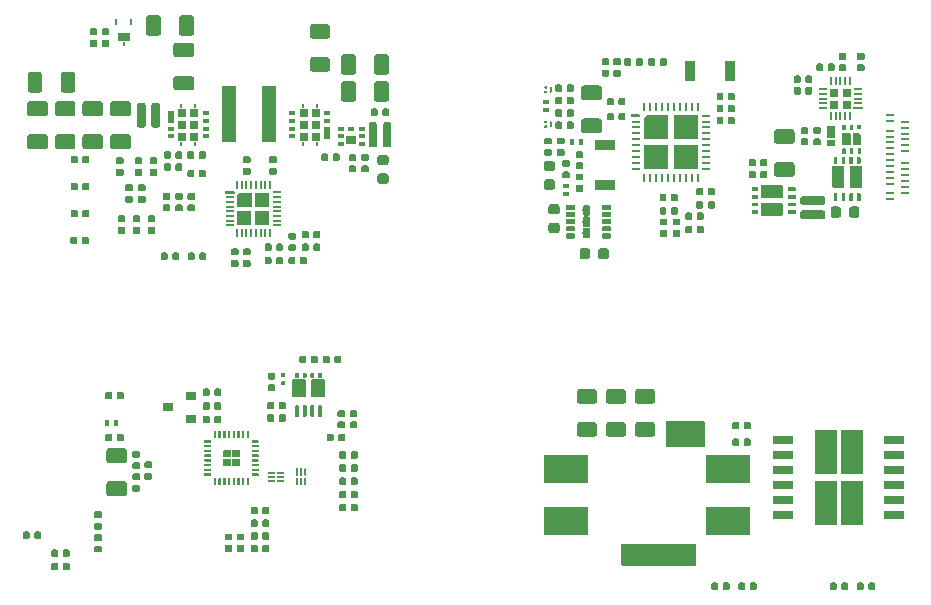
<source format=gtp>
G04 #@! TF.GenerationSoftware,KiCad,Pcbnew,(5.99.0-58-gd4aa502be)*
G04 #@! TF.CreationDate,2019-09-04T01:14:32-07:00*
G04 #@! TF.ProjectId,usb-motor,7573622d-6d6f-4746-9f72-2e6b69636164,rev?*
G04 #@! TF.SameCoordinates,Original*
G04 #@! TF.FileFunction,Paste,Top*
G04 #@! TF.FilePolarity,Positive*
%FSLAX46Y46*%
G04 Gerber Fmt 4.6, Leading zero omitted, Abs format (unit mm)*
G04 Created by KiCad (PCBNEW (5.99.0-58-gd4aa502be)) date 2019-09-04 01:14:32*
%MOMM*%
%LPD*%
G04 APERTURE LIST*
%ADD10C,0.324600*%
%ADD11C,0.100000*%
%ADD12C,0.100000*%
%ADD13C,0.200000*%
%ADD14C,0.600000*%
%ADD15R,1.200000X1.200000*%
%ADD16O,0.200000X0.800000*%
%ADD17O,0.800000X0.200000*%
%ADD18R,2.057200X2.057200*%
%ADD19C,1.028600*%
%ADD20O,0.250000X0.800000*%
%ADD21O,0.800000X0.250000*%
%ADD22C,0.125000*%
%ADD23R,1.700000X0.900000*%
%ADD24R,0.650000X0.150000*%
%ADD25C,0.875000*%
%ADD26C,1.250000*%
%ADD27C,0.170000*%
%ADD28C,0.150000*%
%ADD29C,0.590000*%
%ADD30R,0.300000X0.600000*%
%ADD31R,0.600000X0.300000*%
%ADD32R,0.730000X0.730000*%
%ADD33C,0.650000*%
%ADD34C,0.450000*%
%ADD35C,2.400000*%
%ADD36C,2.200000*%
%ADD37C,1.840000*%
%ADD38R,1.850000X3.850000*%
%ADD39R,1.670000X0.650000*%
%ADD40C,0.318000*%
%ADD41R,0.900000X1.700000*%
%ADD42C,0.700000*%
%ADD43C,1.060000*%
%ADD44C,0.300000*%
%ADD45C,0.530000*%
%ADD46C,1.190000*%
%ADD47C,0.320000*%
%ADD48R,0.900000X0.800000*%
%ADD49R,0.475000X0.400000*%
%ADD50R,0.594000X0.360000*%
%ADD51R,0.945000X0.735000*%
%ADD52R,0.550000X0.990000*%
%ADD53R,0.200000X0.300000*%
%ADD54R,0.700000X0.666000*%
%ADD55R,0.700000X0.700000*%
%ADD56R,0.550000X0.340000*%
%ADD57R,1.200000X4.700000*%
%ADD58R,0.700000X1.050000*%
%ADD59R,0.700000X0.520000*%
%ADD60R,0.300000X0.450000*%
%ADD61C,0.350000*%
%ADD62R,0.290000X0.430000*%
%ADD63R,1.060000X0.710000*%
%ADD64R,0.290000X0.570000*%
G04 APERTURE END LIST*
D10*
X55880000Y-119062500D03*
D11*
G36*
X56204600Y-118737900D02*
G01*
X56204600Y-119387100D01*
X55555400Y-119387100D01*
X55555400Y-118835280D01*
X55652780Y-118737900D01*
X56204600Y-118737900D01*
X56204600Y-118737900D01*
G37*
D10*
X55880000Y-119824500D03*
D11*
G36*
X56204600Y-120149100D02*
G01*
X55555400Y-120149100D01*
X55555400Y-119499900D01*
X56204600Y-119499900D01*
X56204600Y-120149100D01*
X56204600Y-120149100D01*
G37*
D10*
X56642000Y-119824500D03*
D11*
G36*
X56966600Y-120149100D02*
G01*
X56317400Y-120149100D01*
X56317400Y-119499900D01*
X56966600Y-119499900D01*
X56966600Y-120149100D01*
X56966600Y-120149100D01*
G37*
D10*
X56642000Y-119062500D03*
D11*
G36*
X56966600Y-119387100D02*
G01*
X56317400Y-119387100D01*
X56317400Y-118737900D01*
X56966600Y-118737900D01*
X56966600Y-119387100D01*
X56966600Y-119387100D01*
G37*
D12*
X54261000Y-118043500D03*
D11*
G36*
X54561000Y-118003501D02*
G01*
X54561000Y-118143500D01*
X53961000Y-118143499D01*
X53961000Y-117943500D01*
X54501000Y-117943501D01*
X54561000Y-118003501D01*
X54561000Y-118003501D01*
G37*
G36*
X54530134Y-118347306D02*
G01*
X54546355Y-118358145D01*
X54557194Y-118374366D01*
X54561000Y-118393500D01*
X54561000Y-118493500D01*
X54557194Y-118512634D01*
X54546355Y-118528855D01*
X54530134Y-118539694D01*
X54511000Y-118543500D01*
X54011000Y-118543500D01*
X53991866Y-118539694D01*
X53975645Y-118528855D01*
X53964806Y-118512634D01*
X53961000Y-118493500D01*
X53961000Y-118393500D01*
X53964806Y-118374366D01*
X53975645Y-118358145D01*
X53991866Y-118347306D01*
X54011000Y-118343500D01*
X54511000Y-118343500D01*
X54530134Y-118347306D01*
X54530134Y-118347306D01*
G37*
D13*
X54261000Y-118443500D03*
D11*
G36*
X54530134Y-118747306D02*
G01*
X54546355Y-118758145D01*
X54557194Y-118774366D01*
X54561000Y-118793500D01*
X54561000Y-118893500D01*
X54557194Y-118912634D01*
X54546355Y-118928855D01*
X54530134Y-118939694D01*
X54511000Y-118943500D01*
X54011000Y-118943500D01*
X53991866Y-118939694D01*
X53975645Y-118928855D01*
X53964806Y-118912634D01*
X53961000Y-118893500D01*
X53961000Y-118793500D01*
X53964806Y-118774366D01*
X53975645Y-118758145D01*
X53991866Y-118747306D01*
X54011000Y-118743500D01*
X54511000Y-118743500D01*
X54530134Y-118747306D01*
X54530134Y-118747306D01*
G37*
D13*
X54261000Y-118843500D03*
D11*
G36*
X54530134Y-119147306D02*
G01*
X54546355Y-119158145D01*
X54557194Y-119174366D01*
X54561000Y-119193500D01*
X54561000Y-119293500D01*
X54557194Y-119312634D01*
X54546355Y-119328855D01*
X54530134Y-119339694D01*
X54511000Y-119343500D01*
X54011000Y-119343500D01*
X53991866Y-119339694D01*
X53975645Y-119328855D01*
X53964806Y-119312634D01*
X53961000Y-119293500D01*
X53961000Y-119193500D01*
X53964806Y-119174366D01*
X53975645Y-119158145D01*
X53991866Y-119147306D01*
X54011000Y-119143500D01*
X54511000Y-119143500D01*
X54530134Y-119147306D01*
X54530134Y-119147306D01*
G37*
D13*
X54261000Y-119243500D03*
D11*
G36*
X54530134Y-119547306D02*
G01*
X54546355Y-119558145D01*
X54557194Y-119574366D01*
X54561000Y-119593500D01*
X54561000Y-119693500D01*
X54557194Y-119712634D01*
X54546355Y-119728855D01*
X54530134Y-119739694D01*
X54511000Y-119743500D01*
X54011000Y-119743500D01*
X53991866Y-119739694D01*
X53975645Y-119728855D01*
X53964806Y-119712634D01*
X53961000Y-119693500D01*
X53961000Y-119593500D01*
X53964806Y-119574366D01*
X53975645Y-119558145D01*
X53991866Y-119547306D01*
X54011000Y-119543500D01*
X54511000Y-119543500D01*
X54530134Y-119547306D01*
X54530134Y-119547306D01*
G37*
D13*
X54261000Y-119643500D03*
D11*
G36*
X54530134Y-119947306D02*
G01*
X54546355Y-119958145D01*
X54557194Y-119974366D01*
X54561000Y-119993500D01*
X54561000Y-120093500D01*
X54557194Y-120112634D01*
X54546355Y-120128855D01*
X54530134Y-120139694D01*
X54511000Y-120143500D01*
X54011000Y-120143500D01*
X53991866Y-120139694D01*
X53975645Y-120128855D01*
X53964806Y-120112634D01*
X53961000Y-120093500D01*
X53961000Y-119993500D01*
X53964806Y-119974366D01*
X53975645Y-119958145D01*
X53991866Y-119947306D01*
X54011000Y-119943500D01*
X54511000Y-119943500D01*
X54530134Y-119947306D01*
X54530134Y-119947306D01*
G37*
D13*
X54261000Y-120043500D03*
D11*
G36*
X54530134Y-120347306D02*
G01*
X54546355Y-120358145D01*
X54557194Y-120374366D01*
X54561000Y-120393500D01*
X54561000Y-120493500D01*
X54557194Y-120512634D01*
X54546355Y-120528855D01*
X54530134Y-120539694D01*
X54511000Y-120543500D01*
X54011000Y-120543500D01*
X53991866Y-120539694D01*
X53975645Y-120528855D01*
X53964806Y-120512634D01*
X53961000Y-120493500D01*
X53961000Y-120393500D01*
X53964806Y-120374366D01*
X53975645Y-120358145D01*
X53991866Y-120347306D01*
X54011000Y-120343500D01*
X54511000Y-120343500D01*
X54530134Y-120347306D01*
X54530134Y-120347306D01*
G37*
D13*
X54261000Y-120443500D03*
D11*
G36*
X54530134Y-120747306D02*
G01*
X54546355Y-120758145D01*
X54557194Y-120774366D01*
X54561000Y-120793500D01*
X54561000Y-120893500D01*
X54557194Y-120912634D01*
X54546355Y-120928855D01*
X54530134Y-120939694D01*
X54511000Y-120943500D01*
X54011000Y-120943500D01*
X53991866Y-120939694D01*
X53975645Y-120928855D01*
X53964806Y-120912634D01*
X53961000Y-120893500D01*
X53961000Y-120793500D01*
X53964806Y-120774366D01*
X53975645Y-120758145D01*
X53991866Y-120747306D01*
X54011000Y-120743500D01*
X54511000Y-120743500D01*
X54530134Y-120747306D01*
X54530134Y-120747306D01*
G37*
D13*
X54261000Y-120843500D03*
D11*
G36*
X54930134Y-121147306D02*
G01*
X54946355Y-121158145D01*
X54957194Y-121174366D01*
X54961000Y-121193500D01*
X54961000Y-121693500D01*
X54957194Y-121712634D01*
X54946355Y-121728855D01*
X54930134Y-121739694D01*
X54911000Y-121743500D01*
X54811000Y-121743500D01*
X54791866Y-121739694D01*
X54775645Y-121728855D01*
X54764806Y-121712634D01*
X54761000Y-121693500D01*
X54761000Y-121193500D01*
X54764806Y-121174366D01*
X54775645Y-121158145D01*
X54791866Y-121147306D01*
X54811000Y-121143500D01*
X54911000Y-121143500D01*
X54930134Y-121147306D01*
X54930134Y-121147306D01*
G37*
D13*
X54861000Y-121443500D03*
D11*
G36*
X55330134Y-121147306D02*
G01*
X55346355Y-121158145D01*
X55357194Y-121174366D01*
X55361000Y-121193500D01*
X55361000Y-121693500D01*
X55357194Y-121712634D01*
X55346355Y-121728855D01*
X55330134Y-121739694D01*
X55311000Y-121743500D01*
X55211000Y-121743500D01*
X55191866Y-121739694D01*
X55175645Y-121728855D01*
X55164806Y-121712634D01*
X55161000Y-121693500D01*
X55161000Y-121193500D01*
X55164806Y-121174366D01*
X55175645Y-121158145D01*
X55191866Y-121147306D01*
X55211000Y-121143500D01*
X55311000Y-121143500D01*
X55330134Y-121147306D01*
X55330134Y-121147306D01*
G37*
D13*
X55261000Y-121443500D03*
D11*
G36*
X55730134Y-121147306D02*
G01*
X55746355Y-121158145D01*
X55757194Y-121174366D01*
X55761000Y-121193500D01*
X55761000Y-121693500D01*
X55757194Y-121712634D01*
X55746355Y-121728855D01*
X55730134Y-121739694D01*
X55711000Y-121743500D01*
X55611000Y-121743500D01*
X55591866Y-121739694D01*
X55575645Y-121728855D01*
X55564806Y-121712634D01*
X55561000Y-121693500D01*
X55561000Y-121193500D01*
X55564806Y-121174366D01*
X55575645Y-121158145D01*
X55591866Y-121147306D01*
X55611000Y-121143500D01*
X55711000Y-121143500D01*
X55730134Y-121147306D01*
X55730134Y-121147306D01*
G37*
D13*
X55661000Y-121443500D03*
D11*
G36*
X56130134Y-121147306D02*
G01*
X56146355Y-121158145D01*
X56157194Y-121174366D01*
X56161000Y-121193500D01*
X56161000Y-121693500D01*
X56157194Y-121712634D01*
X56146355Y-121728855D01*
X56130134Y-121739694D01*
X56111000Y-121743500D01*
X56011000Y-121743500D01*
X55991866Y-121739694D01*
X55975645Y-121728855D01*
X55964806Y-121712634D01*
X55961000Y-121693500D01*
X55961000Y-121193500D01*
X55964806Y-121174366D01*
X55975645Y-121158145D01*
X55991866Y-121147306D01*
X56011000Y-121143500D01*
X56111000Y-121143500D01*
X56130134Y-121147306D01*
X56130134Y-121147306D01*
G37*
D13*
X56061000Y-121443500D03*
D11*
G36*
X56530134Y-121147306D02*
G01*
X56546355Y-121158145D01*
X56557194Y-121174366D01*
X56561000Y-121193500D01*
X56561000Y-121693500D01*
X56557194Y-121712634D01*
X56546355Y-121728855D01*
X56530134Y-121739694D01*
X56511000Y-121743500D01*
X56411000Y-121743500D01*
X56391866Y-121739694D01*
X56375645Y-121728855D01*
X56364806Y-121712634D01*
X56361000Y-121693500D01*
X56361000Y-121193500D01*
X56364806Y-121174366D01*
X56375645Y-121158145D01*
X56391866Y-121147306D01*
X56411000Y-121143500D01*
X56511000Y-121143500D01*
X56530134Y-121147306D01*
X56530134Y-121147306D01*
G37*
D13*
X56461000Y-121443500D03*
D11*
G36*
X56930134Y-121147306D02*
G01*
X56946355Y-121158145D01*
X56957194Y-121174366D01*
X56961000Y-121193500D01*
X56961000Y-121693500D01*
X56957194Y-121712634D01*
X56946355Y-121728855D01*
X56930134Y-121739694D01*
X56911000Y-121743500D01*
X56811000Y-121743500D01*
X56791866Y-121739694D01*
X56775645Y-121728855D01*
X56764806Y-121712634D01*
X56761000Y-121693500D01*
X56761000Y-121193500D01*
X56764806Y-121174366D01*
X56775645Y-121158145D01*
X56791866Y-121147306D01*
X56811000Y-121143500D01*
X56911000Y-121143500D01*
X56930134Y-121147306D01*
X56930134Y-121147306D01*
G37*
D13*
X56861000Y-121443500D03*
D11*
G36*
X57330134Y-121147306D02*
G01*
X57346355Y-121158145D01*
X57357194Y-121174366D01*
X57361000Y-121193500D01*
X57361000Y-121693500D01*
X57357194Y-121712634D01*
X57346355Y-121728855D01*
X57330134Y-121739694D01*
X57311000Y-121743500D01*
X57211000Y-121743500D01*
X57191866Y-121739694D01*
X57175645Y-121728855D01*
X57164806Y-121712634D01*
X57161000Y-121693500D01*
X57161000Y-121193500D01*
X57164806Y-121174366D01*
X57175645Y-121158145D01*
X57191866Y-121147306D01*
X57211000Y-121143500D01*
X57311000Y-121143500D01*
X57330134Y-121147306D01*
X57330134Y-121147306D01*
G37*
D13*
X57261000Y-121443500D03*
D11*
G36*
X57730134Y-121147306D02*
G01*
X57746355Y-121158145D01*
X57757194Y-121174366D01*
X57761000Y-121193500D01*
X57761000Y-121693500D01*
X57757194Y-121712634D01*
X57746355Y-121728855D01*
X57730134Y-121739694D01*
X57711000Y-121743500D01*
X57611000Y-121743500D01*
X57591866Y-121739694D01*
X57575645Y-121728855D01*
X57564806Y-121712634D01*
X57561000Y-121693500D01*
X57561000Y-121193500D01*
X57564806Y-121174366D01*
X57575645Y-121158145D01*
X57591866Y-121147306D01*
X57611000Y-121143500D01*
X57711000Y-121143500D01*
X57730134Y-121147306D01*
X57730134Y-121147306D01*
G37*
D13*
X57661000Y-121443500D03*
D11*
G36*
X58530134Y-120747306D02*
G01*
X58546355Y-120758145D01*
X58557194Y-120774366D01*
X58561000Y-120793500D01*
X58561000Y-120893500D01*
X58557194Y-120912634D01*
X58546355Y-120928855D01*
X58530134Y-120939694D01*
X58511000Y-120943500D01*
X58011000Y-120943500D01*
X57991866Y-120939694D01*
X57975645Y-120928855D01*
X57964806Y-120912634D01*
X57961000Y-120893500D01*
X57961000Y-120793500D01*
X57964806Y-120774366D01*
X57975645Y-120758145D01*
X57991866Y-120747306D01*
X58011000Y-120743500D01*
X58511000Y-120743500D01*
X58530134Y-120747306D01*
X58530134Y-120747306D01*
G37*
D13*
X58261000Y-120843500D03*
D11*
G36*
X58530134Y-120347306D02*
G01*
X58546355Y-120358145D01*
X58557194Y-120374366D01*
X58561000Y-120393500D01*
X58561000Y-120493500D01*
X58557194Y-120512634D01*
X58546355Y-120528855D01*
X58530134Y-120539694D01*
X58511000Y-120543500D01*
X58011000Y-120543500D01*
X57991866Y-120539694D01*
X57975645Y-120528855D01*
X57964806Y-120512634D01*
X57961000Y-120493500D01*
X57961000Y-120393500D01*
X57964806Y-120374366D01*
X57975645Y-120358145D01*
X57991866Y-120347306D01*
X58011000Y-120343500D01*
X58511000Y-120343500D01*
X58530134Y-120347306D01*
X58530134Y-120347306D01*
G37*
D13*
X58261000Y-120443500D03*
D11*
G36*
X58530134Y-119947306D02*
G01*
X58546355Y-119958145D01*
X58557194Y-119974366D01*
X58561000Y-119993500D01*
X58561000Y-120093500D01*
X58557194Y-120112634D01*
X58546355Y-120128855D01*
X58530134Y-120139694D01*
X58511000Y-120143500D01*
X58011000Y-120143500D01*
X57991866Y-120139694D01*
X57975645Y-120128855D01*
X57964806Y-120112634D01*
X57961000Y-120093500D01*
X57961000Y-119993500D01*
X57964806Y-119974366D01*
X57975645Y-119958145D01*
X57991866Y-119947306D01*
X58011000Y-119943500D01*
X58511000Y-119943500D01*
X58530134Y-119947306D01*
X58530134Y-119947306D01*
G37*
D13*
X58261000Y-120043500D03*
D11*
G36*
X58530134Y-119547306D02*
G01*
X58546355Y-119558145D01*
X58557194Y-119574366D01*
X58561000Y-119593500D01*
X58561000Y-119693500D01*
X58557194Y-119712634D01*
X58546355Y-119728855D01*
X58530134Y-119739694D01*
X58511000Y-119743500D01*
X58011000Y-119743500D01*
X57991866Y-119739694D01*
X57975645Y-119728855D01*
X57964806Y-119712634D01*
X57961000Y-119693500D01*
X57961000Y-119593500D01*
X57964806Y-119574366D01*
X57975645Y-119558145D01*
X57991866Y-119547306D01*
X58011000Y-119543500D01*
X58511000Y-119543500D01*
X58530134Y-119547306D01*
X58530134Y-119547306D01*
G37*
D13*
X58261000Y-119643500D03*
D11*
G36*
X58530134Y-119147306D02*
G01*
X58546355Y-119158145D01*
X58557194Y-119174366D01*
X58561000Y-119193500D01*
X58561000Y-119293500D01*
X58557194Y-119312634D01*
X58546355Y-119328855D01*
X58530134Y-119339694D01*
X58511000Y-119343500D01*
X58011000Y-119343500D01*
X57991866Y-119339694D01*
X57975645Y-119328855D01*
X57964806Y-119312634D01*
X57961000Y-119293500D01*
X57961000Y-119193500D01*
X57964806Y-119174366D01*
X57975645Y-119158145D01*
X57991866Y-119147306D01*
X58011000Y-119143500D01*
X58511000Y-119143500D01*
X58530134Y-119147306D01*
X58530134Y-119147306D01*
G37*
D13*
X58261000Y-119243500D03*
D11*
G36*
X58530134Y-118747306D02*
G01*
X58546355Y-118758145D01*
X58557194Y-118774366D01*
X58561000Y-118793500D01*
X58561000Y-118893500D01*
X58557194Y-118912634D01*
X58546355Y-118928855D01*
X58530134Y-118939694D01*
X58511000Y-118943500D01*
X58011000Y-118943500D01*
X57991866Y-118939694D01*
X57975645Y-118928855D01*
X57964806Y-118912634D01*
X57961000Y-118893500D01*
X57961000Y-118793500D01*
X57964806Y-118774366D01*
X57975645Y-118758145D01*
X57991866Y-118747306D01*
X58011000Y-118743500D01*
X58511000Y-118743500D01*
X58530134Y-118747306D01*
X58530134Y-118747306D01*
G37*
D13*
X58261000Y-118843500D03*
D11*
G36*
X58530134Y-118347306D02*
G01*
X58546355Y-118358145D01*
X58557194Y-118374366D01*
X58561000Y-118393500D01*
X58561000Y-118493500D01*
X58557194Y-118512634D01*
X58546355Y-118528855D01*
X58530134Y-118539694D01*
X58511000Y-118543500D01*
X58011000Y-118543500D01*
X57991866Y-118539694D01*
X57975645Y-118528855D01*
X57964806Y-118512634D01*
X57961000Y-118493500D01*
X57961000Y-118393500D01*
X57964806Y-118374366D01*
X57975645Y-118358145D01*
X57991866Y-118347306D01*
X58011000Y-118343500D01*
X58511000Y-118343500D01*
X58530134Y-118347306D01*
X58530134Y-118347306D01*
G37*
D13*
X58261000Y-118443500D03*
D11*
G36*
X58530134Y-117947306D02*
G01*
X58546355Y-117958145D01*
X58557194Y-117974366D01*
X58561000Y-117993500D01*
X58561000Y-118093500D01*
X58557194Y-118112634D01*
X58546355Y-118128855D01*
X58530134Y-118139694D01*
X58511000Y-118143500D01*
X58011000Y-118143500D01*
X57991866Y-118139694D01*
X57975645Y-118128855D01*
X57964806Y-118112634D01*
X57961000Y-118093500D01*
X57961000Y-117993500D01*
X57964806Y-117974366D01*
X57975645Y-117958145D01*
X57991866Y-117947306D01*
X58011000Y-117943500D01*
X58511000Y-117943500D01*
X58530134Y-117947306D01*
X58530134Y-117947306D01*
G37*
D13*
X58261000Y-118043500D03*
D11*
G36*
X57730134Y-117147306D02*
G01*
X57746355Y-117158145D01*
X57757194Y-117174366D01*
X57761000Y-117193500D01*
X57761000Y-117693500D01*
X57757194Y-117712634D01*
X57746355Y-117728855D01*
X57730134Y-117739694D01*
X57711000Y-117743500D01*
X57611000Y-117743500D01*
X57591866Y-117739694D01*
X57575645Y-117728855D01*
X57564806Y-117712634D01*
X57561000Y-117693500D01*
X57561000Y-117193500D01*
X57564806Y-117174366D01*
X57575645Y-117158145D01*
X57591866Y-117147306D01*
X57611000Y-117143500D01*
X57711000Y-117143500D01*
X57730134Y-117147306D01*
X57730134Y-117147306D01*
G37*
D13*
X57661000Y-117443500D03*
D11*
G36*
X57330134Y-117147306D02*
G01*
X57346355Y-117158145D01*
X57357194Y-117174366D01*
X57361000Y-117193500D01*
X57361000Y-117693500D01*
X57357194Y-117712634D01*
X57346355Y-117728855D01*
X57330134Y-117739694D01*
X57311000Y-117743500D01*
X57211000Y-117743500D01*
X57191866Y-117739694D01*
X57175645Y-117728855D01*
X57164806Y-117712634D01*
X57161000Y-117693500D01*
X57161000Y-117193500D01*
X57164806Y-117174366D01*
X57175645Y-117158145D01*
X57191866Y-117147306D01*
X57211000Y-117143500D01*
X57311000Y-117143500D01*
X57330134Y-117147306D01*
X57330134Y-117147306D01*
G37*
D13*
X57261000Y-117443500D03*
D11*
G36*
X56930134Y-117147306D02*
G01*
X56946355Y-117158145D01*
X56957194Y-117174366D01*
X56961000Y-117193500D01*
X56961000Y-117693500D01*
X56957194Y-117712634D01*
X56946355Y-117728855D01*
X56930134Y-117739694D01*
X56911000Y-117743500D01*
X56811000Y-117743500D01*
X56791866Y-117739694D01*
X56775645Y-117728855D01*
X56764806Y-117712634D01*
X56761000Y-117693500D01*
X56761000Y-117193500D01*
X56764806Y-117174366D01*
X56775645Y-117158145D01*
X56791866Y-117147306D01*
X56811000Y-117143500D01*
X56911000Y-117143500D01*
X56930134Y-117147306D01*
X56930134Y-117147306D01*
G37*
D13*
X56861000Y-117443500D03*
D11*
G36*
X56530134Y-117147306D02*
G01*
X56546355Y-117158145D01*
X56557194Y-117174366D01*
X56561000Y-117193500D01*
X56561000Y-117693500D01*
X56557194Y-117712634D01*
X56546355Y-117728855D01*
X56530134Y-117739694D01*
X56511000Y-117743500D01*
X56411000Y-117743500D01*
X56391866Y-117739694D01*
X56375645Y-117728855D01*
X56364806Y-117712634D01*
X56361000Y-117693500D01*
X56361000Y-117193500D01*
X56364806Y-117174366D01*
X56375645Y-117158145D01*
X56391866Y-117147306D01*
X56411000Y-117143500D01*
X56511000Y-117143500D01*
X56530134Y-117147306D01*
X56530134Y-117147306D01*
G37*
D13*
X56461000Y-117443500D03*
D11*
G36*
X56130134Y-117147306D02*
G01*
X56146355Y-117158145D01*
X56157194Y-117174366D01*
X56161000Y-117193500D01*
X56161000Y-117693500D01*
X56157194Y-117712634D01*
X56146355Y-117728855D01*
X56130134Y-117739694D01*
X56111000Y-117743500D01*
X56011000Y-117743500D01*
X55991866Y-117739694D01*
X55975645Y-117728855D01*
X55964806Y-117712634D01*
X55961000Y-117693500D01*
X55961000Y-117193500D01*
X55964806Y-117174366D01*
X55975645Y-117158145D01*
X55991866Y-117147306D01*
X56011000Y-117143500D01*
X56111000Y-117143500D01*
X56130134Y-117147306D01*
X56130134Y-117147306D01*
G37*
D13*
X56061000Y-117443500D03*
D11*
G36*
X55730134Y-117147306D02*
G01*
X55746355Y-117158145D01*
X55757194Y-117174366D01*
X55761000Y-117193500D01*
X55761000Y-117693500D01*
X55757194Y-117712634D01*
X55746355Y-117728855D01*
X55730134Y-117739694D01*
X55711000Y-117743500D01*
X55611000Y-117743500D01*
X55591866Y-117739694D01*
X55575645Y-117728855D01*
X55564806Y-117712634D01*
X55561000Y-117693500D01*
X55561000Y-117193500D01*
X55564806Y-117174366D01*
X55575645Y-117158145D01*
X55591866Y-117147306D01*
X55611000Y-117143500D01*
X55711000Y-117143500D01*
X55730134Y-117147306D01*
X55730134Y-117147306D01*
G37*
D13*
X55661000Y-117443500D03*
D11*
G36*
X55330134Y-117147306D02*
G01*
X55346355Y-117158145D01*
X55357194Y-117174366D01*
X55361000Y-117193500D01*
X55361000Y-117693500D01*
X55357194Y-117712634D01*
X55346355Y-117728855D01*
X55330134Y-117739694D01*
X55311000Y-117743500D01*
X55211000Y-117743500D01*
X55191866Y-117739694D01*
X55175645Y-117728855D01*
X55164806Y-117712634D01*
X55161000Y-117693500D01*
X55161000Y-117193500D01*
X55164806Y-117174366D01*
X55175645Y-117158145D01*
X55191866Y-117147306D01*
X55211000Y-117143500D01*
X55311000Y-117143500D01*
X55330134Y-117147306D01*
X55330134Y-117147306D01*
G37*
D13*
X55261000Y-117443500D03*
D11*
G36*
X54930134Y-117147306D02*
G01*
X54946355Y-117158145D01*
X54957194Y-117174366D01*
X54961000Y-117193500D01*
X54961000Y-117693500D01*
X54957194Y-117712634D01*
X54946355Y-117728855D01*
X54930134Y-117739694D01*
X54911000Y-117743500D01*
X54811000Y-117743500D01*
X54791866Y-117739694D01*
X54775645Y-117728855D01*
X54764806Y-117712634D01*
X54761000Y-117693500D01*
X54761000Y-117193500D01*
X54764806Y-117174366D01*
X54775645Y-117158145D01*
X54791866Y-117147306D01*
X54811000Y-117143500D01*
X54911000Y-117143500D01*
X54930134Y-117147306D01*
X54930134Y-117147306D01*
G37*
D13*
X54861000Y-117443500D03*
D14*
X57363500Y-97597000D03*
D11*
G36*
X57963500Y-96997000D02*
G01*
X57963500Y-98197000D01*
X56763500Y-98197000D01*
X56763500Y-97165000D01*
X56931500Y-96997000D01*
X57963500Y-96997000D01*
X57963500Y-96997000D01*
G37*
D15*
X57363500Y-99121000D03*
X58887500Y-99121000D03*
X58887500Y-97597000D03*
D16*
X56725500Y-96359000D03*
X57125500Y-96359000D03*
X57525500Y-96359000D03*
X57925500Y-96359000D03*
X58325500Y-96359000D03*
X58725500Y-96359000D03*
X59125500Y-96359000D03*
X59525500Y-96359000D03*
D17*
X60125500Y-96959000D03*
X60125500Y-97359000D03*
X60125500Y-97759000D03*
X60125500Y-98159000D03*
X60125500Y-98559000D03*
X60125500Y-98959000D03*
X60125500Y-99359000D03*
X60125500Y-99759000D03*
D16*
X59525500Y-100359000D03*
X59125500Y-100359000D03*
X58725500Y-100359000D03*
X58325500Y-100359000D03*
X57925500Y-100359000D03*
X57525500Y-100359000D03*
X57125500Y-100359000D03*
X56725500Y-100359000D03*
D17*
X56125500Y-99759000D03*
X56125500Y-99359000D03*
X56125500Y-98959000D03*
X56125500Y-98559000D03*
X56125500Y-98159000D03*
X56125500Y-97759000D03*
X56125500Y-97359000D03*
D12*
X56125500Y-96959000D03*
D11*
G36*
X56525500Y-96919001D02*
G01*
X56525500Y-97049000D01*
X56524739Y-97052827D01*
X56522571Y-97056071D01*
X56519327Y-97058239D01*
X56515500Y-97059000D01*
X55735500Y-97058999D01*
X55731673Y-97058238D01*
X55728429Y-97056070D01*
X55726261Y-97052826D01*
X55725500Y-97048999D01*
X55725500Y-96869000D01*
X55726261Y-96865173D01*
X55728429Y-96861929D01*
X55731673Y-96859761D01*
X55735500Y-96859000D01*
X56465500Y-96859001D01*
X56525500Y-96919001D01*
X56525500Y-96919001D01*
G37*
D18*
X92202000Y-93980000D03*
D19*
X92202000Y-91440000D03*
D11*
G36*
X93230600Y-90411400D02*
G01*
X93230600Y-92468600D01*
X91173400Y-92468600D01*
X91173400Y-90637692D01*
X91399692Y-90411400D01*
X93230600Y-90411400D01*
X93230600Y-90411400D01*
G37*
D18*
X94742000Y-93980000D03*
X94742000Y-91440000D03*
D20*
X91222000Y-89710000D03*
X91722000Y-89710000D03*
X92222000Y-89710000D03*
X92722000Y-89710000D03*
X93222000Y-89710000D03*
X93722000Y-89710000D03*
X94222000Y-89710000D03*
X94722000Y-89710000D03*
X95222000Y-89710000D03*
X95722000Y-89710000D03*
D21*
X96472000Y-90460000D03*
X96472000Y-90960000D03*
X96472000Y-91460000D03*
X96472000Y-91960000D03*
X96472000Y-92460000D03*
X96472000Y-92960000D03*
X96472000Y-93460000D03*
X96472000Y-93960000D03*
X96472000Y-94460000D03*
X96472000Y-94960000D03*
D20*
X95722000Y-95710000D03*
X95222000Y-95710000D03*
X94722000Y-95710000D03*
X94222000Y-95710000D03*
X93722000Y-95710000D03*
X93222000Y-95710000D03*
X92722000Y-95710000D03*
X92222000Y-95710000D03*
X91722000Y-95710000D03*
X91222000Y-95710000D03*
D21*
X90472000Y-94960000D03*
X90472000Y-94460000D03*
X90472000Y-93960000D03*
X90472000Y-93460000D03*
X90472000Y-92960000D03*
X90472000Y-92460000D03*
X90472000Y-91960000D03*
X90472000Y-91460000D03*
X90472000Y-90960000D03*
D22*
X90472000Y-90460000D03*
D11*
G36*
X90872000Y-90410001D02*
G01*
X90872000Y-90585000D01*
X90072000Y-90584999D01*
X90072000Y-90335000D01*
X90797000Y-90335001D01*
X90872000Y-90410001D01*
X90872000Y-90410001D01*
G37*
D23*
X87884000Y-92915000D03*
X87884000Y-96315000D03*
D24*
X112034000Y-90430000D03*
X112034000Y-97530000D03*
X112034000Y-97030000D03*
X112034000Y-96230000D03*
X112034000Y-95730000D03*
X112034000Y-95230000D03*
X112034000Y-94730000D03*
X112034000Y-94230000D03*
X112034000Y-93730000D03*
X112034000Y-90930000D03*
X112034000Y-92230000D03*
X112034000Y-92730000D03*
X112034000Y-93230000D03*
X112034000Y-91730000D03*
X113284000Y-90980000D03*
X113284000Y-91480000D03*
X113284000Y-91980000D03*
X113284000Y-92480000D03*
X113284000Y-92980000D03*
X113284000Y-93480000D03*
X113284000Y-94480000D03*
X113284000Y-94980000D03*
X113284000Y-95480000D03*
X113284000Y-95980000D03*
X113284000Y-96480000D03*
X113284000Y-96980000D03*
D11*
G36*
X107718962Y-98157151D02*
G01*
X107789930Y-98204570D01*
X107837349Y-98275538D01*
X107854000Y-98359250D01*
X107854000Y-98871750D01*
X107837349Y-98955462D01*
X107789930Y-99026430D01*
X107718962Y-99073849D01*
X107635250Y-99090500D01*
X107197750Y-99090500D01*
X107114038Y-99073849D01*
X107043070Y-99026430D01*
X106995651Y-98955462D01*
X106979000Y-98871750D01*
X106979000Y-98359250D01*
X106995651Y-98275538D01*
X107043070Y-98204570D01*
X107114038Y-98157151D01*
X107197750Y-98140500D01*
X107635250Y-98140500D01*
X107718962Y-98157151D01*
X107718962Y-98157151D01*
G37*
D25*
X107416500Y-98615500D03*
D11*
G36*
X109293962Y-98157151D02*
G01*
X109364930Y-98204570D01*
X109412349Y-98275538D01*
X109429000Y-98359250D01*
X109429000Y-98871750D01*
X109412349Y-98955462D01*
X109364930Y-99026430D01*
X109293962Y-99073849D01*
X109210250Y-99090500D01*
X108772750Y-99090500D01*
X108689038Y-99073849D01*
X108618070Y-99026430D01*
X108570651Y-98955462D01*
X108554000Y-98871750D01*
X108554000Y-98359250D01*
X108570651Y-98275538D01*
X108618070Y-98204570D01*
X108689038Y-98157151D01*
X108772750Y-98140500D01*
X109210250Y-98140500D01*
X109293962Y-98157151D01*
X109293962Y-98157151D01*
G37*
D25*
X108991500Y-98615500D03*
D11*
G36*
X103781171Y-94393030D02*
G01*
X103862277Y-94447223D01*
X103916470Y-94528329D01*
X103935500Y-94624000D01*
X103935500Y-95374000D01*
X103916470Y-95469671D01*
X103862277Y-95550777D01*
X103781171Y-95604970D01*
X103685500Y-95624000D01*
X102435500Y-95624000D01*
X102339829Y-95604970D01*
X102258723Y-95550777D01*
X102204530Y-95469671D01*
X102185500Y-95374000D01*
X102185500Y-94624000D01*
X102204530Y-94528329D01*
X102258723Y-94447223D01*
X102339829Y-94393030D01*
X102435500Y-94374000D01*
X103685500Y-94374000D01*
X103781171Y-94393030D01*
X103781171Y-94393030D01*
G37*
D26*
X103060500Y-94999000D03*
D11*
G36*
X103781171Y-91593030D02*
G01*
X103862277Y-91647223D01*
X103916470Y-91728329D01*
X103935500Y-91824000D01*
X103935500Y-92574000D01*
X103916470Y-92669671D01*
X103862277Y-92750777D01*
X103781171Y-92804970D01*
X103685500Y-92824000D01*
X102435500Y-92824000D01*
X102339829Y-92804970D01*
X102258723Y-92750777D01*
X102204530Y-92669671D01*
X102185500Y-92574000D01*
X102185500Y-91824000D01*
X102204530Y-91728329D01*
X102258723Y-91647223D01*
X102339829Y-91593030D01*
X102435500Y-91574000D01*
X103685500Y-91574000D01*
X103781171Y-91593030D01*
X103781171Y-91593030D01*
G37*
D26*
X103060500Y-92199000D03*
D11*
G36*
X60689347Y-120599805D02*
G01*
X60705561Y-120610639D01*
X60716395Y-120626853D01*
X60720200Y-120645980D01*
X60720200Y-120716020D01*
X60716395Y-120735147D01*
X60705561Y-120751361D01*
X60689347Y-120762195D01*
X60670220Y-120766000D01*
X60170180Y-120766000D01*
X60151053Y-120762195D01*
X60134839Y-120751361D01*
X60124005Y-120735147D01*
X60120200Y-120716020D01*
X60120200Y-120645980D01*
X60124005Y-120626853D01*
X60134839Y-120610639D01*
X60151053Y-120599805D01*
X60170180Y-120596000D01*
X60670220Y-120596000D01*
X60689347Y-120599805D01*
X60689347Y-120599805D01*
G37*
D27*
X60420200Y-120681000D03*
D11*
G36*
X59889347Y-120599805D02*
G01*
X59905561Y-120610639D01*
X59916395Y-120626853D01*
X59920200Y-120645980D01*
X59920200Y-120716020D01*
X59916395Y-120735147D01*
X59905561Y-120751361D01*
X59889347Y-120762195D01*
X59870220Y-120766000D01*
X59370180Y-120766000D01*
X59351053Y-120762195D01*
X59334839Y-120751361D01*
X59324005Y-120735147D01*
X59320200Y-120716020D01*
X59320200Y-120645980D01*
X59324005Y-120626853D01*
X59334839Y-120610639D01*
X59351053Y-120599805D01*
X59370180Y-120596000D01*
X59870220Y-120596000D01*
X59889347Y-120599805D01*
X59889347Y-120599805D01*
G37*
D27*
X59620200Y-120681000D03*
D11*
G36*
X60689347Y-120949805D02*
G01*
X60705561Y-120960639D01*
X60716395Y-120976853D01*
X60720200Y-120995980D01*
X60720200Y-121066020D01*
X60716395Y-121085147D01*
X60705561Y-121101361D01*
X60689347Y-121112195D01*
X60670220Y-121116000D01*
X60170180Y-121116000D01*
X60151053Y-121112195D01*
X60134839Y-121101361D01*
X60124005Y-121085147D01*
X60120200Y-121066020D01*
X60120200Y-120995980D01*
X60124005Y-120976853D01*
X60134839Y-120960639D01*
X60151053Y-120949805D01*
X60170180Y-120946000D01*
X60670220Y-120946000D01*
X60689347Y-120949805D01*
X60689347Y-120949805D01*
G37*
D27*
X60420200Y-121031000D03*
D11*
G36*
X59889347Y-120949805D02*
G01*
X59905561Y-120960639D01*
X59916395Y-120976853D01*
X59920200Y-120995980D01*
X59920200Y-121066020D01*
X59916395Y-121085147D01*
X59905561Y-121101361D01*
X59889347Y-121112195D01*
X59870220Y-121116000D01*
X59370180Y-121116000D01*
X59351053Y-121112195D01*
X59334839Y-121101361D01*
X59324005Y-121085147D01*
X59320200Y-121066020D01*
X59320200Y-120995980D01*
X59324005Y-120976853D01*
X59334839Y-120960639D01*
X59351053Y-120949805D01*
X59370180Y-120946000D01*
X59870220Y-120946000D01*
X59889347Y-120949805D01*
X59889347Y-120949805D01*
G37*
D27*
X59620200Y-121031000D03*
D11*
G36*
X60689347Y-121299805D02*
G01*
X60705561Y-121310639D01*
X60716395Y-121326853D01*
X60720200Y-121345980D01*
X60720200Y-121416020D01*
X60716395Y-121435147D01*
X60705561Y-121451361D01*
X60689347Y-121462195D01*
X60670220Y-121466000D01*
X60170180Y-121466000D01*
X60151053Y-121462195D01*
X60134839Y-121451361D01*
X60124005Y-121435147D01*
X60120200Y-121416020D01*
X60120200Y-121345980D01*
X60124005Y-121326853D01*
X60134839Y-121310639D01*
X60151053Y-121299805D01*
X60170180Y-121296000D01*
X60670220Y-121296000D01*
X60689347Y-121299805D01*
X60689347Y-121299805D01*
G37*
D27*
X60420200Y-121381000D03*
D11*
G36*
X59889347Y-121299805D02*
G01*
X59905561Y-121310639D01*
X59916395Y-121326853D01*
X59920200Y-121345980D01*
X59920200Y-121416020D01*
X59916395Y-121435147D01*
X59905561Y-121451361D01*
X59889347Y-121462195D01*
X59870220Y-121466000D01*
X59370180Y-121466000D01*
X59351053Y-121462195D01*
X59334839Y-121451361D01*
X59324005Y-121435147D01*
X59320200Y-121416020D01*
X59320200Y-121345980D01*
X59324005Y-121326853D01*
X59334839Y-121310639D01*
X59351053Y-121299805D01*
X59370180Y-121296000D01*
X59870220Y-121296000D01*
X59889347Y-121299805D01*
X59889347Y-121299805D01*
G37*
D27*
X59620200Y-121381000D03*
D11*
G36*
X61857947Y-120334805D02*
G01*
X61874161Y-120345639D01*
X61884995Y-120361853D01*
X61888800Y-120380980D01*
X61888800Y-120881020D01*
X61884995Y-120900147D01*
X61874161Y-120916361D01*
X61857947Y-120927195D01*
X61838820Y-120931000D01*
X61768780Y-120931000D01*
X61749653Y-120927195D01*
X61733439Y-120916361D01*
X61722605Y-120900147D01*
X61718800Y-120881020D01*
X61718800Y-120380980D01*
X61722605Y-120361853D01*
X61733439Y-120345639D01*
X61749653Y-120334805D01*
X61768780Y-120331000D01*
X61838820Y-120331000D01*
X61857947Y-120334805D01*
X61857947Y-120334805D01*
G37*
D27*
X61803800Y-120631000D03*
D11*
G36*
X61857947Y-121134805D02*
G01*
X61874161Y-121145639D01*
X61884995Y-121161853D01*
X61888800Y-121180980D01*
X61888800Y-121681020D01*
X61884995Y-121700147D01*
X61874161Y-121716361D01*
X61857947Y-121727195D01*
X61838820Y-121731000D01*
X61768780Y-121731000D01*
X61749653Y-121727195D01*
X61733439Y-121716361D01*
X61722605Y-121700147D01*
X61718800Y-121681020D01*
X61718800Y-121180980D01*
X61722605Y-121161853D01*
X61733439Y-121145639D01*
X61749653Y-121134805D01*
X61768780Y-121131000D01*
X61838820Y-121131000D01*
X61857947Y-121134805D01*
X61857947Y-121134805D01*
G37*
D27*
X61803800Y-121431000D03*
D11*
G36*
X62207947Y-120334805D02*
G01*
X62224161Y-120345639D01*
X62234995Y-120361853D01*
X62238800Y-120380980D01*
X62238800Y-120881020D01*
X62234995Y-120900147D01*
X62224161Y-120916361D01*
X62207947Y-120927195D01*
X62188820Y-120931000D01*
X62118780Y-120931000D01*
X62099653Y-120927195D01*
X62083439Y-120916361D01*
X62072605Y-120900147D01*
X62068800Y-120881020D01*
X62068800Y-120380980D01*
X62072605Y-120361853D01*
X62083439Y-120345639D01*
X62099653Y-120334805D01*
X62118780Y-120331000D01*
X62188820Y-120331000D01*
X62207947Y-120334805D01*
X62207947Y-120334805D01*
G37*
D27*
X62153800Y-120631000D03*
D11*
G36*
X62207947Y-121134805D02*
G01*
X62224161Y-121145639D01*
X62234995Y-121161853D01*
X62238800Y-121180980D01*
X62238800Y-121681020D01*
X62234995Y-121700147D01*
X62224161Y-121716361D01*
X62207947Y-121727195D01*
X62188820Y-121731000D01*
X62118780Y-121731000D01*
X62099653Y-121727195D01*
X62083439Y-121716361D01*
X62072605Y-121700147D01*
X62068800Y-121681020D01*
X62068800Y-121180980D01*
X62072605Y-121161853D01*
X62083439Y-121145639D01*
X62099653Y-121134805D01*
X62118780Y-121131000D01*
X62188820Y-121131000D01*
X62207947Y-121134805D01*
X62207947Y-121134805D01*
G37*
D27*
X62153800Y-121431000D03*
D11*
G36*
X62557947Y-120334805D02*
G01*
X62574161Y-120345639D01*
X62584995Y-120361853D01*
X62588800Y-120380980D01*
X62588800Y-120881020D01*
X62584995Y-120900147D01*
X62574161Y-120916361D01*
X62557947Y-120927195D01*
X62538820Y-120931000D01*
X62468780Y-120931000D01*
X62449653Y-120927195D01*
X62433439Y-120916361D01*
X62422605Y-120900147D01*
X62418800Y-120881020D01*
X62418800Y-120380980D01*
X62422605Y-120361853D01*
X62433439Y-120345639D01*
X62449653Y-120334805D01*
X62468780Y-120331000D01*
X62538820Y-120331000D01*
X62557947Y-120334805D01*
X62557947Y-120334805D01*
G37*
D27*
X62503800Y-120631000D03*
D11*
G36*
X62557947Y-121134805D02*
G01*
X62574161Y-121145639D01*
X62584995Y-121161853D01*
X62588800Y-121180980D01*
X62588800Y-121681020D01*
X62584995Y-121700147D01*
X62574161Y-121716361D01*
X62557947Y-121727195D01*
X62538820Y-121731000D01*
X62468780Y-121731000D01*
X62449653Y-121727195D01*
X62433439Y-121716361D01*
X62422605Y-121700147D01*
X62418800Y-121681020D01*
X62418800Y-121180980D01*
X62422605Y-121161853D01*
X62433439Y-121145639D01*
X62449653Y-121134805D01*
X62468780Y-121131000D01*
X62538820Y-121131000D01*
X62557947Y-121134805D01*
X62557947Y-121134805D01*
G37*
D27*
X62503800Y-121431000D03*
D11*
G36*
X82977134Y-88368806D02*
G01*
X82993355Y-88379645D01*
X83004194Y-88395866D01*
X83008000Y-88415000D01*
X83008000Y-88515000D01*
X83004194Y-88534134D01*
X82993355Y-88550355D01*
X82977134Y-88561194D01*
X82958000Y-88565000D01*
X82808000Y-88565000D01*
X82788866Y-88561194D01*
X82772645Y-88550355D01*
X82761806Y-88534134D01*
X82758000Y-88515000D01*
X82758000Y-88415000D01*
X82761806Y-88395866D01*
X82772645Y-88379645D01*
X82788866Y-88368806D01*
X82808000Y-88365000D01*
X82958000Y-88365000D01*
X82977134Y-88368806D01*
X82977134Y-88368806D01*
G37*
D13*
X82883000Y-88465000D03*
D11*
G36*
X83334851Y-88017855D02*
G01*
X83347017Y-88025983D01*
X83355145Y-88038149D01*
X83358000Y-88052500D01*
X83358000Y-88477500D01*
X83355145Y-88491851D01*
X83347017Y-88504017D01*
X83334851Y-88512145D01*
X83320500Y-88515000D01*
X83245500Y-88515000D01*
X83231149Y-88512145D01*
X83218983Y-88504017D01*
X83210855Y-88491851D01*
X83208000Y-88477500D01*
X83208000Y-88052500D01*
X83210855Y-88038149D01*
X83218983Y-88025983D01*
X83231149Y-88017855D01*
X83245500Y-88015000D01*
X83320500Y-88015000D01*
X83334851Y-88017855D01*
X83334851Y-88017855D01*
G37*
D28*
X83283000Y-88265000D03*
D11*
G36*
X82977134Y-87968806D02*
G01*
X82993355Y-87979645D01*
X83004194Y-87995866D01*
X83008000Y-88015000D01*
X83008000Y-88115000D01*
X83004194Y-88134134D01*
X82993355Y-88150355D01*
X82977134Y-88161194D01*
X82958000Y-88165000D01*
X82808000Y-88165000D01*
X82788866Y-88161194D01*
X82772645Y-88150355D01*
X82761806Y-88134134D01*
X82758000Y-88115000D01*
X82758000Y-88015000D01*
X82761806Y-87995866D01*
X82772645Y-87979645D01*
X82788866Y-87968806D01*
X82808000Y-87965000D01*
X82958000Y-87965000D01*
X82977134Y-87968806D01*
X82977134Y-87968806D01*
G37*
D13*
X82883000Y-88065000D03*
D11*
G36*
X82977134Y-91289806D02*
G01*
X82993355Y-91300645D01*
X83004194Y-91316866D01*
X83008000Y-91336000D01*
X83008000Y-91436000D01*
X83004194Y-91455134D01*
X82993355Y-91471355D01*
X82977134Y-91482194D01*
X82958000Y-91486000D01*
X82808000Y-91486000D01*
X82788866Y-91482194D01*
X82772645Y-91471355D01*
X82761806Y-91455134D01*
X82758000Y-91436000D01*
X82758000Y-91336000D01*
X82761806Y-91316866D01*
X82772645Y-91300645D01*
X82788866Y-91289806D01*
X82808000Y-91286000D01*
X82958000Y-91286000D01*
X82977134Y-91289806D01*
X82977134Y-91289806D01*
G37*
D13*
X82883000Y-91386000D03*
D11*
G36*
X83334851Y-90938855D02*
G01*
X83347017Y-90946983D01*
X83355145Y-90959149D01*
X83358000Y-90973500D01*
X83358000Y-91398500D01*
X83355145Y-91412851D01*
X83347017Y-91425017D01*
X83334851Y-91433145D01*
X83320500Y-91436000D01*
X83245500Y-91436000D01*
X83231149Y-91433145D01*
X83218983Y-91425017D01*
X83210855Y-91412851D01*
X83208000Y-91398500D01*
X83208000Y-90973500D01*
X83210855Y-90959149D01*
X83218983Y-90946983D01*
X83231149Y-90938855D01*
X83245500Y-90936000D01*
X83320500Y-90936000D01*
X83334851Y-90938855D01*
X83334851Y-90938855D01*
G37*
D28*
X83283000Y-91186000D03*
D11*
G36*
X82977134Y-90889806D02*
G01*
X82993355Y-90900645D01*
X83004194Y-90916866D01*
X83008000Y-90936000D01*
X83008000Y-91036000D01*
X83004194Y-91055134D01*
X82993355Y-91071355D01*
X82977134Y-91082194D01*
X82958000Y-91086000D01*
X82808000Y-91086000D01*
X82788866Y-91082194D01*
X82772645Y-91071355D01*
X82761806Y-91055134D01*
X82758000Y-91036000D01*
X82758000Y-90936000D01*
X82761806Y-90916866D01*
X82772645Y-90900645D01*
X82788866Y-90889806D01*
X82808000Y-90886000D01*
X82958000Y-90886000D01*
X82977134Y-90889806D01*
X82977134Y-90889806D01*
G37*
D13*
X82883000Y-90986000D03*
D11*
G36*
X83286946Y-93292228D02*
G01*
X83334798Y-93324202D01*
X83366772Y-93372054D01*
X83378000Y-93428500D01*
X83378000Y-93723500D01*
X83366772Y-93779946D01*
X83334798Y-93827798D01*
X83286946Y-93859772D01*
X83230500Y-93871000D01*
X82885500Y-93871000D01*
X82829054Y-93859772D01*
X82781202Y-93827798D01*
X82749228Y-93779946D01*
X82738000Y-93723500D01*
X82738000Y-93428500D01*
X82749228Y-93372054D01*
X82781202Y-93324202D01*
X82829054Y-93292228D01*
X82885500Y-93281000D01*
X83230500Y-93281000D01*
X83286946Y-93292228D01*
X83286946Y-93292228D01*
G37*
D29*
X83058000Y-93576000D03*
D11*
G36*
X83286946Y-92322228D02*
G01*
X83334798Y-92354202D01*
X83366772Y-92402054D01*
X83378000Y-92458500D01*
X83378000Y-92753500D01*
X83366772Y-92809946D01*
X83334798Y-92857798D01*
X83286946Y-92889772D01*
X83230500Y-92901000D01*
X82885500Y-92901000D01*
X82829054Y-92889772D01*
X82781202Y-92857798D01*
X82749228Y-92809946D01*
X82738000Y-92753500D01*
X82738000Y-92458500D01*
X82749228Y-92402054D01*
X82781202Y-92354202D01*
X82829054Y-92322228D01*
X82885500Y-92311000D01*
X83230500Y-92311000D01*
X83286946Y-92322228D01*
X83286946Y-92322228D01*
G37*
D29*
X83058000Y-92606000D03*
D11*
G36*
X84366446Y-92322228D02*
G01*
X84414298Y-92354202D01*
X84446272Y-92402054D01*
X84457500Y-92458500D01*
X84457500Y-92753500D01*
X84446272Y-92809946D01*
X84414298Y-92857798D01*
X84366446Y-92889772D01*
X84310000Y-92901000D01*
X83965000Y-92901000D01*
X83908554Y-92889772D01*
X83860702Y-92857798D01*
X83828728Y-92809946D01*
X83817500Y-92753500D01*
X83817500Y-92458500D01*
X83828728Y-92402054D01*
X83860702Y-92354202D01*
X83908554Y-92322228D01*
X83965000Y-92311000D01*
X84310000Y-92311000D01*
X84366446Y-92322228D01*
X84366446Y-92322228D01*
G37*
D29*
X84137500Y-92606000D03*
D11*
G36*
X84366446Y-93292228D02*
G01*
X84414298Y-93324202D01*
X84446272Y-93372054D01*
X84457500Y-93428500D01*
X84457500Y-93723500D01*
X84446272Y-93779946D01*
X84414298Y-93827798D01*
X84366446Y-93859772D01*
X84310000Y-93871000D01*
X83965000Y-93871000D01*
X83908554Y-93859772D01*
X83860702Y-93827798D01*
X83828728Y-93779946D01*
X83817500Y-93723500D01*
X83817500Y-93428500D01*
X83828728Y-93372054D01*
X83860702Y-93324202D01*
X83908554Y-93292228D01*
X83965000Y-93281000D01*
X84310000Y-93281000D01*
X84366446Y-93292228D01*
X84366446Y-93292228D01*
G37*
D29*
X84137500Y-93576000D03*
D11*
G36*
X84173946Y-87826228D02*
G01*
X84221798Y-87858202D01*
X84253772Y-87906054D01*
X84265000Y-87962500D01*
X84265000Y-88307500D01*
X84253772Y-88363946D01*
X84221798Y-88411798D01*
X84173946Y-88443772D01*
X84117500Y-88455000D01*
X83822500Y-88455000D01*
X83766054Y-88443772D01*
X83718202Y-88411798D01*
X83686228Y-88363946D01*
X83675000Y-88307500D01*
X83675000Y-87962500D01*
X83686228Y-87906054D01*
X83718202Y-87858202D01*
X83766054Y-87826228D01*
X83822500Y-87815000D01*
X84117500Y-87815000D01*
X84173946Y-87826228D01*
X84173946Y-87826228D01*
G37*
D29*
X83970000Y-88135000D03*
D11*
G36*
X85143946Y-87826228D02*
G01*
X85191798Y-87858202D01*
X85223772Y-87906054D01*
X85235000Y-87962500D01*
X85235000Y-88307500D01*
X85223772Y-88363946D01*
X85191798Y-88411798D01*
X85143946Y-88443772D01*
X85087500Y-88455000D01*
X84792500Y-88455000D01*
X84736054Y-88443772D01*
X84688202Y-88411798D01*
X84656228Y-88363946D01*
X84645000Y-88307500D01*
X84645000Y-87962500D01*
X84656228Y-87906054D01*
X84688202Y-87858202D01*
X84736054Y-87826228D01*
X84792500Y-87815000D01*
X85087500Y-87815000D01*
X85143946Y-87826228D01*
X85143946Y-87826228D01*
G37*
D29*
X84940000Y-88135000D03*
D11*
G36*
X84173946Y-90961028D02*
G01*
X84221798Y-90993002D01*
X84253772Y-91040854D01*
X84265000Y-91097300D01*
X84265000Y-91442300D01*
X84253772Y-91498746D01*
X84221798Y-91546598D01*
X84173946Y-91578572D01*
X84117500Y-91589800D01*
X83822500Y-91589800D01*
X83766054Y-91578572D01*
X83718202Y-91546598D01*
X83686228Y-91498746D01*
X83675000Y-91442300D01*
X83675000Y-91097300D01*
X83686228Y-91040854D01*
X83718202Y-90993002D01*
X83766054Y-90961028D01*
X83822500Y-90949800D01*
X84117500Y-90949800D01*
X84173946Y-90961028D01*
X84173946Y-90961028D01*
G37*
D29*
X83970000Y-91269800D03*
D11*
G36*
X85143946Y-90961028D02*
G01*
X85191798Y-90993002D01*
X85223772Y-91040854D01*
X85235000Y-91097300D01*
X85235000Y-91442300D01*
X85223772Y-91498746D01*
X85191798Y-91546598D01*
X85143946Y-91578572D01*
X85087500Y-91589800D01*
X84792500Y-91589800D01*
X84736054Y-91578572D01*
X84688202Y-91546598D01*
X84656228Y-91498746D01*
X84645000Y-91442300D01*
X84645000Y-91097300D01*
X84656228Y-91040854D01*
X84688202Y-90993002D01*
X84736054Y-90961028D01*
X84792500Y-90949800D01*
X85087500Y-90949800D01*
X85143946Y-90961028D01*
X85143946Y-90961028D01*
G37*
D29*
X84940000Y-91269800D03*
D11*
G36*
X84810946Y-94227228D02*
G01*
X84858798Y-94259202D01*
X84890772Y-94307054D01*
X84902000Y-94363500D01*
X84902000Y-94658500D01*
X84890772Y-94714946D01*
X84858798Y-94762798D01*
X84810946Y-94794772D01*
X84754500Y-94806000D01*
X84409500Y-94806000D01*
X84353054Y-94794772D01*
X84305202Y-94762798D01*
X84273228Y-94714946D01*
X84262000Y-94658500D01*
X84262000Y-94363500D01*
X84273228Y-94307054D01*
X84305202Y-94259202D01*
X84353054Y-94227228D01*
X84409500Y-94216000D01*
X84754500Y-94216000D01*
X84810946Y-94227228D01*
X84810946Y-94227228D01*
G37*
D29*
X84582000Y-94511000D03*
D11*
G36*
X84810946Y-95197228D02*
G01*
X84858798Y-95229202D01*
X84890772Y-95277054D01*
X84902000Y-95333500D01*
X84902000Y-95628500D01*
X84890772Y-95684946D01*
X84858798Y-95732798D01*
X84810946Y-95764772D01*
X84754500Y-95776000D01*
X84409500Y-95776000D01*
X84353054Y-95764772D01*
X84305202Y-95732798D01*
X84273228Y-95684946D01*
X84262000Y-95628500D01*
X84262000Y-95333500D01*
X84273228Y-95277054D01*
X84305202Y-95229202D01*
X84353054Y-95197228D01*
X84409500Y-95186000D01*
X84754500Y-95186000D01*
X84810946Y-95197228D01*
X84810946Y-95197228D01*
G37*
D29*
X84582000Y-95481000D03*
D11*
G36*
X85953946Y-94435228D02*
G01*
X86001798Y-94467202D01*
X86033772Y-94515054D01*
X86045000Y-94571500D01*
X86045000Y-94866500D01*
X86033772Y-94922946D01*
X86001798Y-94970798D01*
X85953946Y-95002772D01*
X85897500Y-95014000D01*
X85552500Y-95014000D01*
X85496054Y-95002772D01*
X85448202Y-94970798D01*
X85416228Y-94922946D01*
X85405000Y-94866500D01*
X85405000Y-94571500D01*
X85416228Y-94515054D01*
X85448202Y-94467202D01*
X85496054Y-94435228D01*
X85552500Y-94424000D01*
X85897500Y-94424000D01*
X85953946Y-94435228D01*
X85953946Y-94435228D01*
G37*
D29*
X85725000Y-94719000D03*
D11*
G36*
X85953946Y-93465228D02*
G01*
X86001798Y-93497202D01*
X86033772Y-93545054D01*
X86045000Y-93601500D01*
X86045000Y-93896500D01*
X86033772Y-93952946D01*
X86001798Y-94000798D01*
X85953946Y-94032772D01*
X85897500Y-94044000D01*
X85552500Y-94044000D01*
X85496054Y-94032772D01*
X85448202Y-94000798D01*
X85416228Y-93952946D01*
X85405000Y-93896500D01*
X85405000Y-93601500D01*
X85416228Y-93545054D01*
X85448202Y-93497202D01*
X85496054Y-93465228D01*
X85552500Y-93454000D01*
X85897500Y-93454000D01*
X85953946Y-93465228D01*
X85953946Y-93465228D01*
G37*
D29*
X85725000Y-93749000D03*
D11*
G36*
X85953946Y-95370228D02*
G01*
X86001798Y-95402202D01*
X86033772Y-95450054D01*
X86045000Y-95506500D01*
X86045000Y-95801500D01*
X86033772Y-95857946D01*
X86001798Y-95905798D01*
X85953946Y-95937772D01*
X85897500Y-95949000D01*
X85552500Y-95949000D01*
X85496054Y-95937772D01*
X85448202Y-95905798D01*
X85416228Y-95857946D01*
X85405000Y-95801500D01*
X85405000Y-95506500D01*
X85416228Y-95450054D01*
X85448202Y-95402202D01*
X85496054Y-95370228D01*
X85552500Y-95359000D01*
X85897500Y-95359000D01*
X85953946Y-95370228D01*
X85953946Y-95370228D01*
G37*
D29*
X85725000Y-95654000D03*
D11*
G36*
X85953946Y-96340228D02*
G01*
X86001798Y-96372202D01*
X86033772Y-96420054D01*
X86045000Y-96476500D01*
X86045000Y-96771500D01*
X86033772Y-96827946D01*
X86001798Y-96875798D01*
X85953946Y-96907772D01*
X85897500Y-96919000D01*
X85552500Y-96919000D01*
X85496054Y-96907772D01*
X85448202Y-96875798D01*
X85416228Y-96827946D01*
X85405000Y-96771500D01*
X85405000Y-96476500D01*
X85416228Y-96420054D01*
X85448202Y-96372202D01*
X85496054Y-96340228D01*
X85552500Y-96329000D01*
X85897500Y-96329000D01*
X85953946Y-96340228D01*
X85953946Y-96340228D01*
G37*
D29*
X85725000Y-96624000D03*
D30*
X85821000Y-92710000D03*
X85121000Y-92710000D03*
D11*
G36*
X84173946Y-88871161D02*
G01*
X84221798Y-88903135D01*
X84253772Y-88950987D01*
X84265000Y-89007433D01*
X84265000Y-89352433D01*
X84253772Y-89408879D01*
X84221798Y-89456731D01*
X84173946Y-89488705D01*
X84117500Y-89499933D01*
X83822500Y-89499933D01*
X83766054Y-89488705D01*
X83718202Y-89456731D01*
X83686228Y-89408879D01*
X83675000Y-89352433D01*
X83675000Y-89007433D01*
X83686228Y-88950987D01*
X83718202Y-88903135D01*
X83766054Y-88871161D01*
X83822500Y-88859933D01*
X84117500Y-88859933D01*
X84173946Y-88871161D01*
X84173946Y-88871161D01*
G37*
D29*
X83970000Y-89179933D03*
D11*
G36*
X85143946Y-88871161D02*
G01*
X85191798Y-88903135D01*
X85223772Y-88950987D01*
X85235000Y-89007433D01*
X85235000Y-89352433D01*
X85223772Y-89408879D01*
X85191798Y-89456731D01*
X85143946Y-89488705D01*
X85087500Y-89499933D01*
X84792500Y-89499933D01*
X84736054Y-89488705D01*
X84688202Y-89456731D01*
X84656228Y-89408879D01*
X84645000Y-89352433D01*
X84645000Y-89007433D01*
X84656228Y-88950987D01*
X84688202Y-88903135D01*
X84736054Y-88871161D01*
X84792500Y-88859933D01*
X85087500Y-88859933D01*
X85143946Y-88871161D01*
X85143946Y-88871161D01*
G37*
D29*
X84940000Y-89179933D03*
D11*
G36*
X84173946Y-89916094D02*
G01*
X84221798Y-89948068D01*
X84253772Y-89995920D01*
X84265000Y-90052366D01*
X84265000Y-90397366D01*
X84253772Y-90453812D01*
X84221798Y-90501664D01*
X84173946Y-90533638D01*
X84117500Y-90544866D01*
X83822500Y-90544866D01*
X83766054Y-90533638D01*
X83718202Y-90501664D01*
X83686228Y-90453812D01*
X83675000Y-90397366D01*
X83675000Y-90052366D01*
X83686228Y-89995920D01*
X83718202Y-89948068D01*
X83766054Y-89916094D01*
X83822500Y-89904866D01*
X84117500Y-89904866D01*
X84173946Y-89916094D01*
X84173946Y-89916094D01*
G37*
D29*
X83970000Y-90224866D03*
D11*
G36*
X85143946Y-89916094D02*
G01*
X85191798Y-89948068D01*
X85223772Y-89995920D01*
X85235000Y-90052366D01*
X85235000Y-90397366D01*
X85223772Y-90453812D01*
X85191798Y-90501664D01*
X85143946Y-90533638D01*
X85087500Y-90544866D01*
X84792500Y-90544866D01*
X84736054Y-90533638D01*
X84688202Y-90501664D01*
X84656228Y-90453812D01*
X84645000Y-90397366D01*
X84645000Y-90052366D01*
X84656228Y-89995920D01*
X84688202Y-89948068D01*
X84736054Y-89916094D01*
X84792500Y-89904866D01*
X85087500Y-89904866D01*
X85143946Y-89916094D01*
X85143946Y-89916094D01*
G37*
D29*
X84940000Y-90224866D03*
D31*
X84582000Y-97124000D03*
X84582000Y-96424000D03*
X82931000Y-89312000D03*
X82931000Y-90012000D03*
D11*
G36*
X87461671Y-90710030D02*
G01*
X87542777Y-90764223D01*
X87596970Y-90845329D01*
X87616000Y-90941000D01*
X87616000Y-91691000D01*
X87596970Y-91786671D01*
X87542777Y-91867777D01*
X87461671Y-91921970D01*
X87366000Y-91941000D01*
X86116000Y-91941000D01*
X86020329Y-91921970D01*
X85939223Y-91867777D01*
X85885030Y-91786671D01*
X85866000Y-91691000D01*
X85866000Y-90941000D01*
X85885030Y-90845329D01*
X85939223Y-90764223D01*
X86020329Y-90710030D01*
X86116000Y-90691000D01*
X87366000Y-90691000D01*
X87461671Y-90710030D01*
X87461671Y-90710030D01*
G37*
D26*
X86741000Y-91316000D03*
D11*
G36*
X87461671Y-87910030D02*
G01*
X87542777Y-87964223D01*
X87596970Y-88045329D01*
X87616000Y-88141000D01*
X87616000Y-88891000D01*
X87596970Y-88986671D01*
X87542777Y-89067777D01*
X87461671Y-89121970D01*
X87366000Y-89141000D01*
X86116000Y-89141000D01*
X86020329Y-89121970D01*
X85939223Y-89067777D01*
X85885030Y-88986671D01*
X85866000Y-88891000D01*
X85866000Y-88141000D01*
X85885030Y-88045329D01*
X85939223Y-87964223D01*
X86020329Y-87910030D01*
X86116000Y-87891000D01*
X87366000Y-87891000D01*
X87461671Y-87910030D01*
X87461671Y-87910030D01*
G37*
D26*
X86741000Y-88516000D03*
D11*
G36*
X83524962Y-94295651D02*
G01*
X83595930Y-94343070D01*
X83643349Y-94414038D01*
X83660000Y-94497750D01*
X83660000Y-94935250D01*
X83643349Y-95018962D01*
X83595930Y-95089930D01*
X83524962Y-95137349D01*
X83441250Y-95154000D01*
X82928750Y-95154000D01*
X82845038Y-95137349D01*
X82774070Y-95089930D01*
X82726651Y-95018962D01*
X82710000Y-94935250D01*
X82710000Y-94497750D01*
X82726651Y-94414038D01*
X82774070Y-94343070D01*
X82845038Y-94295651D01*
X82928750Y-94279000D01*
X83441250Y-94279000D01*
X83524962Y-94295651D01*
X83524962Y-94295651D01*
G37*
D25*
X83185000Y-94716500D03*
D11*
G36*
X83524962Y-95870651D02*
G01*
X83595930Y-95918070D01*
X83643349Y-95989038D01*
X83660000Y-96072750D01*
X83660000Y-96510250D01*
X83643349Y-96593962D01*
X83595930Y-96664930D01*
X83524962Y-96712349D01*
X83441250Y-96729000D01*
X82928750Y-96729000D01*
X82845038Y-96712349D01*
X82774070Y-96664930D01*
X82726651Y-96593962D01*
X82710000Y-96510250D01*
X82710000Y-96072750D01*
X82726651Y-95989038D01*
X82774070Y-95918070D01*
X82845038Y-95870651D01*
X82928750Y-95854000D01*
X83441250Y-95854000D01*
X83524962Y-95870651D01*
X83524962Y-95870651D01*
G37*
D25*
X83185000Y-96291500D03*
D32*
X108338000Y-88512000D03*
X108338000Y-89542000D03*
X107308000Y-88512000D03*
X107308000Y-89542000D03*
D16*
X108623000Y-90527000D03*
X108223000Y-90527000D03*
X107823000Y-90527000D03*
X107423000Y-90527000D03*
X107023000Y-90527000D03*
D17*
X106323000Y-89827000D03*
X106323000Y-89427000D03*
X106323000Y-89027000D03*
X106323000Y-88627000D03*
X106323000Y-88227000D03*
D16*
X107023000Y-87527000D03*
X107423000Y-87527000D03*
X107823000Y-87527000D03*
X108223000Y-87527000D03*
X108623000Y-87527000D03*
D17*
X109323000Y-88227000D03*
X109323000Y-88627000D03*
X109323000Y-89027000D03*
X109323000Y-89427000D03*
D12*
X109323000Y-89827000D03*
D11*
G36*
X108923000Y-89866999D02*
G01*
X108923000Y-89727000D01*
X109723000Y-89727001D01*
X109723000Y-89927000D01*
X108983000Y-89926999D01*
X108923000Y-89866999D01*
X108923000Y-89866999D01*
G37*
G36*
X86536686Y-98033370D02*
G01*
X86589405Y-98068595D01*
X86624630Y-98121314D01*
X86637000Y-98183500D01*
X86637000Y-98758500D01*
X86624630Y-98820686D01*
X86589405Y-98873405D01*
X86536686Y-98908630D01*
X86474500Y-98921000D01*
X86149500Y-98921000D01*
X86087314Y-98908630D01*
X86034595Y-98873405D01*
X85999370Y-98820686D01*
X85987000Y-98758500D01*
X85987000Y-98183500D01*
X85999370Y-98121314D01*
X86034595Y-98068595D01*
X86087314Y-98033370D01*
X86149500Y-98021000D01*
X86474500Y-98021000D01*
X86536686Y-98033370D01*
X86536686Y-98033370D01*
G37*
D33*
X86312000Y-98471000D03*
D11*
G36*
X86536686Y-99003370D02*
G01*
X86589405Y-99038595D01*
X86624630Y-99091314D01*
X86637000Y-99153500D01*
X86637000Y-99728500D01*
X86624630Y-99790686D01*
X86589405Y-99843405D01*
X86536686Y-99878630D01*
X86474500Y-99891000D01*
X86149500Y-99891000D01*
X86087314Y-99878630D01*
X86034595Y-99843405D01*
X85999370Y-99790686D01*
X85987000Y-99728500D01*
X85987000Y-99153500D01*
X85999370Y-99091314D01*
X86034595Y-99038595D01*
X86087314Y-99003370D01*
X86149500Y-98991000D01*
X86474500Y-98991000D01*
X86536686Y-99003370D01*
X86536686Y-99003370D01*
G37*
D33*
X86312000Y-99441000D03*
D11*
G36*
X86536686Y-99973370D02*
G01*
X86589405Y-100008595D01*
X86624630Y-100061314D01*
X86637000Y-100123500D01*
X86637000Y-100698500D01*
X86624630Y-100760686D01*
X86589405Y-100813405D01*
X86536686Y-100848630D01*
X86474500Y-100861000D01*
X86149500Y-100861000D01*
X86087314Y-100848630D01*
X86034595Y-100813405D01*
X85999370Y-100760686D01*
X85987000Y-100698500D01*
X85987000Y-100123500D01*
X85999370Y-100061314D01*
X86034595Y-100008595D01*
X86087314Y-99973370D01*
X86149500Y-99961000D01*
X86474500Y-99961000D01*
X86536686Y-99973370D01*
X86536686Y-99973370D01*
G37*
D33*
X86312000Y-100411000D03*
D11*
G36*
X85292552Y-98024564D02*
G01*
X85329050Y-98048950D01*
X85353436Y-98085448D01*
X85362000Y-98128500D01*
X85362000Y-98353500D01*
X85353436Y-98396552D01*
X85329050Y-98433050D01*
X85292552Y-98457436D01*
X85249500Y-98466000D01*
X84674500Y-98466000D01*
X84631448Y-98457436D01*
X84594950Y-98433050D01*
X84570564Y-98396552D01*
X84562000Y-98353500D01*
X84562000Y-98128500D01*
X84570564Y-98085448D01*
X84594950Y-98048950D01*
X84631448Y-98024564D01*
X84674500Y-98016000D01*
X85249500Y-98016000D01*
X85292552Y-98024564D01*
X85292552Y-98024564D01*
G37*
D34*
X84962000Y-98241000D03*
D11*
G36*
X85292552Y-98624564D02*
G01*
X85329050Y-98648950D01*
X85353436Y-98685448D01*
X85362000Y-98728500D01*
X85362000Y-98953500D01*
X85353436Y-98996552D01*
X85329050Y-99033050D01*
X85292552Y-99057436D01*
X85249500Y-99066000D01*
X84674500Y-99066000D01*
X84631448Y-99057436D01*
X84594950Y-99033050D01*
X84570564Y-98996552D01*
X84562000Y-98953500D01*
X84562000Y-98728500D01*
X84570564Y-98685448D01*
X84594950Y-98648950D01*
X84631448Y-98624564D01*
X84674500Y-98616000D01*
X85249500Y-98616000D01*
X85292552Y-98624564D01*
X85292552Y-98624564D01*
G37*
D34*
X84962000Y-98841000D03*
D11*
G36*
X85292552Y-99224564D02*
G01*
X85329050Y-99248950D01*
X85353436Y-99285448D01*
X85362000Y-99328500D01*
X85362000Y-99553500D01*
X85353436Y-99596552D01*
X85329050Y-99633050D01*
X85292552Y-99657436D01*
X85249500Y-99666000D01*
X84674500Y-99666000D01*
X84631448Y-99657436D01*
X84594950Y-99633050D01*
X84570564Y-99596552D01*
X84562000Y-99553500D01*
X84562000Y-99328500D01*
X84570564Y-99285448D01*
X84594950Y-99248950D01*
X84631448Y-99224564D01*
X84674500Y-99216000D01*
X85249500Y-99216000D01*
X85292552Y-99224564D01*
X85292552Y-99224564D01*
G37*
D34*
X84962000Y-99441000D03*
D11*
G36*
X85292552Y-99824564D02*
G01*
X85329050Y-99848950D01*
X85353436Y-99885448D01*
X85362000Y-99928500D01*
X85362000Y-100153500D01*
X85353436Y-100196552D01*
X85329050Y-100233050D01*
X85292552Y-100257436D01*
X85249500Y-100266000D01*
X84674500Y-100266000D01*
X84631448Y-100257436D01*
X84594950Y-100233050D01*
X84570564Y-100196552D01*
X84562000Y-100153500D01*
X84562000Y-99928500D01*
X84570564Y-99885448D01*
X84594950Y-99848950D01*
X84631448Y-99824564D01*
X84674500Y-99816000D01*
X85249500Y-99816000D01*
X85292552Y-99824564D01*
X85292552Y-99824564D01*
G37*
D34*
X84962000Y-100041000D03*
D11*
G36*
X85292552Y-100424564D02*
G01*
X85329050Y-100448950D01*
X85353436Y-100485448D01*
X85362000Y-100528500D01*
X85362000Y-100753500D01*
X85353436Y-100796552D01*
X85329050Y-100833050D01*
X85292552Y-100857436D01*
X85249500Y-100866000D01*
X84674500Y-100866000D01*
X84631448Y-100857436D01*
X84594950Y-100833050D01*
X84570564Y-100796552D01*
X84562000Y-100753500D01*
X84562000Y-100528500D01*
X84570564Y-100485448D01*
X84594950Y-100448950D01*
X84631448Y-100424564D01*
X84674500Y-100416000D01*
X85249500Y-100416000D01*
X85292552Y-100424564D01*
X85292552Y-100424564D01*
G37*
D34*
X84962000Y-100641000D03*
D11*
G36*
X88342552Y-100424564D02*
G01*
X88379050Y-100448950D01*
X88403436Y-100485448D01*
X88412000Y-100528500D01*
X88412000Y-100753500D01*
X88403436Y-100796552D01*
X88379050Y-100833050D01*
X88342552Y-100857436D01*
X88299500Y-100866000D01*
X87724500Y-100866000D01*
X87681448Y-100857436D01*
X87644950Y-100833050D01*
X87620564Y-100796552D01*
X87612000Y-100753500D01*
X87612000Y-100528500D01*
X87620564Y-100485448D01*
X87644950Y-100448950D01*
X87681448Y-100424564D01*
X87724500Y-100416000D01*
X88299500Y-100416000D01*
X88342552Y-100424564D01*
X88342552Y-100424564D01*
G37*
D34*
X88012000Y-100641000D03*
D11*
G36*
X88342552Y-99824564D02*
G01*
X88379050Y-99848950D01*
X88403436Y-99885448D01*
X88412000Y-99928500D01*
X88412000Y-100153500D01*
X88403436Y-100196552D01*
X88379050Y-100233050D01*
X88342552Y-100257436D01*
X88299500Y-100266000D01*
X87724500Y-100266000D01*
X87681448Y-100257436D01*
X87644950Y-100233050D01*
X87620564Y-100196552D01*
X87612000Y-100153500D01*
X87612000Y-99928500D01*
X87620564Y-99885448D01*
X87644950Y-99848950D01*
X87681448Y-99824564D01*
X87724500Y-99816000D01*
X88299500Y-99816000D01*
X88342552Y-99824564D01*
X88342552Y-99824564D01*
G37*
D34*
X88012000Y-100041000D03*
D11*
G36*
X88342552Y-99224564D02*
G01*
X88379050Y-99248950D01*
X88403436Y-99285448D01*
X88412000Y-99328500D01*
X88412000Y-99553500D01*
X88403436Y-99596552D01*
X88379050Y-99633050D01*
X88342552Y-99657436D01*
X88299500Y-99666000D01*
X87724500Y-99666000D01*
X87681448Y-99657436D01*
X87644950Y-99633050D01*
X87620564Y-99596552D01*
X87612000Y-99553500D01*
X87612000Y-99328500D01*
X87620564Y-99285448D01*
X87644950Y-99248950D01*
X87681448Y-99224564D01*
X87724500Y-99216000D01*
X88299500Y-99216000D01*
X88342552Y-99224564D01*
X88342552Y-99224564D01*
G37*
D34*
X88012000Y-99441000D03*
D11*
G36*
X88342552Y-98624564D02*
G01*
X88379050Y-98648950D01*
X88403436Y-98685448D01*
X88412000Y-98728500D01*
X88412000Y-98953500D01*
X88403436Y-98996552D01*
X88379050Y-99033050D01*
X88342552Y-99057436D01*
X88299500Y-99066000D01*
X87724500Y-99066000D01*
X87681448Y-99057436D01*
X87644950Y-99033050D01*
X87620564Y-98996552D01*
X87612000Y-98953500D01*
X87612000Y-98728500D01*
X87620564Y-98685448D01*
X87644950Y-98648950D01*
X87681448Y-98624564D01*
X87724500Y-98616000D01*
X88299500Y-98616000D01*
X88342552Y-98624564D01*
X88342552Y-98624564D01*
G37*
D34*
X88012000Y-98841000D03*
D11*
G36*
X88342552Y-98024564D02*
G01*
X88379050Y-98048950D01*
X88403436Y-98085448D01*
X88412000Y-98128500D01*
X88412000Y-98353500D01*
X88403436Y-98396552D01*
X88379050Y-98433050D01*
X88342552Y-98457436D01*
X88299500Y-98466000D01*
X87724500Y-98466000D01*
X87681448Y-98457436D01*
X87644950Y-98433050D01*
X87620564Y-98396552D01*
X87612000Y-98353500D01*
X87612000Y-98128500D01*
X87620564Y-98085448D01*
X87644950Y-98048950D01*
X87681448Y-98024564D01*
X87724500Y-98016000D01*
X88299500Y-98016000D01*
X88342552Y-98024564D01*
X88342552Y-98024564D01*
G37*
D34*
X88012000Y-98241000D03*
D11*
G36*
X86410369Y-119199154D02*
G01*
X86425941Y-119209559D01*
X86436346Y-119225131D01*
X86440000Y-119243500D01*
X86440000Y-121547500D01*
X86436346Y-121565869D01*
X86425941Y-121581441D01*
X86410369Y-121591846D01*
X86392000Y-121595500D01*
X82788000Y-121595500D01*
X82769631Y-121591846D01*
X82754059Y-121581441D01*
X82743654Y-121565869D01*
X82740000Y-121547500D01*
X82740000Y-119243500D01*
X82743654Y-119225131D01*
X82754059Y-119209559D01*
X82769631Y-119199154D01*
X82788000Y-119195500D01*
X86392000Y-119195500D01*
X86410369Y-119199154D01*
X86410369Y-119199154D01*
G37*
D35*
X84590000Y-120395500D03*
D11*
G36*
X86410369Y-123599154D02*
G01*
X86425941Y-123609559D01*
X86436346Y-123625131D01*
X86440000Y-123643500D01*
X86440000Y-125947500D01*
X86436346Y-125965869D01*
X86425941Y-125981441D01*
X86410369Y-125991846D01*
X86392000Y-125995500D01*
X82788000Y-125995500D01*
X82769631Y-125991846D01*
X82754059Y-125981441D01*
X82743654Y-125965869D01*
X82740000Y-125947500D01*
X82740000Y-123643500D01*
X82743654Y-123625131D01*
X82754059Y-123609559D01*
X82769631Y-123599154D01*
X82788000Y-123595500D01*
X86392000Y-123595500D01*
X86410369Y-123599154D01*
X86410369Y-123599154D01*
G37*
D35*
X84590000Y-124795500D03*
D11*
G36*
X96310122Y-116349184D02*
G01*
X96325824Y-116359676D01*
X96336316Y-116375378D01*
X96340000Y-116393900D01*
X96340000Y-118497100D01*
X96336316Y-118515622D01*
X96325824Y-118531324D01*
X96310122Y-118541816D01*
X96291600Y-118545500D01*
X93088400Y-118545500D01*
X93069878Y-118541816D01*
X93054176Y-118531324D01*
X93043684Y-118515622D01*
X93040000Y-118497100D01*
X93040000Y-116393900D01*
X93043684Y-116375378D01*
X93054176Y-116359676D01*
X93069878Y-116349184D01*
X93088400Y-116345500D01*
X96291600Y-116345500D01*
X96310122Y-116349184D01*
X96310122Y-116349184D01*
G37*
D36*
X94690000Y-117445500D03*
D11*
G36*
X100110369Y-119199154D02*
G01*
X100125941Y-119209559D01*
X100136346Y-119225131D01*
X100140000Y-119243500D01*
X100140000Y-121547500D01*
X100136346Y-121565869D01*
X100125941Y-121581441D01*
X100110369Y-121591846D01*
X100092000Y-121595500D01*
X96488000Y-121595500D01*
X96469631Y-121591846D01*
X96454059Y-121581441D01*
X96443654Y-121565869D01*
X96440000Y-121547500D01*
X96440000Y-119243500D01*
X96443654Y-119225131D01*
X96454059Y-119209559D01*
X96469631Y-119199154D01*
X96488000Y-119195500D01*
X100092000Y-119195500D01*
X100110369Y-119199154D01*
X100110369Y-119199154D01*
G37*
D35*
X98290000Y-120395500D03*
D11*
G36*
X100110369Y-123599154D02*
G01*
X100125941Y-123609559D01*
X100136346Y-123625131D01*
X100140000Y-123643500D01*
X100140000Y-125947500D01*
X100136346Y-125965869D01*
X100125941Y-125981441D01*
X100110369Y-125991846D01*
X100092000Y-125995500D01*
X96488000Y-125995500D01*
X96469631Y-125991846D01*
X96454059Y-125981441D01*
X96443654Y-125965869D01*
X96440000Y-125947500D01*
X96440000Y-123643500D01*
X96443654Y-123625131D01*
X96454059Y-123609559D01*
X96469631Y-123599154D01*
X96488000Y-123595500D01*
X100092000Y-123595500D01*
X100110369Y-123599154D01*
X100110369Y-123599154D01*
G37*
D35*
X98290000Y-124795500D03*
D11*
G36*
X95575011Y-126728581D02*
G01*
X95588144Y-126737356D01*
X95596919Y-126750489D01*
X95600000Y-126765980D01*
X95600000Y-128525020D01*
X95596919Y-128540511D01*
X95588144Y-128553644D01*
X95575011Y-128562419D01*
X95559520Y-128565500D01*
X89320480Y-128565500D01*
X89304989Y-128562419D01*
X89291856Y-128553644D01*
X89283081Y-128540511D01*
X89280000Y-128525020D01*
X89280000Y-126765980D01*
X89283081Y-126750489D01*
X89291856Y-126737356D01*
X89304989Y-126728581D01*
X89320480Y-126725500D01*
X95559520Y-126725500D01*
X95575011Y-126728581D01*
X95575011Y-126728581D01*
G37*
D37*
X92440000Y-127645500D03*
D38*
X108821000Y-118980500D03*
X106571000Y-118980500D03*
X108821000Y-123230500D03*
X106571000Y-123230500D03*
D39*
X102996000Y-124280500D03*
X112396000Y-124280500D03*
X102996000Y-123010500D03*
X112396000Y-123010500D03*
X102996000Y-121740500D03*
X112396000Y-121740500D03*
X102996000Y-120470500D03*
X112396000Y-120470500D03*
X102996000Y-119200500D03*
X112396000Y-119200500D03*
X102996000Y-117930500D03*
X112396000Y-117930500D03*
D11*
G36*
X60768473Y-112963052D02*
G01*
X60794265Y-112980285D01*
X60811498Y-113006077D01*
X60817550Y-113036500D01*
X60817550Y-113195500D01*
X60811498Y-113225923D01*
X60794265Y-113251715D01*
X60768473Y-113268948D01*
X60738050Y-113275000D01*
X60537050Y-113275000D01*
X60506627Y-113268948D01*
X60480835Y-113251715D01*
X60463602Y-113225923D01*
X60457550Y-113195500D01*
X60457550Y-113036500D01*
X60463602Y-113006077D01*
X60480835Y-112980285D01*
X60506627Y-112963052D01*
X60537050Y-112957000D01*
X60738050Y-112957000D01*
X60768473Y-112963052D01*
X60768473Y-112963052D01*
G37*
D40*
X60637550Y-113116000D03*
D11*
G36*
X60768473Y-112273052D02*
G01*
X60794265Y-112290285D01*
X60811498Y-112316077D01*
X60817550Y-112346500D01*
X60817550Y-112505500D01*
X60811498Y-112535923D01*
X60794265Y-112561715D01*
X60768473Y-112578948D01*
X60738050Y-112585000D01*
X60537050Y-112585000D01*
X60506627Y-112578948D01*
X60480835Y-112561715D01*
X60463602Y-112535923D01*
X60457550Y-112505500D01*
X60457550Y-112346500D01*
X60463602Y-112316077D01*
X60480835Y-112290285D01*
X60506627Y-112273052D01*
X60537050Y-112267000D01*
X60738050Y-112267000D01*
X60768473Y-112273052D01*
X60768473Y-112273052D01*
G37*
D40*
X60637550Y-112426000D03*
D11*
G36*
X40058946Y-125675228D02*
G01*
X40106798Y-125707202D01*
X40138772Y-125755054D01*
X40150000Y-125811500D01*
X40150000Y-126156500D01*
X40138772Y-126212946D01*
X40106798Y-126260798D01*
X40058946Y-126292772D01*
X40002500Y-126304000D01*
X39707500Y-126304000D01*
X39651054Y-126292772D01*
X39603202Y-126260798D01*
X39571228Y-126212946D01*
X39560000Y-126156500D01*
X39560000Y-125811500D01*
X39571228Y-125755054D01*
X39603202Y-125707202D01*
X39651054Y-125675228D01*
X39707500Y-125664000D01*
X40002500Y-125664000D01*
X40058946Y-125675228D01*
X40058946Y-125675228D01*
G37*
D29*
X39855000Y-125984000D03*
D11*
G36*
X39088946Y-125675228D02*
G01*
X39136798Y-125707202D01*
X39168772Y-125755054D01*
X39180000Y-125811500D01*
X39180000Y-126156500D01*
X39168772Y-126212946D01*
X39136798Y-126260798D01*
X39088946Y-126292772D01*
X39032500Y-126304000D01*
X38737500Y-126304000D01*
X38681054Y-126292772D01*
X38633202Y-126260798D01*
X38601228Y-126212946D01*
X38590000Y-126156500D01*
X38590000Y-125811500D01*
X38601228Y-125755054D01*
X38633202Y-125707202D01*
X38681054Y-125675228D01*
X38737500Y-125664000D01*
X39032500Y-125664000D01*
X39088946Y-125675228D01*
X39088946Y-125675228D01*
G37*
D29*
X38885000Y-125984000D03*
D41*
X98474000Y-86677500D03*
X95074000Y-86677500D03*
D11*
G36*
X43129946Y-100717228D02*
G01*
X43177798Y-100749202D01*
X43209772Y-100797054D01*
X43221000Y-100853500D01*
X43221000Y-101198500D01*
X43209772Y-101254946D01*
X43177798Y-101302798D01*
X43129946Y-101334772D01*
X43073500Y-101346000D01*
X42778500Y-101346000D01*
X42722054Y-101334772D01*
X42674202Y-101302798D01*
X42642228Y-101254946D01*
X42631000Y-101198500D01*
X42631000Y-100853500D01*
X42642228Y-100797054D01*
X42674202Y-100749202D01*
X42722054Y-100717228D01*
X42778500Y-100706000D01*
X43073500Y-100706000D01*
X43129946Y-100717228D01*
X43129946Y-100717228D01*
G37*
D29*
X42926000Y-101026000D03*
D11*
G36*
X44099946Y-100717228D02*
G01*
X44147798Y-100749202D01*
X44179772Y-100797054D01*
X44191000Y-100853500D01*
X44191000Y-101198500D01*
X44179772Y-101254946D01*
X44147798Y-101302798D01*
X44099946Y-101334772D01*
X44043500Y-101346000D01*
X43748500Y-101346000D01*
X43692054Y-101334772D01*
X43644202Y-101302798D01*
X43612228Y-101254946D01*
X43601000Y-101198500D01*
X43601000Y-100853500D01*
X43612228Y-100797054D01*
X43644202Y-100749202D01*
X43692054Y-100717228D01*
X43748500Y-100706000D01*
X44043500Y-100706000D01*
X44099946Y-100717228D01*
X44099946Y-100717228D01*
G37*
D29*
X43896000Y-101026000D03*
D11*
G36*
X43152946Y-98431228D02*
G01*
X43200798Y-98463202D01*
X43232772Y-98511054D01*
X43244000Y-98567500D01*
X43244000Y-98912500D01*
X43232772Y-98968946D01*
X43200798Y-99016798D01*
X43152946Y-99048772D01*
X43096500Y-99060000D01*
X42801500Y-99060000D01*
X42745054Y-99048772D01*
X42697202Y-99016798D01*
X42665228Y-98968946D01*
X42654000Y-98912500D01*
X42654000Y-98567500D01*
X42665228Y-98511054D01*
X42697202Y-98463202D01*
X42745054Y-98431228D01*
X42801500Y-98420000D01*
X43096500Y-98420000D01*
X43152946Y-98431228D01*
X43152946Y-98431228D01*
G37*
D29*
X42949000Y-98740000D03*
D11*
G36*
X44122946Y-98431228D02*
G01*
X44170798Y-98463202D01*
X44202772Y-98511054D01*
X44214000Y-98567500D01*
X44214000Y-98912500D01*
X44202772Y-98968946D01*
X44170798Y-99016798D01*
X44122946Y-99048772D01*
X44066500Y-99060000D01*
X43771500Y-99060000D01*
X43715054Y-99048772D01*
X43667202Y-99016798D01*
X43635228Y-98968946D01*
X43624000Y-98912500D01*
X43624000Y-98567500D01*
X43635228Y-98511054D01*
X43667202Y-98463202D01*
X43715054Y-98431228D01*
X43771500Y-98420000D01*
X44066500Y-98420000D01*
X44122946Y-98431228D01*
X44122946Y-98431228D01*
G37*
D29*
X43919000Y-98740000D03*
D11*
G36*
X43152946Y-96145228D02*
G01*
X43200798Y-96177202D01*
X43232772Y-96225054D01*
X43244000Y-96281500D01*
X43244000Y-96626500D01*
X43232772Y-96682946D01*
X43200798Y-96730798D01*
X43152946Y-96762772D01*
X43096500Y-96774000D01*
X42801500Y-96774000D01*
X42745054Y-96762772D01*
X42697202Y-96730798D01*
X42665228Y-96682946D01*
X42654000Y-96626500D01*
X42654000Y-96281500D01*
X42665228Y-96225054D01*
X42697202Y-96177202D01*
X42745054Y-96145228D01*
X42801500Y-96134000D01*
X43096500Y-96134000D01*
X43152946Y-96145228D01*
X43152946Y-96145228D01*
G37*
D29*
X42949000Y-96454000D03*
D11*
G36*
X44122946Y-96145228D02*
G01*
X44170798Y-96177202D01*
X44202772Y-96225054D01*
X44214000Y-96281500D01*
X44214000Y-96626500D01*
X44202772Y-96682946D01*
X44170798Y-96730798D01*
X44122946Y-96762772D01*
X44066500Y-96774000D01*
X43771500Y-96774000D01*
X43715054Y-96762772D01*
X43667202Y-96730798D01*
X43635228Y-96682946D01*
X43624000Y-96626500D01*
X43624000Y-96281500D01*
X43635228Y-96225054D01*
X43667202Y-96177202D01*
X43715054Y-96145228D01*
X43771500Y-96134000D01*
X44066500Y-96134000D01*
X44122946Y-96145228D01*
X44122946Y-96145228D01*
G37*
D29*
X43919000Y-96454000D03*
D11*
G36*
X90015946Y-85606728D02*
G01*
X90063798Y-85638702D01*
X90095772Y-85686554D01*
X90107000Y-85743000D01*
X90107000Y-86088000D01*
X90095772Y-86144446D01*
X90063798Y-86192298D01*
X90015946Y-86224272D01*
X89959500Y-86235500D01*
X89664500Y-86235500D01*
X89608054Y-86224272D01*
X89560202Y-86192298D01*
X89528228Y-86144446D01*
X89517000Y-86088000D01*
X89517000Y-85743000D01*
X89528228Y-85686554D01*
X89560202Y-85638702D01*
X89608054Y-85606728D01*
X89664500Y-85595500D01*
X89959500Y-85595500D01*
X90015946Y-85606728D01*
X90015946Y-85606728D01*
G37*
D29*
X89812000Y-85915500D03*
D11*
G36*
X90985946Y-85606728D02*
G01*
X91033798Y-85638702D01*
X91065772Y-85686554D01*
X91077000Y-85743000D01*
X91077000Y-86088000D01*
X91065772Y-86144446D01*
X91033798Y-86192298D01*
X90985946Y-86224272D01*
X90929500Y-86235500D01*
X90634500Y-86235500D01*
X90578054Y-86224272D01*
X90530202Y-86192298D01*
X90498228Y-86144446D01*
X90487000Y-86088000D01*
X90487000Y-85743000D01*
X90498228Y-85686554D01*
X90530202Y-85638702D01*
X90578054Y-85606728D01*
X90634500Y-85595500D01*
X90929500Y-85595500D01*
X90985946Y-85606728D01*
X90985946Y-85606728D01*
G37*
D29*
X90782000Y-85915500D03*
D11*
G36*
X98796446Y-88527728D02*
G01*
X98844298Y-88559702D01*
X98876272Y-88607554D01*
X98887500Y-88664000D01*
X98887500Y-89009000D01*
X98876272Y-89065446D01*
X98844298Y-89113298D01*
X98796446Y-89145272D01*
X98740000Y-89156500D01*
X98445000Y-89156500D01*
X98388554Y-89145272D01*
X98340702Y-89113298D01*
X98308728Y-89065446D01*
X98297500Y-89009000D01*
X98297500Y-88664000D01*
X98308728Y-88607554D01*
X98340702Y-88559702D01*
X98388554Y-88527728D01*
X98445000Y-88516500D01*
X98740000Y-88516500D01*
X98796446Y-88527728D01*
X98796446Y-88527728D01*
G37*
D29*
X98592500Y-88836500D03*
D11*
G36*
X97826446Y-88527728D02*
G01*
X97874298Y-88559702D01*
X97906272Y-88607554D01*
X97917500Y-88664000D01*
X97917500Y-89009000D01*
X97906272Y-89065446D01*
X97874298Y-89113298D01*
X97826446Y-89145272D01*
X97770000Y-89156500D01*
X97475000Y-89156500D01*
X97418554Y-89145272D01*
X97370702Y-89113298D01*
X97338728Y-89065446D01*
X97327500Y-89009000D01*
X97327500Y-88664000D01*
X97338728Y-88607554D01*
X97370702Y-88559702D01*
X97418554Y-88527728D01*
X97475000Y-88516500D01*
X97770000Y-88516500D01*
X97826446Y-88527728D01*
X97826446Y-88527728D01*
G37*
D29*
X97622500Y-88836500D03*
D11*
G36*
X106415470Y-97297821D02*
G01*
X106472244Y-97335756D01*
X106510179Y-97392530D01*
X106523500Y-97459500D01*
X106523500Y-97809500D01*
X106510179Y-97876470D01*
X106472244Y-97933244D01*
X106415470Y-97971179D01*
X106348500Y-97984500D01*
X104598500Y-97984500D01*
X104531530Y-97971179D01*
X104474756Y-97933244D01*
X104436821Y-97876470D01*
X104423500Y-97809500D01*
X104423500Y-97459500D01*
X104436821Y-97392530D01*
X104474756Y-97335756D01*
X104531530Y-97297821D01*
X104598500Y-97284500D01*
X106348500Y-97284500D01*
X106415470Y-97297821D01*
X106415470Y-97297821D01*
G37*
D42*
X105473500Y-97634500D03*
D11*
G36*
X106415470Y-98497821D02*
G01*
X106472244Y-98535756D01*
X106510179Y-98592530D01*
X106523500Y-98659500D01*
X106523500Y-99009500D01*
X106510179Y-99076470D01*
X106472244Y-99133244D01*
X106415470Y-99171179D01*
X106348500Y-99184500D01*
X104598500Y-99184500D01*
X104531530Y-99171179D01*
X104474756Y-99133244D01*
X104436821Y-99076470D01*
X104423500Y-99009500D01*
X104423500Y-98659500D01*
X104436821Y-98592530D01*
X104474756Y-98535756D01*
X104531530Y-98497821D01*
X104598500Y-98484500D01*
X106348500Y-98484500D01*
X106415470Y-98497821D01*
X106415470Y-98497821D01*
G37*
D42*
X105473500Y-98834500D03*
D11*
G36*
X88138946Y-85601228D02*
G01*
X88186798Y-85633202D01*
X88218772Y-85681054D01*
X88230000Y-85737500D01*
X88230000Y-86032500D01*
X88218772Y-86088946D01*
X88186798Y-86136798D01*
X88138946Y-86168772D01*
X88082500Y-86180000D01*
X87737500Y-86180000D01*
X87681054Y-86168772D01*
X87633202Y-86136798D01*
X87601228Y-86088946D01*
X87590000Y-86032500D01*
X87590000Y-85737500D01*
X87601228Y-85681054D01*
X87633202Y-85633202D01*
X87681054Y-85601228D01*
X87737500Y-85590000D01*
X88082500Y-85590000D01*
X88138946Y-85601228D01*
X88138946Y-85601228D01*
G37*
D29*
X87910000Y-85885000D03*
D11*
G36*
X88138946Y-86571228D02*
G01*
X88186798Y-86603202D01*
X88218772Y-86651054D01*
X88230000Y-86707500D01*
X88230000Y-87002500D01*
X88218772Y-87058946D01*
X88186798Y-87106798D01*
X88138946Y-87138772D01*
X88082500Y-87150000D01*
X87737500Y-87150000D01*
X87681054Y-87138772D01*
X87633202Y-87106798D01*
X87601228Y-87058946D01*
X87590000Y-87002500D01*
X87590000Y-86707500D01*
X87601228Y-86651054D01*
X87633202Y-86603202D01*
X87681054Y-86571228D01*
X87737500Y-86560000D01*
X88082500Y-86560000D01*
X88138946Y-86571228D01*
X88138946Y-86571228D01*
G37*
D29*
X87910000Y-86855000D03*
D11*
G36*
X89118946Y-85601228D02*
G01*
X89166798Y-85633202D01*
X89198772Y-85681054D01*
X89210000Y-85737500D01*
X89210000Y-86032500D01*
X89198772Y-86088946D01*
X89166798Y-86136798D01*
X89118946Y-86168772D01*
X89062500Y-86180000D01*
X88717500Y-86180000D01*
X88661054Y-86168772D01*
X88613202Y-86136798D01*
X88581228Y-86088946D01*
X88570000Y-86032500D01*
X88570000Y-85737500D01*
X88581228Y-85681054D01*
X88613202Y-85633202D01*
X88661054Y-85601228D01*
X88717500Y-85590000D01*
X89062500Y-85590000D01*
X89118946Y-85601228D01*
X89118946Y-85601228D01*
G37*
D29*
X88890000Y-85885000D03*
D11*
G36*
X89118946Y-86571228D02*
G01*
X89166798Y-86603202D01*
X89198772Y-86651054D01*
X89210000Y-86707500D01*
X89210000Y-87002500D01*
X89198772Y-87058946D01*
X89166798Y-87106798D01*
X89118946Y-87138772D01*
X89062500Y-87150000D01*
X88717500Y-87150000D01*
X88661054Y-87138772D01*
X88613202Y-87106798D01*
X88581228Y-87058946D01*
X88570000Y-87002500D01*
X88570000Y-86707500D01*
X88581228Y-86651054D01*
X88613202Y-86603202D01*
X88661054Y-86571228D01*
X88717500Y-86560000D01*
X89062500Y-86560000D01*
X89118946Y-86571228D01*
X89118946Y-86571228D01*
G37*
D29*
X88890000Y-86855000D03*
D11*
G36*
X97826446Y-89543728D02*
G01*
X97874298Y-89575702D01*
X97906272Y-89623554D01*
X97917500Y-89680000D01*
X97917500Y-90025000D01*
X97906272Y-90081446D01*
X97874298Y-90129298D01*
X97826446Y-90161272D01*
X97770000Y-90172500D01*
X97475000Y-90172500D01*
X97418554Y-90161272D01*
X97370702Y-90129298D01*
X97338728Y-90081446D01*
X97327500Y-90025000D01*
X97327500Y-89680000D01*
X97338728Y-89623554D01*
X97370702Y-89575702D01*
X97418554Y-89543728D01*
X97475000Y-89532500D01*
X97770000Y-89532500D01*
X97826446Y-89543728D01*
X97826446Y-89543728D01*
G37*
D29*
X97622500Y-89852500D03*
D11*
G36*
X98796446Y-89543728D02*
G01*
X98844298Y-89575702D01*
X98876272Y-89623554D01*
X98887500Y-89680000D01*
X98887500Y-90025000D01*
X98876272Y-90081446D01*
X98844298Y-90129298D01*
X98796446Y-90161272D01*
X98740000Y-90172500D01*
X98445000Y-90172500D01*
X98388554Y-90161272D01*
X98340702Y-90129298D01*
X98308728Y-90081446D01*
X98297500Y-90025000D01*
X98297500Y-89680000D01*
X98308728Y-89623554D01*
X98340702Y-89575702D01*
X98388554Y-89543728D01*
X98445000Y-89532500D01*
X98740000Y-89532500D01*
X98796446Y-89543728D01*
X98796446Y-89543728D01*
G37*
D29*
X98592500Y-89852500D03*
D11*
G36*
X108237346Y-85146728D02*
G01*
X108285198Y-85178702D01*
X108317172Y-85226554D01*
X108328400Y-85283000D01*
X108328400Y-85578000D01*
X108317172Y-85634446D01*
X108285198Y-85682298D01*
X108237346Y-85714272D01*
X108180900Y-85725500D01*
X107835900Y-85725500D01*
X107779454Y-85714272D01*
X107731602Y-85682298D01*
X107699628Y-85634446D01*
X107688400Y-85578000D01*
X107688400Y-85283000D01*
X107699628Y-85226554D01*
X107731602Y-85178702D01*
X107779454Y-85146728D01*
X107835900Y-85135500D01*
X108180900Y-85135500D01*
X108237346Y-85146728D01*
X108237346Y-85146728D01*
G37*
D29*
X108008400Y-85430500D03*
D11*
G36*
X108237346Y-86116728D02*
G01*
X108285198Y-86148702D01*
X108317172Y-86196554D01*
X108328400Y-86253000D01*
X108328400Y-86548000D01*
X108317172Y-86604446D01*
X108285198Y-86652298D01*
X108237346Y-86684272D01*
X108180900Y-86695500D01*
X107835900Y-86695500D01*
X107779454Y-86684272D01*
X107731602Y-86652298D01*
X107699628Y-86604446D01*
X107688400Y-86548000D01*
X107688400Y-86253000D01*
X107699628Y-86196554D01*
X107731602Y-86148702D01*
X107779454Y-86116728D01*
X107835900Y-86105500D01*
X108180900Y-86105500D01*
X108237346Y-86116728D01*
X108237346Y-86116728D01*
G37*
D29*
X108008400Y-86400500D03*
D11*
G36*
X97826446Y-90559728D02*
G01*
X97874298Y-90591702D01*
X97906272Y-90639554D01*
X97917500Y-90696000D01*
X97917500Y-91041000D01*
X97906272Y-91097446D01*
X97874298Y-91145298D01*
X97826446Y-91177272D01*
X97770000Y-91188500D01*
X97475000Y-91188500D01*
X97418554Y-91177272D01*
X97370702Y-91145298D01*
X97338728Y-91097446D01*
X97327500Y-91041000D01*
X97327500Y-90696000D01*
X97338728Y-90639554D01*
X97370702Y-90591702D01*
X97418554Y-90559728D01*
X97475000Y-90548500D01*
X97770000Y-90548500D01*
X97826446Y-90559728D01*
X97826446Y-90559728D01*
G37*
D29*
X97622500Y-90868500D03*
D11*
G36*
X98796446Y-90559728D02*
G01*
X98844298Y-90591702D01*
X98876272Y-90639554D01*
X98887500Y-90696000D01*
X98887500Y-91041000D01*
X98876272Y-91097446D01*
X98844298Y-91145298D01*
X98796446Y-91177272D01*
X98740000Y-91188500D01*
X98445000Y-91188500D01*
X98388554Y-91177272D01*
X98340702Y-91145298D01*
X98308728Y-91097446D01*
X98297500Y-91041000D01*
X98297500Y-90696000D01*
X98308728Y-90639554D01*
X98340702Y-90591702D01*
X98388554Y-90559728D01*
X98445000Y-90548500D01*
X98740000Y-90548500D01*
X98796446Y-90559728D01*
X98796446Y-90559728D01*
G37*
D29*
X98592500Y-90868500D03*
D11*
G36*
X89525446Y-88972228D02*
G01*
X89573298Y-89004202D01*
X89605272Y-89052054D01*
X89616500Y-89108500D01*
X89616500Y-89453500D01*
X89605272Y-89509946D01*
X89573298Y-89557798D01*
X89525446Y-89589772D01*
X89469000Y-89601000D01*
X89174000Y-89601000D01*
X89117554Y-89589772D01*
X89069702Y-89557798D01*
X89037728Y-89509946D01*
X89026500Y-89453500D01*
X89026500Y-89108500D01*
X89037728Y-89052054D01*
X89069702Y-89004202D01*
X89117554Y-88972228D01*
X89174000Y-88961000D01*
X89469000Y-88961000D01*
X89525446Y-88972228D01*
X89525446Y-88972228D01*
G37*
D29*
X89321500Y-89281000D03*
D11*
G36*
X88555446Y-88972228D02*
G01*
X88603298Y-89004202D01*
X88635272Y-89052054D01*
X88646500Y-89108500D01*
X88646500Y-89453500D01*
X88635272Y-89509946D01*
X88603298Y-89557798D01*
X88555446Y-89589772D01*
X88499000Y-89601000D01*
X88204000Y-89601000D01*
X88147554Y-89589772D01*
X88099702Y-89557798D01*
X88067728Y-89509946D01*
X88056500Y-89453500D01*
X88056500Y-89108500D01*
X88067728Y-89052054D01*
X88099702Y-89004202D01*
X88147554Y-88972228D01*
X88204000Y-88961000D01*
X88499000Y-88961000D01*
X88555446Y-88972228D01*
X88555446Y-88972228D01*
G37*
D29*
X88351500Y-89281000D03*
D11*
G36*
X89525446Y-90242228D02*
G01*
X89573298Y-90274202D01*
X89605272Y-90322054D01*
X89616500Y-90378500D01*
X89616500Y-90723500D01*
X89605272Y-90779946D01*
X89573298Y-90827798D01*
X89525446Y-90859772D01*
X89469000Y-90871000D01*
X89174000Y-90871000D01*
X89117554Y-90859772D01*
X89069702Y-90827798D01*
X89037728Y-90779946D01*
X89026500Y-90723500D01*
X89026500Y-90378500D01*
X89037728Y-90322054D01*
X89069702Y-90274202D01*
X89117554Y-90242228D01*
X89174000Y-90231000D01*
X89469000Y-90231000D01*
X89525446Y-90242228D01*
X89525446Y-90242228D01*
G37*
D29*
X89321500Y-90551000D03*
D11*
G36*
X88555446Y-90242228D02*
G01*
X88603298Y-90274202D01*
X88635272Y-90322054D01*
X88646500Y-90378500D01*
X88646500Y-90723500D01*
X88635272Y-90779946D01*
X88603298Y-90827798D01*
X88555446Y-90859772D01*
X88499000Y-90871000D01*
X88204000Y-90871000D01*
X88147554Y-90859772D01*
X88099702Y-90827798D01*
X88067728Y-90779946D01*
X88056500Y-90723500D01*
X88056500Y-90378500D01*
X88067728Y-90322054D01*
X88099702Y-90274202D01*
X88147554Y-90242228D01*
X88204000Y-90231000D01*
X88499000Y-90231000D01*
X88555446Y-90242228D01*
X88555446Y-90242228D01*
G37*
D29*
X88351500Y-90551000D03*
D11*
G36*
X66826446Y-116365728D02*
G01*
X66874298Y-116397702D01*
X66906272Y-116445554D01*
X66917500Y-116502000D01*
X66917500Y-116797000D01*
X66906272Y-116853446D01*
X66874298Y-116901298D01*
X66826446Y-116933272D01*
X66770000Y-116944500D01*
X66425000Y-116944500D01*
X66368554Y-116933272D01*
X66320702Y-116901298D01*
X66288728Y-116853446D01*
X66277500Y-116797000D01*
X66277500Y-116502000D01*
X66288728Y-116445554D01*
X66320702Y-116397702D01*
X66368554Y-116365728D01*
X66425000Y-116354500D01*
X66770000Y-116354500D01*
X66826446Y-116365728D01*
X66826446Y-116365728D01*
G37*
D29*
X66597500Y-116649500D03*
D11*
G36*
X66826446Y-115395728D02*
G01*
X66874298Y-115427702D01*
X66906272Y-115475554D01*
X66917500Y-115532000D01*
X66917500Y-115827000D01*
X66906272Y-115883446D01*
X66874298Y-115931298D01*
X66826446Y-115963272D01*
X66770000Y-115974500D01*
X66425000Y-115974500D01*
X66368554Y-115963272D01*
X66320702Y-115931298D01*
X66288728Y-115883446D01*
X66277500Y-115827000D01*
X66277500Y-115532000D01*
X66288728Y-115475554D01*
X66320702Y-115427702D01*
X66368554Y-115395728D01*
X66425000Y-115384500D01*
X66770000Y-115384500D01*
X66826446Y-115395728D01*
X66826446Y-115395728D01*
G37*
D29*
X66597500Y-115679500D03*
D11*
G36*
X65784456Y-115395728D02*
G01*
X65832308Y-115427702D01*
X65864282Y-115475554D01*
X65875510Y-115532000D01*
X65875510Y-115827000D01*
X65864282Y-115883446D01*
X65832308Y-115931298D01*
X65784456Y-115963272D01*
X65728010Y-115974500D01*
X65383010Y-115974500D01*
X65326564Y-115963272D01*
X65278712Y-115931298D01*
X65246738Y-115883446D01*
X65235510Y-115827000D01*
X65235510Y-115532000D01*
X65246738Y-115475554D01*
X65278712Y-115427702D01*
X65326564Y-115395728D01*
X65383010Y-115384500D01*
X65728010Y-115384500D01*
X65784456Y-115395728D01*
X65784456Y-115395728D01*
G37*
D29*
X65555510Y-115679500D03*
D11*
G36*
X65784456Y-116365728D02*
G01*
X65832308Y-116397702D01*
X65864282Y-116445554D01*
X65875510Y-116502000D01*
X65875510Y-116797000D01*
X65864282Y-116853446D01*
X65832308Y-116901298D01*
X65784456Y-116933272D01*
X65728010Y-116944500D01*
X65383010Y-116944500D01*
X65326564Y-116933272D01*
X65278712Y-116901298D01*
X65246738Y-116853446D01*
X65235510Y-116797000D01*
X65235510Y-116502000D01*
X65246738Y-116445554D01*
X65278712Y-116397702D01*
X65326564Y-116365728D01*
X65383010Y-116354500D01*
X65728010Y-116354500D01*
X65784456Y-116365728D01*
X65784456Y-116365728D01*
G37*
D29*
X65555510Y-116649500D03*
D11*
G36*
X65789146Y-117394828D02*
G01*
X65836998Y-117426802D01*
X65868972Y-117474654D01*
X65880200Y-117531100D01*
X65880200Y-117876100D01*
X65868972Y-117932546D01*
X65836998Y-117980398D01*
X65789146Y-118012372D01*
X65732700Y-118023600D01*
X65437700Y-118023600D01*
X65381254Y-118012372D01*
X65333402Y-117980398D01*
X65301428Y-117932546D01*
X65290200Y-117876100D01*
X65290200Y-117531100D01*
X65301428Y-117474654D01*
X65333402Y-117426802D01*
X65381254Y-117394828D01*
X65437700Y-117383600D01*
X65732700Y-117383600D01*
X65789146Y-117394828D01*
X65789146Y-117394828D01*
G37*
D29*
X65585200Y-117703600D03*
D11*
G36*
X64819146Y-117394828D02*
G01*
X64866998Y-117426802D01*
X64898972Y-117474654D01*
X64910200Y-117531100D01*
X64910200Y-117876100D01*
X64898972Y-117932546D01*
X64866998Y-117980398D01*
X64819146Y-118012372D01*
X64762700Y-118023600D01*
X64467700Y-118023600D01*
X64411254Y-118012372D01*
X64363402Y-117980398D01*
X64331428Y-117932546D01*
X64320200Y-117876100D01*
X64320200Y-117531100D01*
X64331428Y-117474654D01*
X64363402Y-117426802D01*
X64411254Y-117394828D01*
X64467700Y-117383600D01*
X64762700Y-117383600D01*
X64819146Y-117394828D01*
X64819146Y-117394828D01*
G37*
D29*
X64615200Y-117703600D03*
D11*
G36*
X54328946Y-113568228D02*
G01*
X54376798Y-113600202D01*
X54408772Y-113648054D01*
X54420000Y-113704500D01*
X54420000Y-114049500D01*
X54408772Y-114105946D01*
X54376798Y-114153798D01*
X54328946Y-114185772D01*
X54272500Y-114197000D01*
X53977500Y-114197000D01*
X53921054Y-114185772D01*
X53873202Y-114153798D01*
X53841228Y-114105946D01*
X53830000Y-114049500D01*
X53830000Y-113704500D01*
X53841228Y-113648054D01*
X53873202Y-113600202D01*
X53921054Y-113568228D01*
X53977500Y-113557000D01*
X54272500Y-113557000D01*
X54328946Y-113568228D01*
X54328946Y-113568228D01*
G37*
D29*
X54125000Y-113877000D03*
D11*
G36*
X55298946Y-113568228D02*
G01*
X55346798Y-113600202D01*
X55378772Y-113648054D01*
X55390000Y-113704500D01*
X55390000Y-114049500D01*
X55378772Y-114105946D01*
X55346798Y-114153798D01*
X55298946Y-114185772D01*
X55242500Y-114197000D01*
X54947500Y-114197000D01*
X54891054Y-114185772D01*
X54843202Y-114153798D01*
X54811228Y-114105946D01*
X54800000Y-114049500D01*
X54800000Y-113704500D01*
X54811228Y-113648054D01*
X54843202Y-113600202D01*
X54891054Y-113568228D01*
X54947500Y-113557000D01*
X55242500Y-113557000D01*
X55298946Y-113568228D01*
X55298946Y-113568228D01*
G37*
D29*
X55095000Y-113877000D03*
D11*
G36*
X60759946Y-115751228D02*
G01*
X60807798Y-115783202D01*
X60839772Y-115831054D01*
X60851000Y-115887500D01*
X60851000Y-116232500D01*
X60839772Y-116288946D01*
X60807798Y-116336798D01*
X60759946Y-116368772D01*
X60703500Y-116380000D01*
X60408500Y-116380000D01*
X60352054Y-116368772D01*
X60304202Y-116336798D01*
X60272228Y-116288946D01*
X60261000Y-116232500D01*
X60261000Y-115887500D01*
X60272228Y-115831054D01*
X60304202Y-115783202D01*
X60352054Y-115751228D01*
X60408500Y-115740000D01*
X60703500Y-115740000D01*
X60759946Y-115751228D01*
X60759946Y-115751228D01*
G37*
D29*
X60556000Y-116060000D03*
D11*
G36*
X59789946Y-115751228D02*
G01*
X59837798Y-115783202D01*
X59869772Y-115831054D01*
X59881000Y-115887500D01*
X59881000Y-116232500D01*
X59869772Y-116288946D01*
X59837798Y-116336798D01*
X59789946Y-116368772D01*
X59733500Y-116380000D01*
X59438500Y-116380000D01*
X59382054Y-116368772D01*
X59334202Y-116336798D01*
X59302228Y-116288946D01*
X59291000Y-116232500D01*
X59291000Y-115887500D01*
X59302228Y-115831054D01*
X59334202Y-115783202D01*
X59382054Y-115751228D01*
X59438500Y-115740000D01*
X59733500Y-115740000D01*
X59789946Y-115751228D01*
X59789946Y-115751228D01*
G37*
D29*
X59586000Y-116060000D03*
D11*
G36*
X55298946Y-114732228D02*
G01*
X55346798Y-114764202D01*
X55378772Y-114812054D01*
X55390000Y-114868500D01*
X55390000Y-115213500D01*
X55378772Y-115269946D01*
X55346798Y-115317798D01*
X55298946Y-115349772D01*
X55242500Y-115361000D01*
X54947500Y-115361000D01*
X54891054Y-115349772D01*
X54843202Y-115317798D01*
X54811228Y-115269946D01*
X54800000Y-115213500D01*
X54800000Y-114868500D01*
X54811228Y-114812054D01*
X54843202Y-114764202D01*
X54891054Y-114732228D01*
X54947500Y-114721000D01*
X55242500Y-114721000D01*
X55298946Y-114732228D01*
X55298946Y-114732228D01*
G37*
D29*
X55095000Y-115041000D03*
D11*
G36*
X54328946Y-114732228D02*
G01*
X54376798Y-114764202D01*
X54408772Y-114812054D01*
X54420000Y-114868500D01*
X54420000Y-115213500D01*
X54408772Y-115269946D01*
X54376798Y-115317798D01*
X54328946Y-115349772D01*
X54272500Y-115361000D01*
X53977500Y-115361000D01*
X53921054Y-115349772D01*
X53873202Y-115317798D01*
X53841228Y-115269946D01*
X53830000Y-115213500D01*
X53830000Y-114868500D01*
X53841228Y-114812054D01*
X53873202Y-114764202D01*
X53921054Y-114732228D01*
X53977500Y-114721000D01*
X54272500Y-114721000D01*
X54328946Y-114732228D01*
X54328946Y-114732228D01*
G37*
D29*
X54125000Y-115041000D03*
D11*
G36*
X59789946Y-114677028D02*
G01*
X59837798Y-114709002D01*
X59869772Y-114756854D01*
X59881000Y-114813300D01*
X59881000Y-115158300D01*
X59869772Y-115214746D01*
X59837798Y-115262598D01*
X59789946Y-115294572D01*
X59733500Y-115305800D01*
X59438500Y-115305800D01*
X59382054Y-115294572D01*
X59334202Y-115262598D01*
X59302228Y-115214746D01*
X59291000Y-115158300D01*
X59291000Y-114813300D01*
X59302228Y-114756854D01*
X59334202Y-114709002D01*
X59382054Y-114677028D01*
X59438500Y-114665800D01*
X59733500Y-114665800D01*
X59789946Y-114677028D01*
X59789946Y-114677028D01*
G37*
D29*
X59586000Y-114985800D03*
D11*
G36*
X60759946Y-114677028D02*
G01*
X60807798Y-114709002D01*
X60839772Y-114756854D01*
X60851000Y-114813300D01*
X60851000Y-115158300D01*
X60839772Y-115214746D01*
X60807798Y-115262598D01*
X60759946Y-115294572D01*
X60703500Y-115305800D01*
X60408500Y-115305800D01*
X60352054Y-115294572D01*
X60304202Y-115262598D01*
X60272228Y-115214746D01*
X60261000Y-115158300D01*
X60261000Y-114813300D01*
X60272228Y-114756854D01*
X60304202Y-114709002D01*
X60352054Y-114677028D01*
X60408500Y-114665800D01*
X60703500Y-114665800D01*
X60759946Y-114677028D01*
X60759946Y-114677028D01*
G37*
D29*
X60556000Y-114985800D03*
D11*
G36*
X55298946Y-115896228D02*
G01*
X55346798Y-115928202D01*
X55378772Y-115976054D01*
X55390000Y-116032500D01*
X55390000Y-116377500D01*
X55378772Y-116433946D01*
X55346798Y-116481798D01*
X55298946Y-116513772D01*
X55242500Y-116525000D01*
X54947500Y-116525000D01*
X54891054Y-116513772D01*
X54843202Y-116481798D01*
X54811228Y-116433946D01*
X54800000Y-116377500D01*
X54800000Y-116032500D01*
X54811228Y-115976054D01*
X54843202Y-115928202D01*
X54891054Y-115896228D01*
X54947500Y-115885000D01*
X55242500Y-115885000D01*
X55298946Y-115896228D01*
X55298946Y-115896228D01*
G37*
D29*
X55095000Y-116205000D03*
D11*
G36*
X54328946Y-115896228D02*
G01*
X54376798Y-115928202D01*
X54408772Y-115976054D01*
X54420000Y-116032500D01*
X54420000Y-116377500D01*
X54408772Y-116433946D01*
X54376798Y-116481798D01*
X54328946Y-116513772D01*
X54272500Y-116525000D01*
X53977500Y-116525000D01*
X53921054Y-116513772D01*
X53873202Y-116481798D01*
X53841228Y-116433946D01*
X53830000Y-116377500D01*
X53830000Y-116032500D01*
X53841228Y-115976054D01*
X53873202Y-115928202D01*
X53921054Y-115896228D01*
X53977500Y-115885000D01*
X54272500Y-115885000D01*
X54328946Y-115896228D01*
X54328946Y-115896228D01*
G37*
D29*
X54125000Y-116205000D03*
D11*
G36*
X46079946Y-113841228D02*
G01*
X46127798Y-113873202D01*
X46159772Y-113921054D01*
X46171000Y-113977500D01*
X46171000Y-114322500D01*
X46159772Y-114378946D01*
X46127798Y-114426798D01*
X46079946Y-114458772D01*
X46023500Y-114470000D01*
X45728500Y-114470000D01*
X45672054Y-114458772D01*
X45624202Y-114426798D01*
X45592228Y-114378946D01*
X45581000Y-114322500D01*
X45581000Y-113977500D01*
X45592228Y-113921054D01*
X45624202Y-113873202D01*
X45672054Y-113841228D01*
X45728500Y-113830000D01*
X46023500Y-113830000D01*
X46079946Y-113841228D01*
X46079946Y-113841228D01*
G37*
D29*
X45876000Y-114150000D03*
D11*
G36*
X47049946Y-113841228D02*
G01*
X47097798Y-113873202D01*
X47129772Y-113921054D01*
X47141000Y-113977500D01*
X47141000Y-114322500D01*
X47129772Y-114378946D01*
X47097798Y-114426798D01*
X47049946Y-114458772D01*
X46993500Y-114470000D01*
X46698500Y-114470000D01*
X46642054Y-114458772D01*
X46594202Y-114426798D01*
X46562228Y-114378946D01*
X46551000Y-114322500D01*
X46551000Y-113977500D01*
X46562228Y-113921054D01*
X46594202Y-113873202D01*
X46642054Y-113841228D01*
X46698500Y-113830000D01*
X46993500Y-113830000D01*
X47049946Y-113841228D01*
X47049946Y-113841228D01*
G37*
D29*
X46846000Y-114150000D03*
D11*
G36*
X57253946Y-126821228D02*
G01*
X57301798Y-126853202D01*
X57333772Y-126901054D01*
X57345000Y-126957500D01*
X57345000Y-127252500D01*
X57333772Y-127308946D01*
X57301798Y-127356798D01*
X57253946Y-127388772D01*
X57197500Y-127400000D01*
X56852500Y-127400000D01*
X56796054Y-127388772D01*
X56748202Y-127356798D01*
X56716228Y-127308946D01*
X56705000Y-127252500D01*
X56705000Y-126957500D01*
X56716228Y-126901054D01*
X56748202Y-126853202D01*
X56796054Y-126821228D01*
X56852500Y-126810000D01*
X57197500Y-126810000D01*
X57253946Y-126821228D01*
X57253946Y-126821228D01*
G37*
D29*
X57025000Y-127105000D03*
D11*
G36*
X57253946Y-125851228D02*
G01*
X57301798Y-125883202D01*
X57333772Y-125931054D01*
X57345000Y-125987500D01*
X57345000Y-126282500D01*
X57333772Y-126338946D01*
X57301798Y-126386798D01*
X57253946Y-126418772D01*
X57197500Y-126430000D01*
X56852500Y-126430000D01*
X56796054Y-126418772D01*
X56748202Y-126386798D01*
X56716228Y-126338946D01*
X56705000Y-126282500D01*
X56705000Y-125987500D01*
X56716228Y-125931054D01*
X56748202Y-125883202D01*
X56796054Y-125851228D01*
X56852500Y-125840000D01*
X57197500Y-125840000D01*
X57253946Y-125851228D01*
X57253946Y-125851228D01*
G37*
D29*
X57025000Y-126135000D03*
D11*
G36*
X59362946Y-124659228D02*
G01*
X59410798Y-124691202D01*
X59442772Y-124739054D01*
X59454000Y-124795500D01*
X59454000Y-125140500D01*
X59442772Y-125196946D01*
X59410798Y-125244798D01*
X59362946Y-125276772D01*
X59306500Y-125288000D01*
X59011500Y-125288000D01*
X58955054Y-125276772D01*
X58907202Y-125244798D01*
X58875228Y-125196946D01*
X58864000Y-125140500D01*
X58864000Y-124795500D01*
X58875228Y-124739054D01*
X58907202Y-124691202D01*
X58955054Y-124659228D01*
X59011500Y-124648000D01*
X59306500Y-124648000D01*
X59362946Y-124659228D01*
X59362946Y-124659228D01*
G37*
D29*
X59159000Y-124968000D03*
D11*
G36*
X58392946Y-124659228D02*
G01*
X58440798Y-124691202D01*
X58472772Y-124739054D01*
X58484000Y-124795500D01*
X58484000Y-125140500D01*
X58472772Y-125196946D01*
X58440798Y-125244798D01*
X58392946Y-125276772D01*
X58336500Y-125288000D01*
X58041500Y-125288000D01*
X57985054Y-125276772D01*
X57937202Y-125244798D01*
X57905228Y-125196946D01*
X57894000Y-125140500D01*
X57894000Y-124795500D01*
X57905228Y-124739054D01*
X57937202Y-124691202D01*
X57985054Y-124659228D01*
X58041500Y-124648000D01*
X58336500Y-124648000D01*
X58392946Y-124659228D01*
X58392946Y-124659228D01*
G37*
D29*
X58189000Y-124968000D03*
D11*
G36*
X59362946Y-125738728D02*
G01*
X59410798Y-125770702D01*
X59442772Y-125818554D01*
X59454000Y-125875000D01*
X59454000Y-126220000D01*
X59442772Y-126276446D01*
X59410798Y-126324298D01*
X59362946Y-126356272D01*
X59306500Y-126367500D01*
X59011500Y-126367500D01*
X58955054Y-126356272D01*
X58907202Y-126324298D01*
X58875228Y-126276446D01*
X58864000Y-126220000D01*
X58864000Y-125875000D01*
X58875228Y-125818554D01*
X58907202Y-125770702D01*
X58955054Y-125738728D01*
X59011500Y-125727500D01*
X59306500Y-125727500D01*
X59362946Y-125738728D01*
X59362946Y-125738728D01*
G37*
D29*
X59159000Y-126047500D03*
D11*
G36*
X58392946Y-125738728D02*
G01*
X58440798Y-125770702D01*
X58472772Y-125818554D01*
X58484000Y-125875000D01*
X58484000Y-126220000D01*
X58472772Y-126276446D01*
X58440798Y-126324298D01*
X58392946Y-126356272D01*
X58336500Y-126367500D01*
X58041500Y-126367500D01*
X57985054Y-126356272D01*
X57937202Y-126324298D01*
X57905228Y-126276446D01*
X57894000Y-126220000D01*
X57894000Y-125875000D01*
X57905228Y-125818554D01*
X57937202Y-125770702D01*
X57985054Y-125738728D01*
X58041500Y-125727500D01*
X58336500Y-125727500D01*
X58392946Y-125738728D01*
X58392946Y-125738728D01*
G37*
D29*
X58189000Y-126047500D03*
D11*
G36*
X59362946Y-126818228D02*
G01*
X59410798Y-126850202D01*
X59442772Y-126898054D01*
X59454000Y-126954500D01*
X59454000Y-127299500D01*
X59442772Y-127355946D01*
X59410798Y-127403798D01*
X59362946Y-127435772D01*
X59306500Y-127447000D01*
X59011500Y-127447000D01*
X58955054Y-127435772D01*
X58907202Y-127403798D01*
X58875228Y-127355946D01*
X58864000Y-127299500D01*
X58864000Y-126954500D01*
X58875228Y-126898054D01*
X58907202Y-126850202D01*
X58955054Y-126818228D01*
X59011500Y-126807000D01*
X59306500Y-126807000D01*
X59362946Y-126818228D01*
X59362946Y-126818228D01*
G37*
D29*
X59159000Y-127127000D03*
D11*
G36*
X58392946Y-126818228D02*
G01*
X58440798Y-126850202D01*
X58472772Y-126898054D01*
X58484000Y-126954500D01*
X58484000Y-127299500D01*
X58472772Y-127355946D01*
X58440798Y-127403798D01*
X58392946Y-127435772D01*
X58336500Y-127447000D01*
X58041500Y-127447000D01*
X57985054Y-127435772D01*
X57937202Y-127403798D01*
X57905228Y-127355946D01*
X57894000Y-127299500D01*
X57894000Y-126954500D01*
X57905228Y-126898054D01*
X57937202Y-126850202D01*
X57985054Y-126818228D01*
X58041500Y-126807000D01*
X58336500Y-126807000D01*
X58392946Y-126818228D01*
X58392946Y-126818228D01*
G37*
D29*
X58189000Y-127127000D03*
D11*
G36*
X56235946Y-126821228D02*
G01*
X56283798Y-126853202D01*
X56315772Y-126901054D01*
X56327000Y-126957500D01*
X56327000Y-127252500D01*
X56315772Y-127308946D01*
X56283798Y-127356798D01*
X56235946Y-127388772D01*
X56179500Y-127400000D01*
X55834500Y-127400000D01*
X55778054Y-127388772D01*
X55730202Y-127356798D01*
X55698228Y-127308946D01*
X55687000Y-127252500D01*
X55687000Y-126957500D01*
X55698228Y-126901054D01*
X55730202Y-126853202D01*
X55778054Y-126821228D01*
X55834500Y-126810000D01*
X56179500Y-126810000D01*
X56235946Y-126821228D01*
X56235946Y-126821228D01*
G37*
D29*
X56007000Y-127105000D03*
D11*
G36*
X56235946Y-125851228D02*
G01*
X56283798Y-125883202D01*
X56315772Y-125931054D01*
X56327000Y-125987500D01*
X56327000Y-126282500D01*
X56315772Y-126338946D01*
X56283798Y-126386798D01*
X56235946Y-126418772D01*
X56179500Y-126430000D01*
X55834500Y-126430000D01*
X55778054Y-126418772D01*
X55730202Y-126386798D01*
X55698228Y-126338946D01*
X55687000Y-126282500D01*
X55687000Y-125987500D01*
X55698228Y-125931054D01*
X55730202Y-125883202D01*
X55778054Y-125851228D01*
X55834500Y-125840000D01*
X56179500Y-125840000D01*
X56235946Y-125851228D01*
X56235946Y-125851228D01*
G37*
D29*
X56007000Y-126135000D03*
D11*
G36*
X48425446Y-118842228D02*
G01*
X48473298Y-118874202D01*
X48505272Y-118922054D01*
X48516500Y-118978500D01*
X48516500Y-119273500D01*
X48505272Y-119329946D01*
X48473298Y-119377798D01*
X48425446Y-119409772D01*
X48369000Y-119421000D01*
X48024000Y-119421000D01*
X47967554Y-119409772D01*
X47919702Y-119377798D01*
X47887728Y-119329946D01*
X47876500Y-119273500D01*
X47876500Y-118978500D01*
X47887728Y-118922054D01*
X47919702Y-118874202D01*
X47967554Y-118842228D01*
X48024000Y-118831000D01*
X48369000Y-118831000D01*
X48425446Y-118842228D01*
X48425446Y-118842228D01*
G37*
D29*
X48196500Y-119126000D03*
D11*
G36*
X48425446Y-119812228D02*
G01*
X48473298Y-119844202D01*
X48505272Y-119892054D01*
X48516500Y-119948500D01*
X48516500Y-120243500D01*
X48505272Y-120299946D01*
X48473298Y-120347798D01*
X48425446Y-120379772D01*
X48369000Y-120391000D01*
X48024000Y-120391000D01*
X47967554Y-120379772D01*
X47919702Y-120347798D01*
X47887728Y-120299946D01*
X47876500Y-120243500D01*
X47876500Y-119948500D01*
X47887728Y-119892054D01*
X47919702Y-119844202D01*
X47967554Y-119812228D01*
X48024000Y-119801000D01*
X48369000Y-119801000D01*
X48425446Y-119812228D01*
X48425446Y-119812228D01*
G37*
D29*
X48196500Y-120096000D03*
D11*
G36*
X45186946Y-126866228D02*
G01*
X45234798Y-126898202D01*
X45266772Y-126946054D01*
X45278000Y-127002500D01*
X45278000Y-127297500D01*
X45266772Y-127353946D01*
X45234798Y-127401798D01*
X45186946Y-127433772D01*
X45130500Y-127445000D01*
X44785500Y-127445000D01*
X44729054Y-127433772D01*
X44681202Y-127401798D01*
X44649228Y-127353946D01*
X44638000Y-127297500D01*
X44638000Y-127002500D01*
X44649228Y-126946054D01*
X44681202Y-126898202D01*
X44729054Y-126866228D01*
X44785500Y-126855000D01*
X45130500Y-126855000D01*
X45186946Y-126866228D01*
X45186946Y-126866228D01*
G37*
D29*
X44958000Y-127150000D03*
D11*
G36*
X45186946Y-125896228D02*
G01*
X45234798Y-125928202D01*
X45266772Y-125976054D01*
X45278000Y-126032500D01*
X45278000Y-126327500D01*
X45266772Y-126383946D01*
X45234798Y-126431798D01*
X45186946Y-126463772D01*
X45130500Y-126475000D01*
X44785500Y-126475000D01*
X44729054Y-126463772D01*
X44681202Y-126431798D01*
X44649228Y-126383946D01*
X44638000Y-126327500D01*
X44638000Y-126032500D01*
X44649228Y-125976054D01*
X44681202Y-125928202D01*
X44729054Y-125896228D01*
X44785500Y-125885000D01*
X45130500Y-125885000D01*
X45186946Y-125896228D01*
X45186946Y-125896228D01*
G37*
D29*
X44958000Y-126180000D03*
D11*
G36*
X47266171Y-121421030D02*
G01*
X47347277Y-121475223D01*
X47401470Y-121556329D01*
X47420500Y-121652000D01*
X47420500Y-122402000D01*
X47401470Y-122497671D01*
X47347277Y-122578777D01*
X47266171Y-122632970D01*
X47170500Y-122652000D01*
X45920500Y-122652000D01*
X45824829Y-122632970D01*
X45743723Y-122578777D01*
X45689530Y-122497671D01*
X45670500Y-122402000D01*
X45670500Y-121652000D01*
X45689530Y-121556329D01*
X45743723Y-121475223D01*
X45824829Y-121421030D01*
X45920500Y-121402000D01*
X47170500Y-121402000D01*
X47266171Y-121421030D01*
X47266171Y-121421030D01*
G37*
D26*
X46545500Y-122027000D03*
D11*
G36*
X47266171Y-118621030D02*
G01*
X47347277Y-118675223D01*
X47401470Y-118756329D01*
X47420500Y-118852000D01*
X47420500Y-119602000D01*
X47401470Y-119697671D01*
X47347277Y-119778777D01*
X47266171Y-119832970D01*
X47170500Y-119852000D01*
X45920500Y-119852000D01*
X45824829Y-119832970D01*
X45743723Y-119778777D01*
X45689530Y-119697671D01*
X45670500Y-119602000D01*
X45670500Y-118852000D01*
X45689530Y-118756329D01*
X45743723Y-118675223D01*
X45824829Y-118621030D01*
X45920500Y-118602000D01*
X47170500Y-118602000D01*
X47266171Y-118621030D01*
X47266171Y-118621030D01*
G37*
D26*
X46545500Y-119227000D03*
D11*
G36*
X48425446Y-121717228D02*
G01*
X48473298Y-121749202D01*
X48505272Y-121797054D01*
X48516500Y-121853500D01*
X48516500Y-122148500D01*
X48505272Y-122204946D01*
X48473298Y-122252798D01*
X48425446Y-122284772D01*
X48369000Y-122296000D01*
X48024000Y-122296000D01*
X47967554Y-122284772D01*
X47919702Y-122252798D01*
X47887728Y-122204946D01*
X47876500Y-122148500D01*
X47876500Y-121853500D01*
X47887728Y-121797054D01*
X47919702Y-121749202D01*
X47967554Y-121717228D01*
X48024000Y-121706000D01*
X48369000Y-121706000D01*
X48425446Y-121717228D01*
X48425446Y-121717228D01*
G37*
D29*
X48196500Y-122001000D03*
D11*
G36*
X48425446Y-120747228D02*
G01*
X48473298Y-120779202D01*
X48505272Y-120827054D01*
X48516500Y-120883500D01*
X48516500Y-121178500D01*
X48505272Y-121234946D01*
X48473298Y-121282798D01*
X48425446Y-121314772D01*
X48369000Y-121326000D01*
X48024000Y-121326000D01*
X47967554Y-121314772D01*
X47919702Y-121282798D01*
X47887728Y-121234946D01*
X47876500Y-121178500D01*
X47876500Y-120883500D01*
X47887728Y-120827054D01*
X47919702Y-120779202D01*
X47967554Y-120747228D01*
X48024000Y-120736000D01*
X48369000Y-120736000D01*
X48425446Y-120747228D01*
X48425446Y-120747228D01*
G37*
D29*
X48196500Y-121031000D03*
D11*
G36*
X110670946Y-129993228D02*
G01*
X110718798Y-130025202D01*
X110750772Y-130073054D01*
X110762000Y-130129500D01*
X110762000Y-130474500D01*
X110750772Y-130530946D01*
X110718798Y-130578798D01*
X110670946Y-130610772D01*
X110614500Y-130622000D01*
X110319500Y-130622000D01*
X110263054Y-130610772D01*
X110215202Y-130578798D01*
X110183228Y-130530946D01*
X110172000Y-130474500D01*
X110172000Y-130129500D01*
X110183228Y-130073054D01*
X110215202Y-130025202D01*
X110263054Y-129993228D01*
X110319500Y-129982000D01*
X110614500Y-129982000D01*
X110670946Y-129993228D01*
X110670946Y-129993228D01*
G37*
D29*
X110467000Y-130302000D03*
D11*
G36*
X109700946Y-129993228D02*
G01*
X109748798Y-130025202D01*
X109780772Y-130073054D01*
X109792000Y-130129500D01*
X109792000Y-130474500D01*
X109780772Y-130530946D01*
X109748798Y-130578798D01*
X109700946Y-130610772D01*
X109644500Y-130622000D01*
X109349500Y-130622000D01*
X109293054Y-130610772D01*
X109245202Y-130578798D01*
X109213228Y-130530946D01*
X109202000Y-130474500D01*
X109202000Y-130129500D01*
X109213228Y-130073054D01*
X109245202Y-130025202D01*
X109293054Y-129993228D01*
X109349500Y-129982000D01*
X109644500Y-129982000D01*
X109700946Y-129993228D01*
X109700946Y-129993228D01*
G37*
D29*
X109497000Y-130302000D03*
D11*
G36*
X107414946Y-129993228D02*
G01*
X107462798Y-130025202D01*
X107494772Y-130073054D01*
X107506000Y-130129500D01*
X107506000Y-130474500D01*
X107494772Y-130530946D01*
X107462798Y-130578798D01*
X107414946Y-130610772D01*
X107358500Y-130622000D01*
X107063500Y-130622000D01*
X107007054Y-130610772D01*
X106959202Y-130578798D01*
X106927228Y-130530946D01*
X106916000Y-130474500D01*
X106916000Y-130129500D01*
X106927228Y-130073054D01*
X106959202Y-130025202D01*
X107007054Y-129993228D01*
X107063500Y-129982000D01*
X107358500Y-129982000D01*
X107414946Y-129993228D01*
X107414946Y-129993228D01*
G37*
D29*
X107211000Y-130302000D03*
D11*
G36*
X108384946Y-129993228D02*
G01*
X108432798Y-130025202D01*
X108464772Y-130073054D01*
X108476000Y-130129500D01*
X108476000Y-130474500D01*
X108464772Y-130530946D01*
X108432798Y-130578798D01*
X108384946Y-130610772D01*
X108328500Y-130622000D01*
X108033500Y-130622000D01*
X107977054Y-130610772D01*
X107929202Y-130578798D01*
X107897228Y-130530946D01*
X107886000Y-130474500D01*
X107886000Y-130129500D01*
X107897228Y-130073054D01*
X107929202Y-130025202D01*
X107977054Y-129993228D01*
X108033500Y-129982000D01*
X108328500Y-129982000D01*
X108384946Y-129993228D01*
X108384946Y-129993228D01*
G37*
D29*
X108181000Y-130302000D03*
D11*
G36*
X42471946Y-127199228D02*
G01*
X42519798Y-127231202D01*
X42551772Y-127279054D01*
X42563000Y-127335500D01*
X42563000Y-127680500D01*
X42551772Y-127736946D01*
X42519798Y-127784798D01*
X42471946Y-127816772D01*
X42415500Y-127828000D01*
X42120500Y-127828000D01*
X42064054Y-127816772D01*
X42016202Y-127784798D01*
X41984228Y-127736946D01*
X41973000Y-127680500D01*
X41973000Y-127335500D01*
X41984228Y-127279054D01*
X42016202Y-127231202D01*
X42064054Y-127199228D01*
X42120500Y-127188000D01*
X42415500Y-127188000D01*
X42471946Y-127199228D01*
X42471946Y-127199228D01*
G37*
D29*
X42268000Y-127508000D03*
D11*
G36*
X41501946Y-127199228D02*
G01*
X41549798Y-127231202D01*
X41581772Y-127279054D01*
X41593000Y-127335500D01*
X41593000Y-127680500D01*
X41581772Y-127736946D01*
X41549798Y-127784798D01*
X41501946Y-127816772D01*
X41445500Y-127828000D01*
X41150500Y-127828000D01*
X41094054Y-127816772D01*
X41046202Y-127784798D01*
X41014228Y-127736946D01*
X41003000Y-127680500D01*
X41003000Y-127335500D01*
X41014228Y-127279054D01*
X41046202Y-127231202D01*
X41094054Y-127199228D01*
X41150500Y-127188000D01*
X41445500Y-127188000D01*
X41501946Y-127199228D01*
X41501946Y-127199228D01*
G37*
D29*
X41298000Y-127508000D03*
D11*
G36*
X68475970Y-91038321D02*
G01*
X68532744Y-91076256D01*
X68570679Y-91133030D01*
X68584000Y-91200000D01*
X68584000Y-92950000D01*
X68570679Y-93016970D01*
X68532744Y-93073744D01*
X68475970Y-93111679D01*
X68409000Y-93125000D01*
X68059000Y-93125000D01*
X67992030Y-93111679D01*
X67935256Y-93073744D01*
X67897321Y-93016970D01*
X67884000Y-92950000D01*
X67884000Y-91200000D01*
X67897321Y-91133030D01*
X67935256Y-91076256D01*
X67992030Y-91038321D01*
X68059000Y-91025000D01*
X68409000Y-91025000D01*
X68475970Y-91038321D01*
X68475970Y-91038321D01*
G37*
D42*
X68234000Y-92075000D03*
D11*
G36*
X69675970Y-91038321D02*
G01*
X69732744Y-91076256D01*
X69770679Y-91133030D01*
X69784000Y-91200000D01*
X69784000Y-92950000D01*
X69770679Y-93016970D01*
X69732744Y-93073744D01*
X69675970Y-93111679D01*
X69609000Y-93125000D01*
X69259000Y-93125000D01*
X69192030Y-93111679D01*
X69135256Y-93073744D01*
X69097321Y-93016970D01*
X69084000Y-92950000D01*
X69084000Y-91200000D01*
X69097321Y-91133030D01*
X69135256Y-91076256D01*
X69192030Y-91038321D01*
X69259000Y-91025000D01*
X69609000Y-91025000D01*
X69675970Y-91038321D01*
X69675970Y-91038321D01*
G37*
D42*
X69434000Y-92075000D03*
D11*
G36*
X47178446Y-99893728D02*
G01*
X47226298Y-99925702D01*
X47258272Y-99973554D01*
X47269500Y-100030000D01*
X47269500Y-100325000D01*
X47258272Y-100381446D01*
X47226298Y-100429298D01*
X47178446Y-100461272D01*
X47122000Y-100472500D01*
X46777000Y-100472500D01*
X46720554Y-100461272D01*
X46672702Y-100429298D01*
X46640728Y-100381446D01*
X46629500Y-100325000D01*
X46629500Y-100030000D01*
X46640728Y-99973554D01*
X46672702Y-99925702D01*
X46720554Y-99893728D01*
X46777000Y-99882500D01*
X47122000Y-99882500D01*
X47178446Y-99893728D01*
X47178446Y-99893728D01*
G37*
D29*
X46949500Y-100177500D03*
D11*
G36*
X47178446Y-98923728D02*
G01*
X47226298Y-98955702D01*
X47258272Y-99003554D01*
X47269500Y-99060000D01*
X47269500Y-99355000D01*
X47258272Y-99411446D01*
X47226298Y-99459298D01*
X47178446Y-99491272D01*
X47122000Y-99502500D01*
X46777000Y-99502500D01*
X46720554Y-99491272D01*
X46672702Y-99459298D01*
X46640728Y-99411446D01*
X46629500Y-99355000D01*
X46629500Y-99060000D01*
X46640728Y-99003554D01*
X46672702Y-98955702D01*
X46720554Y-98923728D01*
X46777000Y-98912500D01*
X47122000Y-98912500D01*
X47178446Y-98923728D01*
X47178446Y-98923728D01*
G37*
D29*
X46949500Y-99207500D03*
D11*
G36*
X43152946Y-93859228D02*
G01*
X43200798Y-93891202D01*
X43232772Y-93939054D01*
X43244000Y-93995500D01*
X43244000Y-94340500D01*
X43232772Y-94396946D01*
X43200798Y-94444798D01*
X43152946Y-94476772D01*
X43096500Y-94488000D01*
X42801500Y-94488000D01*
X42745054Y-94476772D01*
X42697202Y-94444798D01*
X42665228Y-94396946D01*
X42654000Y-94340500D01*
X42654000Y-93995500D01*
X42665228Y-93939054D01*
X42697202Y-93891202D01*
X42745054Y-93859228D01*
X42801500Y-93848000D01*
X43096500Y-93848000D01*
X43152946Y-93859228D01*
X43152946Y-93859228D01*
G37*
D29*
X42949000Y-94168000D03*
D11*
G36*
X44122946Y-93859228D02*
G01*
X44170798Y-93891202D01*
X44202772Y-93939054D01*
X44214000Y-93995500D01*
X44214000Y-94340500D01*
X44202772Y-94396946D01*
X44170798Y-94444798D01*
X44122946Y-94476772D01*
X44066500Y-94488000D01*
X43771500Y-94488000D01*
X43715054Y-94476772D01*
X43667202Y-94444798D01*
X43635228Y-94396946D01*
X43624000Y-94340500D01*
X43624000Y-93995500D01*
X43635228Y-93939054D01*
X43667202Y-93891202D01*
X43715054Y-93859228D01*
X43771500Y-93848000D01*
X44066500Y-93848000D01*
X44122946Y-93859228D01*
X44122946Y-93859228D01*
G37*
D29*
X43919000Y-94168000D03*
D11*
G36*
X49718446Y-99893728D02*
G01*
X49766298Y-99925702D01*
X49798272Y-99973554D01*
X49809500Y-100030000D01*
X49809500Y-100325000D01*
X49798272Y-100381446D01*
X49766298Y-100429298D01*
X49718446Y-100461272D01*
X49662000Y-100472500D01*
X49317000Y-100472500D01*
X49260554Y-100461272D01*
X49212702Y-100429298D01*
X49180728Y-100381446D01*
X49169500Y-100325000D01*
X49169500Y-100030000D01*
X49180728Y-99973554D01*
X49212702Y-99925702D01*
X49260554Y-99893728D01*
X49317000Y-99882500D01*
X49662000Y-99882500D01*
X49718446Y-99893728D01*
X49718446Y-99893728D01*
G37*
D29*
X49489500Y-100177500D03*
D11*
G36*
X49718446Y-98923728D02*
G01*
X49766298Y-98955702D01*
X49798272Y-99003554D01*
X49809500Y-99060000D01*
X49809500Y-99355000D01*
X49798272Y-99411446D01*
X49766298Y-99459298D01*
X49718446Y-99491272D01*
X49662000Y-99502500D01*
X49317000Y-99502500D01*
X49260554Y-99491272D01*
X49212702Y-99459298D01*
X49180728Y-99411446D01*
X49169500Y-99355000D01*
X49169500Y-99060000D01*
X49180728Y-99003554D01*
X49212702Y-98955702D01*
X49260554Y-98923728D01*
X49317000Y-98912500D01*
X49662000Y-98912500D01*
X49718446Y-98923728D01*
X49718446Y-98923728D01*
G37*
D29*
X49489500Y-99207500D03*
D11*
G36*
X52036196Y-97988728D02*
G01*
X52084048Y-98020702D01*
X52116022Y-98068554D01*
X52127250Y-98125000D01*
X52127250Y-98420000D01*
X52116022Y-98476446D01*
X52084048Y-98524298D01*
X52036196Y-98556272D01*
X51979750Y-98567500D01*
X51634750Y-98567500D01*
X51578304Y-98556272D01*
X51530452Y-98524298D01*
X51498478Y-98476446D01*
X51487250Y-98420000D01*
X51487250Y-98125000D01*
X51498478Y-98068554D01*
X51530452Y-98020702D01*
X51578304Y-97988728D01*
X51634750Y-97977500D01*
X51979750Y-97977500D01*
X52036196Y-97988728D01*
X52036196Y-97988728D01*
G37*
D29*
X51807250Y-98272500D03*
D11*
G36*
X52036196Y-97018728D02*
G01*
X52084048Y-97050702D01*
X52116022Y-97098554D01*
X52127250Y-97155000D01*
X52127250Y-97450000D01*
X52116022Y-97506446D01*
X52084048Y-97554298D01*
X52036196Y-97586272D01*
X51979750Y-97597500D01*
X51634750Y-97597500D01*
X51578304Y-97586272D01*
X51530452Y-97554298D01*
X51498478Y-97506446D01*
X51487250Y-97450000D01*
X51487250Y-97155000D01*
X51498478Y-97098554D01*
X51530452Y-97050702D01*
X51578304Y-97018728D01*
X51634750Y-97007500D01*
X51979750Y-97007500D01*
X52036196Y-97018728D01*
X52036196Y-97018728D01*
G37*
D29*
X51807250Y-97302500D03*
D11*
G36*
X67792946Y-94689228D02*
G01*
X67840798Y-94721202D01*
X67872772Y-94769054D01*
X67884000Y-94825500D01*
X67884000Y-95120500D01*
X67872772Y-95176946D01*
X67840798Y-95224798D01*
X67792946Y-95256772D01*
X67736500Y-95268000D01*
X67391500Y-95268000D01*
X67335054Y-95256772D01*
X67287202Y-95224798D01*
X67255228Y-95176946D01*
X67244000Y-95120500D01*
X67244000Y-94825500D01*
X67255228Y-94769054D01*
X67287202Y-94721202D01*
X67335054Y-94689228D01*
X67391500Y-94678000D01*
X67736500Y-94678000D01*
X67792946Y-94689228D01*
X67792946Y-94689228D01*
G37*
D29*
X67564000Y-94973000D03*
D11*
G36*
X67792946Y-93719228D02*
G01*
X67840798Y-93751202D01*
X67872772Y-93799054D01*
X67884000Y-93855500D01*
X67884000Y-94150500D01*
X67872772Y-94206946D01*
X67840798Y-94254798D01*
X67792946Y-94286772D01*
X67736500Y-94298000D01*
X67391500Y-94298000D01*
X67335054Y-94286772D01*
X67287202Y-94254798D01*
X67255228Y-94206946D01*
X67244000Y-94150500D01*
X67244000Y-93855500D01*
X67255228Y-93799054D01*
X67287202Y-93751202D01*
X67335054Y-93719228D01*
X67391500Y-93708000D01*
X67736500Y-93708000D01*
X67792946Y-93719228D01*
X67792946Y-93719228D01*
G37*
D29*
X67564000Y-94003000D03*
D11*
G36*
X66726146Y-94689228D02*
G01*
X66773998Y-94721202D01*
X66805972Y-94769054D01*
X66817200Y-94825500D01*
X66817200Y-95120500D01*
X66805972Y-95176946D01*
X66773998Y-95224798D01*
X66726146Y-95256772D01*
X66669700Y-95268000D01*
X66324700Y-95268000D01*
X66268254Y-95256772D01*
X66220402Y-95224798D01*
X66188428Y-95176946D01*
X66177200Y-95120500D01*
X66177200Y-94825500D01*
X66188428Y-94769054D01*
X66220402Y-94721202D01*
X66268254Y-94689228D01*
X66324700Y-94678000D01*
X66669700Y-94678000D01*
X66726146Y-94689228D01*
X66726146Y-94689228D01*
G37*
D29*
X66497200Y-94973000D03*
D11*
G36*
X66726146Y-93719228D02*
G01*
X66773998Y-93751202D01*
X66805972Y-93799054D01*
X66817200Y-93855500D01*
X66817200Y-94150500D01*
X66805972Y-94206946D01*
X66773998Y-94254798D01*
X66726146Y-94286772D01*
X66669700Y-94298000D01*
X66324700Y-94298000D01*
X66268254Y-94286772D01*
X66220402Y-94254798D01*
X66188428Y-94206946D01*
X66177200Y-94150500D01*
X66177200Y-93855500D01*
X66188428Y-93799054D01*
X66220402Y-93751202D01*
X66268254Y-93719228D01*
X66324700Y-93708000D01*
X66669700Y-93708000D01*
X66726146Y-93719228D01*
X66726146Y-93719228D01*
G37*
D29*
X66497200Y-94003000D03*
D11*
G36*
X57782946Y-102687728D02*
G01*
X57830798Y-102719702D01*
X57862772Y-102767554D01*
X57874000Y-102824000D01*
X57874000Y-103119000D01*
X57862772Y-103175446D01*
X57830798Y-103223298D01*
X57782946Y-103255272D01*
X57726500Y-103266500D01*
X57381500Y-103266500D01*
X57325054Y-103255272D01*
X57277202Y-103223298D01*
X57245228Y-103175446D01*
X57234000Y-103119000D01*
X57234000Y-102824000D01*
X57245228Y-102767554D01*
X57277202Y-102719702D01*
X57325054Y-102687728D01*
X57381500Y-102676500D01*
X57726500Y-102676500D01*
X57782946Y-102687728D01*
X57782946Y-102687728D01*
G37*
D29*
X57554000Y-102971500D03*
D11*
G36*
X57782946Y-101717728D02*
G01*
X57830798Y-101749702D01*
X57862772Y-101797554D01*
X57874000Y-101854000D01*
X57874000Y-102149000D01*
X57862772Y-102205446D01*
X57830798Y-102253298D01*
X57782946Y-102285272D01*
X57726500Y-102296500D01*
X57381500Y-102296500D01*
X57325054Y-102285272D01*
X57277202Y-102253298D01*
X57245228Y-102205446D01*
X57234000Y-102149000D01*
X57234000Y-101854000D01*
X57245228Y-101797554D01*
X57277202Y-101749702D01*
X57325054Y-101717728D01*
X57381500Y-101706500D01*
X57726500Y-101706500D01*
X57782946Y-101717728D01*
X57782946Y-101717728D01*
G37*
D29*
X57554000Y-102001500D03*
D11*
G36*
X48892946Y-97249728D02*
G01*
X48940798Y-97281702D01*
X48972772Y-97329554D01*
X48984000Y-97386000D01*
X48984000Y-97681000D01*
X48972772Y-97737446D01*
X48940798Y-97785298D01*
X48892946Y-97817272D01*
X48836500Y-97828500D01*
X48491500Y-97828500D01*
X48435054Y-97817272D01*
X48387202Y-97785298D01*
X48355228Y-97737446D01*
X48344000Y-97681000D01*
X48344000Y-97386000D01*
X48355228Y-97329554D01*
X48387202Y-97281702D01*
X48435054Y-97249728D01*
X48491500Y-97238500D01*
X48836500Y-97238500D01*
X48892946Y-97249728D01*
X48892946Y-97249728D01*
G37*
D29*
X48664000Y-97533500D03*
D11*
G36*
X48892946Y-96279728D02*
G01*
X48940798Y-96311702D01*
X48972772Y-96359554D01*
X48984000Y-96416000D01*
X48984000Y-96711000D01*
X48972772Y-96767446D01*
X48940798Y-96815298D01*
X48892946Y-96847272D01*
X48836500Y-96858500D01*
X48491500Y-96858500D01*
X48435054Y-96847272D01*
X48387202Y-96815298D01*
X48355228Y-96767446D01*
X48344000Y-96711000D01*
X48344000Y-96416000D01*
X48355228Y-96359554D01*
X48387202Y-96311702D01*
X48435054Y-96279728D01*
X48491500Y-96268500D01*
X48836500Y-96268500D01*
X48892946Y-96279728D01*
X48892946Y-96279728D01*
G37*
D29*
X48664000Y-96563500D03*
D11*
G36*
X47813446Y-97249728D02*
G01*
X47861298Y-97281702D01*
X47893272Y-97329554D01*
X47904500Y-97386000D01*
X47904500Y-97681000D01*
X47893272Y-97737446D01*
X47861298Y-97785298D01*
X47813446Y-97817272D01*
X47757000Y-97828500D01*
X47412000Y-97828500D01*
X47355554Y-97817272D01*
X47307702Y-97785298D01*
X47275728Y-97737446D01*
X47264500Y-97681000D01*
X47264500Y-97386000D01*
X47275728Y-97329554D01*
X47307702Y-97281702D01*
X47355554Y-97249728D01*
X47412000Y-97238500D01*
X47757000Y-97238500D01*
X47813446Y-97249728D01*
X47813446Y-97249728D01*
G37*
D29*
X47584500Y-97533500D03*
D11*
G36*
X47813446Y-96279728D02*
G01*
X47861298Y-96311702D01*
X47893272Y-96359554D01*
X47904500Y-96416000D01*
X47904500Y-96711000D01*
X47893272Y-96767446D01*
X47861298Y-96815298D01*
X47813446Y-96847272D01*
X47757000Y-96858500D01*
X47412000Y-96858500D01*
X47355554Y-96847272D01*
X47307702Y-96815298D01*
X47275728Y-96767446D01*
X47264500Y-96711000D01*
X47264500Y-96416000D01*
X47275728Y-96359554D01*
X47307702Y-96311702D01*
X47355554Y-96279728D01*
X47412000Y-96268500D01*
X47757000Y-96268500D01*
X47813446Y-96279728D01*
X47813446Y-96279728D01*
G37*
D29*
X47584500Y-96563500D03*
D11*
G36*
X52019946Y-93478228D02*
G01*
X52067798Y-93510202D01*
X52099772Y-93558054D01*
X52111000Y-93614500D01*
X52111000Y-93959500D01*
X52099772Y-94015946D01*
X52067798Y-94063798D01*
X52019946Y-94095772D01*
X51963500Y-94107000D01*
X51668500Y-94107000D01*
X51612054Y-94095772D01*
X51564202Y-94063798D01*
X51532228Y-94015946D01*
X51521000Y-93959500D01*
X51521000Y-93614500D01*
X51532228Y-93558054D01*
X51564202Y-93510202D01*
X51612054Y-93478228D01*
X51668500Y-93467000D01*
X51963500Y-93467000D01*
X52019946Y-93478228D01*
X52019946Y-93478228D01*
G37*
D29*
X51816000Y-93787000D03*
D11*
G36*
X51049946Y-93478228D02*
G01*
X51097798Y-93510202D01*
X51129772Y-93558054D01*
X51141000Y-93614500D01*
X51141000Y-93959500D01*
X51129772Y-94015946D01*
X51097798Y-94063798D01*
X51049946Y-94095772D01*
X50993500Y-94107000D01*
X50698500Y-94107000D01*
X50642054Y-94095772D01*
X50594202Y-94063798D01*
X50562228Y-94015946D01*
X50551000Y-93959500D01*
X50551000Y-93614500D01*
X50562228Y-93558054D01*
X50594202Y-93510202D01*
X50642054Y-93478228D01*
X50698500Y-93467000D01*
X50993500Y-93467000D01*
X51049946Y-93478228D01*
X51049946Y-93478228D01*
G37*
D29*
X50846000Y-93787000D03*
D11*
G36*
X51742946Y-102053228D02*
G01*
X51790798Y-102085202D01*
X51822772Y-102133054D01*
X51834000Y-102189500D01*
X51834000Y-102534500D01*
X51822772Y-102590946D01*
X51790798Y-102638798D01*
X51742946Y-102670772D01*
X51686500Y-102682000D01*
X51391500Y-102682000D01*
X51335054Y-102670772D01*
X51287202Y-102638798D01*
X51255228Y-102590946D01*
X51244000Y-102534500D01*
X51244000Y-102189500D01*
X51255228Y-102133054D01*
X51287202Y-102085202D01*
X51335054Y-102053228D01*
X51391500Y-102042000D01*
X51686500Y-102042000D01*
X51742946Y-102053228D01*
X51742946Y-102053228D01*
G37*
D29*
X51539000Y-102362000D03*
D11*
G36*
X50772946Y-102053228D02*
G01*
X50820798Y-102085202D01*
X50852772Y-102133054D01*
X50864000Y-102189500D01*
X50864000Y-102534500D01*
X50852772Y-102590946D01*
X50820798Y-102638798D01*
X50772946Y-102670772D01*
X50716500Y-102682000D01*
X50421500Y-102682000D01*
X50365054Y-102670772D01*
X50317202Y-102638798D01*
X50285228Y-102590946D01*
X50274000Y-102534500D01*
X50274000Y-102189500D01*
X50285228Y-102133054D01*
X50317202Y-102085202D01*
X50365054Y-102053228D01*
X50421500Y-102042000D01*
X50716500Y-102042000D01*
X50772946Y-102053228D01*
X50772946Y-102053228D01*
G37*
D29*
X50569000Y-102362000D03*
D11*
G36*
X48877470Y-89385821D02*
G01*
X48934244Y-89423756D01*
X48972179Y-89480530D01*
X48985500Y-89547500D01*
X48985500Y-91297500D01*
X48972179Y-91364470D01*
X48934244Y-91421244D01*
X48877470Y-91459179D01*
X48810500Y-91472500D01*
X48460500Y-91472500D01*
X48393530Y-91459179D01*
X48336756Y-91421244D01*
X48298821Y-91364470D01*
X48285500Y-91297500D01*
X48285500Y-89547500D01*
X48298821Y-89480530D01*
X48336756Y-89423756D01*
X48393530Y-89385821D01*
X48460500Y-89372500D01*
X48810500Y-89372500D01*
X48877470Y-89385821D01*
X48877470Y-89385821D01*
G37*
D42*
X48635500Y-90422500D03*
D11*
G36*
X50077470Y-89385821D02*
G01*
X50134244Y-89423756D01*
X50172179Y-89480530D01*
X50185500Y-89547500D01*
X50185500Y-91297500D01*
X50172179Y-91364470D01*
X50134244Y-91421244D01*
X50077470Y-91459179D01*
X50010500Y-91472500D01*
X49660500Y-91472500D01*
X49593530Y-91459179D01*
X49536756Y-91421244D01*
X49498821Y-91364470D01*
X49485500Y-91297500D01*
X49485500Y-89547500D01*
X49498821Y-89480530D01*
X49536756Y-89423756D01*
X49593530Y-89385821D01*
X49660500Y-89372500D01*
X50010500Y-89372500D01*
X50077470Y-89385821D01*
X50077470Y-89385821D01*
G37*
D42*
X49835500Y-90422500D03*
D11*
G36*
X48615946Y-93996228D02*
G01*
X48663798Y-94028202D01*
X48695772Y-94076054D01*
X48707000Y-94132500D01*
X48707000Y-94427500D01*
X48695772Y-94483946D01*
X48663798Y-94531798D01*
X48615946Y-94563772D01*
X48559500Y-94575000D01*
X48214500Y-94575000D01*
X48158054Y-94563772D01*
X48110202Y-94531798D01*
X48078228Y-94483946D01*
X48067000Y-94427500D01*
X48067000Y-94132500D01*
X48078228Y-94076054D01*
X48110202Y-94028202D01*
X48158054Y-93996228D01*
X48214500Y-93985000D01*
X48559500Y-93985000D01*
X48615946Y-93996228D01*
X48615946Y-93996228D01*
G37*
D29*
X48387000Y-94280000D03*
D11*
G36*
X48615946Y-94966228D02*
G01*
X48663798Y-94998202D01*
X48695772Y-95046054D01*
X48707000Y-95102500D01*
X48707000Y-95397500D01*
X48695772Y-95453946D01*
X48663798Y-95501798D01*
X48615946Y-95533772D01*
X48559500Y-95545000D01*
X48214500Y-95545000D01*
X48158054Y-95533772D01*
X48110202Y-95501798D01*
X48078228Y-95453946D01*
X48067000Y-95397500D01*
X48067000Y-95102500D01*
X48078228Y-95046054D01*
X48110202Y-94998202D01*
X48158054Y-94966228D01*
X48214500Y-94955000D01*
X48559500Y-94955000D01*
X48615946Y-94966228D01*
X48615946Y-94966228D01*
G37*
D29*
X48387000Y-95250000D03*
D11*
G36*
X53058946Y-102053228D02*
G01*
X53106798Y-102085202D01*
X53138772Y-102133054D01*
X53150000Y-102189500D01*
X53150000Y-102534500D01*
X53138772Y-102590946D01*
X53106798Y-102638798D01*
X53058946Y-102670772D01*
X53002500Y-102682000D01*
X52707500Y-102682000D01*
X52651054Y-102670772D01*
X52603202Y-102638798D01*
X52571228Y-102590946D01*
X52560000Y-102534500D01*
X52560000Y-102189500D01*
X52571228Y-102133054D01*
X52603202Y-102085202D01*
X52651054Y-102053228D01*
X52707500Y-102042000D01*
X53002500Y-102042000D01*
X53058946Y-102053228D01*
X53058946Y-102053228D01*
G37*
D29*
X52855000Y-102362000D03*
D11*
G36*
X54028946Y-102053228D02*
G01*
X54076798Y-102085202D01*
X54108772Y-102133054D01*
X54120000Y-102189500D01*
X54120000Y-102534500D01*
X54108772Y-102590946D01*
X54076798Y-102638798D01*
X54028946Y-102670772D01*
X53972500Y-102682000D01*
X53677500Y-102682000D01*
X53621054Y-102670772D01*
X53573202Y-102638798D01*
X53541228Y-102590946D01*
X53530000Y-102534500D01*
X53530000Y-102189500D01*
X53541228Y-102133054D01*
X53573202Y-102085202D01*
X53621054Y-102053228D01*
X53677500Y-102042000D01*
X53972500Y-102042000D01*
X54028946Y-102053228D01*
X54028946Y-102053228D01*
G37*
D29*
X53825000Y-102362000D03*
D11*
G36*
X51049946Y-94494228D02*
G01*
X51097798Y-94526202D01*
X51129772Y-94574054D01*
X51141000Y-94630500D01*
X51141000Y-94975500D01*
X51129772Y-95031946D01*
X51097798Y-95079798D01*
X51049946Y-95111772D01*
X50993500Y-95123000D01*
X50698500Y-95123000D01*
X50642054Y-95111772D01*
X50594202Y-95079798D01*
X50562228Y-95031946D01*
X50551000Y-94975500D01*
X50551000Y-94630500D01*
X50562228Y-94574054D01*
X50594202Y-94526202D01*
X50642054Y-94494228D01*
X50698500Y-94483000D01*
X50993500Y-94483000D01*
X51049946Y-94494228D01*
X51049946Y-94494228D01*
G37*
D29*
X50846000Y-94803000D03*
D11*
G36*
X52019946Y-94494228D02*
G01*
X52067798Y-94526202D01*
X52099772Y-94574054D01*
X52111000Y-94630500D01*
X52111000Y-94975500D01*
X52099772Y-95031946D01*
X52067798Y-95079798D01*
X52019946Y-95111772D01*
X51963500Y-95123000D01*
X51668500Y-95123000D01*
X51612054Y-95111772D01*
X51564202Y-95079798D01*
X51532228Y-95031946D01*
X51521000Y-94975500D01*
X51521000Y-94630500D01*
X51532228Y-94574054D01*
X51564202Y-94526202D01*
X51612054Y-94494228D01*
X51668500Y-94483000D01*
X51963500Y-94483000D01*
X52019946Y-94494228D01*
X52019946Y-94494228D01*
G37*
D29*
X51816000Y-94803000D03*
D11*
G36*
X62710946Y-100209228D02*
G01*
X62758798Y-100241202D01*
X62790772Y-100289054D01*
X62802000Y-100345500D01*
X62802000Y-100690500D01*
X62790772Y-100746946D01*
X62758798Y-100794798D01*
X62710946Y-100826772D01*
X62654500Y-100838000D01*
X62359500Y-100838000D01*
X62303054Y-100826772D01*
X62255202Y-100794798D01*
X62223228Y-100746946D01*
X62212000Y-100690500D01*
X62212000Y-100345500D01*
X62223228Y-100289054D01*
X62255202Y-100241202D01*
X62303054Y-100209228D01*
X62359500Y-100198000D01*
X62654500Y-100198000D01*
X62710946Y-100209228D01*
X62710946Y-100209228D01*
G37*
D29*
X62507000Y-100518000D03*
D11*
G36*
X63680946Y-100209228D02*
G01*
X63728798Y-100241202D01*
X63760772Y-100289054D01*
X63772000Y-100345500D01*
X63772000Y-100690500D01*
X63760772Y-100746946D01*
X63728798Y-100794798D01*
X63680946Y-100826772D01*
X63624500Y-100838000D01*
X63329500Y-100838000D01*
X63273054Y-100826772D01*
X63225202Y-100794798D01*
X63193228Y-100746946D01*
X63182000Y-100690500D01*
X63182000Y-100345500D01*
X63193228Y-100289054D01*
X63225202Y-100241202D01*
X63273054Y-100209228D01*
X63329500Y-100198000D01*
X63624500Y-100198000D01*
X63680946Y-100209228D01*
X63680946Y-100209228D01*
G37*
D29*
X63477000Y-100518000D03*
D11*
G36*
X59558946Y-102434228D02*
G01*
X59606798Y-102466202D01*
X59638772Y-102514054D01*
X59650000Y-102570500D01*
X59650000Y-102915500D01*
X59638772Y-102971946D01*
X59606798Y-103019798D01*
X59558946Y-103051772D01*
X59502500Y-103063000D01*
X59207500Y-103063000D01*
X59151054Y-103051772D01*
X59103202Y-103019798D01*
X59071228Y-102971946D01*
X59060000Y-102915500D01*
X59060000Y-102570500D01*
X59071228Y-102514054D01*
X59103202Y-102466202D01*
X59151054Y-102434228D01*
X59207500Y-102423000D01*
X59502500Y-102423000D01*
X59558946Y-102434228D01*
X59558946Y-102434228D01*
G37*
D29*
X59355000Y-102743000D03*
D11*
G36*
X60528946Y-102434228D02*
G01*
X60576798Y-102466202D01*
X60608772Y-102514054D01*
X60620000Y-102570500D01*
X60620000Y-102915500D01*
X60608772Y-102971946D01*
X60576798Y-103019798D01*
X60528946Y-103051772D01*
X60472500Y-103063000D01*
X60177500Y-103063000D01*
X60121054Y-103051772D01*
X60073202Y-103019798D01*
X60041228Y-102971946D01*
X60030000Y-102915500D01*
X60030000Y-102570500D01*
X60041228Y-102514054D01*
X60073202Y-102466202D01*
X60121054Y-102434228D01*
X60177500Y-102423000D01*
X60472500Y-102423000D01*
X60528946Y-102434228D01*
X60528946Y-102434228D01*
G37*
D29*
X60325000Y-102743000D03*
D11*
G36*
X45834646Y-84046628D02*
G01*
X45882498Y-84078602D01*
X45914472Y-84126454D01*
X45925700Y-84182900D01*
X45925700Y-84477900D01*
X45914472Y-84534346D01*
X45882498Y-84582198D01*
X45834646Y-84614172D01*
X45778200Y-84625400D01*
X45433200Y-84625400D01*
X45376754Y-84614172D01*
X45328902Y-84582198D01*
X45296928Y-84534346D01*
X45285700Y-84477900D01*
X45285700Y-84182900D01*
X45296928Y-84126454D01*
X45328902Y-84078602D01*
X45376754Y-84046628D01*
X45433200Y-84035400D01*
X45778200Y-84035400D01*
X45834646Y-84046628D01*
X45834646Y-84046628D01*
G37*
D29*
X45605700Y-84330400D03*
D11*
G36*
X45834646Y-83076628D02*
G01*
X45882498Y-83108602D01*
X45914472Y-83156454D01*
X45925700Y-83212900D01*
X45925700Y-83507900D01*
X45914472Y-83564346D01*
X45882498Y-83612198D01*
X45834646Y-83644172D01*
X45778200Y-83655400D01*
X45433200Y-83655400D01*
X45376754Y-83644172D01*
X45328902Y-83612198D01*
X45296928Y-83564346D01*
X45285700Y-83507900D01*
X45285700Y-83212900D01*
X45296928Y-83156454D01*
X45328902Y-83108602D01*
X45376754Y-83076628D01*
X45433200Y-83065400D01*
X45778200Y-83065400D01*
X45834646Y-83076628D01*
X45834646Y-83076628D01*
G37*
D29*
X45605700Y-83360400D03*
D11*
G36*
X102895745Y-96373792D02*
G01*
X102911908Y-96384592D01*
X102922708Y-96400755D01*
X102926500Y-96419820D01*
X102926500Y-97380180D01*
X102922708Y-97399245D01*
X102911908Y-97415408D01*
X102895745Y-97426208D01*
X102876680Y-97430000D01*
X101116320Y-97430000D01*
X101097255Y-97426208D01*
X101081092Y-97415408D01*
X101070292Y-97399245D01*
X101066500Y-97380180D01*
X101066500Y-96419820D01*
X101070292Y-96400755D01*
X101081092Y-96384592D01*
X101097255Y-96373792D01*
X101116320Y-96370000D01*
X102876680Y-96370000D01*
X102895745Y-96373792D01*
X102895745Y-96373792D01*
G37*
D43*
X101996500Y-96900000D03*
D11*
G36*
X100835072Y-97191814D02*
G01*
X100851326Y-97202674D01*
X100862186Y-97218928D01*
X100866000Y-97238100D01*
X100866000Y-97437900D01*
X100862186Y-97457072D01*
X100851326Y-97473326D01*
X100835072Y-97484186D01*
X100815900Y-97488000D01*
X100371100Y-97488000D01*
X100351928Y-97484186D01*
X100335674Y-97473326D01*
X100324814Y-97457072D01*
X100321000Y-97437900D01*
X100321000Y-97238100D01*
X100324814Y-97218928D01*
X100335674Y-97202674D01*
X100351928Y-97191814D01*
X100371100Y-97188000D01*
X100815900Y-97188000D01*
X100835072Y-97191814D01*
X100835072Y-97191814D01*
G37*
D44*
X100593500Y-97338000D03*
D11*
G36*
X100835072Y-96541814D02*
G01*
X100851326Y-96552674D01*
X100862186Y-96568928D01*
X100866000Y-96588100D01*
X100866000Y-96787900D01*
X100862186Y-96807072D01*
X100851326Y-96823326D01*
X100835072Y-96834186D01*
X100815900Y-96838000D01*
X100371100Y-96838000D01*
X100351928Y-96834186D01*
X100335674Y-96823326D01*
X100324814Y-96807072D01*
X100321000Y-96787900D01*
X100321000Y-96588100D01*
X100324814Y-96568928D01*
X100335674Y-96552674D01*
X100351928Y-96541814D01*
X100371100Y-96538000D01*
X100815900Y-96538000D01*
X100835072Y-96541814D01*
X100835072Y-96541814D01*
G37*
D44*
X100593500Y-96688000D03*
D11*
G36*
X100835072Y-98491814D02*
G01*
X100851326Y-98502674D01*
X100862186Y-98518928D01*
X100866000Y-98538100D01*
X100866000Y-98737900D01*
X100862186Y-98757072D01*
X100851326Y-98773326D01*
X100835072Y-98784186D01*
X100815900Y-98788000D01*
X100371100Y-98788000D01*
X100351928Y-98784186D01*
X100335674Y-98773326D01*
X100324814Y-98757072D01*
X100321000Y-98737900D01*
X100321000Y-98538100D01*
X100324814Y-98518928D01*
X100335674Y-98502674D01*
X100351928Y-98491814D01*
X100371100Y-98488000D01*
X100815900Y-98488000D01*
X100835072Y-98491814D01*
X100835072Y-98491814D01*
G37*
D44*
X100593500Y-98638000D03*
D11*
G36*
X100835072Y-97841814D02*
G01*
X100851326Y-97852674D01*
X100862186Y-97868928D01*
X100866000Y-97888100D01*
X100866000Y-98087900D01*
X100862186Y-98107072D01*
X100851326Y-98123326D01*
X100835072Y-98134186D01*
X100815900Y-98138000D01*
X100371100Y-98138000D01*
X100351928Y-98134186D01*
X100335674Y-98123326D01*
X100324814Y-98107072D01*
X100321000Y-98087900D01*
X100321000Y-97888100D01*
X100324814Y-97868928D01*
X100335674Y-97852674D01*
X100351928Y-97841814D01*
X100371100Y-97838000D01*
X100815900Y-97838000D01*
X100835072Y-97841814D01*
X100835072Y-97841814D01*
G37*
D44*
X100593500Y-97988000D03*
D45*
X101996500Y-98426000D03*
D11*
G36*
X101116320Y-98955999D02*
G01*
X101097255Y-98952207D01*
X101081092Y-98941407D01*
X101070292Y-98925244D01*
X101066500Y-98906179D01*
X101066501Y-97945820D01*
X101070293Y-97926755D01*
X101081093Y-97910592D01*
X101097256Y-97899792D01*
X101116321Y-97896000D01*
X102876680Y-97896001D01*
X102895745Y-97899793D01*
X102911908Y-97910593D01*
X102922708Y-97926756D01*
X102926500Y-97945821D01*
X102926500Y-98797000D01*
X102767499Y-98956000D01*
X101116320Y-98955999D01*
X101116320Y-98955999D01*
G37*
G36*
X103998351Y-96540855D02*
G01*
X104010517Y-96548983D01*
X104018645Y-96561149D01*
X104021500Y-96575500D01*
X104021500Y-96800500D01*
X104018645Y-96814851D01*
X104010517Y-96827017D01*
X103998351Y-96835145D01*
X103984000Y-96838000D01*
X103429000Y-96838000D01*
X103414649Y-96835145D01*
X103402483Y-96827017D01*
X103394355Y-96814851D01*
X103391500Y-96800500D01*
X103391500Y-96575500D01*
X103394355Y-96561149D01*
X103402483Y-96548983D01*
X103414649Y-96540855D01*
X103429000Y-96538000D01*
X103984000Y-96538000D01*
X103998351Y-96540855D01*
X103998351Y-96540855D01*
G37*
D44*
X103706500Y-96688000D03*
D11*
G36*
X103998351Y-97190855D02*
G01*
X104010517Y-97198983D01*
X104018645Y-97211149D01*
X104021500Y-97225500D01*
X104021500Y-97450500D01*
X104018645Y-97464851D01*
X104010517Y-97477017D01*
X103998351Y-97485145D01*
X103984000Y-97488000D01*
X103429000Y-97488000D01*
X103414649Y-97485145D01*
X103402483Y-97477017D01*
X103394355Y-97464851D01*
X103391500Y-97450500D01*
X103391500Y-97225500D01*
X103394355Y-97211149D01*
X103402483Y-97198983D01*
X103414649Y-97190855D01*
X103429000Y-97188000D01*
X103984000Y-97188000D01*
X103998351Y-97190855D01*
X103998351Y-97190855D01*
G37*
D44*
X103706500Y-97338000D03*
D11*
G36*
X103998351Y-97840855D02*
G01*
X104010517Y-97848983D01*
X104018645Y-97861149D01*
X104021500Y-97875500D01*
X104021500Y-98100500D01*
X104018645Y-98114851D01*
X104010517Y-98127017D01*
X103998351Y-98135145D01*
X103984000Y-98138000D01*
X103429000Y-98138000D01*
X103414649Y-98135145D01*
X103402483Y-98127017D01*
X103394355Y-98114851D01*
X103391500Y-98100500D01*
X103391500Y-97875500D01*
X103394355Y-97861149D01*
X103402483Y-97848983D01*
X103414649Y-97840855D01*
X103429000Y-97838000D01*
X103984000Y-97838000D01*
X103998351Y-97840855D01*
X103998351Y-97840855D01*
G37*
D44*
X103706500Y-97988000D03*
D28*
X103706500Y-98638000D03*
D11*
G36*
X103391500Y-98787999D02*
G01*
X103391500Y-98488000D01*
X104021500Y-98488001D01*
X104021500Y-98713000D01*
X103946499Y-98788000D01*
X103391500Y-98787999D01*
X103391500Y-98787999D01*
G37*
G36*
X109656745Y-94720292D02*
G01*
X109672908Y-94731092D01*
X109683708Y-94747255D01*
X109687500Y-94766320D01*
X109687500Y-96526680D01*
X109683708Y-96545745D01*
X109672908Y-96561908D01*
X109656745Y-96572708D01*
X109637680Y-96576500D01*
X108677320Y-96576500D01*
X108658255Y-96572708D01*
X108642092Y-96561908D01*
X108631292Y-96545745D01*
X108627500Y-96526680D01*
X108627500Y-94766320D01*
X108631292Y-94747255D01*
X108642092Y-94731092D01*
X108658255Y-94720292D01*
X108677320Y-94716500D01*
X109637680Y-94716500D01*
X109656745Y-94720292D01*
X109656745Y-94720292D01*
G37*
D43*
X109157500Y-95646500D03*
D11*
G36*
X108838572Y-93974814D02*
G01*
X108854826Y-93985674D01*
X108865686Y-94001928D01*
X108869500Y-94021100D01*
X108869500Y-94465900D01*
X108865686Y-94485072D01*
X108854826Y-94501326D01*
X108838572Y-94512186D01*
X108819400Y-94516000D01*
X108619600Y-94516000D01*
X108600428Y-94512186D01*
X108584174Y-94501326D01*
X108573314Y-94485072D01*
X108569500Y-94465900D01*
X108569500Y-94021100D01*
X108573314Y-94001928D01*
X108584174Y-93985674D01*
X108600428Y-93974814D01*
X108619600Y-93971000D01*
X108819400Y-93971000D01*
X108838572Y-93974814D01*
X108838572Y-93974814D01*
G37*
D44*
X108719500Y-94243500D03*
D11*
G36*
X109488572Y-93974814D02*
G01*
X109504826Y-93985674D01*
X109515686Y-94001928D01*
X109519500Y-94021100D01*
X109519500Y-94465900D01*
X109515686Y-94485072D01*
X109504826Y-94501326D01*
X109488572Y-94512186D01*
X109469400Y-94516000D01*
X109269600Y-94516000D01*
X109250428Y-94512186D01*
X109234174Y-94501326D01*
X109223314Y-94485072D01*
X109219500Y-94465900D01*
X109219500Y-94021100D01*
X109223314Y-94001928D01*
X109234174Y-93985674D01*
X109250428Y-93974814D01*
X109269600Y-93971000D01*
X109469400Y-93971000D01*
X109488572Y-93974814D01*
X109488572Y-93974814D01*
G37*
D44*
X109369500Y-94243500D03*
D11*
G36*
X107538572Y-93974814D02*
G01*
X107554826Y-93985674D01*
X107565686Y-94001928D01*
X107569500Y-94021100D01*
X107569500Y-94465900D01*
X107565686Y-94485072D01*
X107554826Y-94501326D01*
X107538572Y-94512186D01*
X107519400Y-94516000D01*
X107319600Y-94516000D01*
X107300428Y-94512186D01*
X107284174Y-94501326D01*
X107273314Y-94485072D01*
X107269500Y-94465900D01*
X107269500Y-94021100D01*
X107273314Y-94001928D01*
X107284174Y-93985674D01*
X107300428Y-93974814D01*
X107319600Y-93971000D01*
X107519400Y-93971000D01*
X107538572Y-93974814D01*
X107538572Y-93974814D01*
G37*
D44*
X107419500Y-94243500D03*
D11*
G36*
X108188572Y-93974814D02*
G01*
X108204826Y-93985674D01*
X108215686Y-94001928D01*
X108219500Y-94021100D01*
X108219500Y-94465900D01*
X108215686Y-94485072D01*
X108204826Y-94501326D01*
X108188572Y-94512186D01*
X108169400Y-94516000D01*
X107969600Y-94516000D01*
X107950428Y-94512186D01*
X107934174Y-94501326D01*
X107923314Y-94485072D01*
X107919500Y-94465900D01*
X107919500Y-94021100D01*
X107923314Y-94001928D01*
X107934174Y-93985674D01*
X107950428Y-93974814D01*
X107969600Y-93971000D01*
X108169400Y-93971000D01*
X108188572Y-93974814D01*
X108188572Y-93974814D01*
G37*
D44*
X108069500Y-94243500D03*
D45*
X107631500Y-95646500D03*
D11*
G36*
X107101500Y-94766320D02*
G01*
X107105292Y-94747255D01*
X107116093Y-94731092D01*
X107132256Y-94720292D01*
X107151321Y-94716500D01*
X108111680Y-94716500D01*
X108130745Y-94720292D01*
X108146908Y-94731092D01*
X108157708Y-94747255D01*
X108161500Y-94766320D01*
X108161500Y-96526680D01*
X108157708Y-96545745D01*
X108146907Y-96561908D01*
X108130744Y-96572708D01*
X108111679Y-96576500D01*
X107260500Y-96576500D01*
X107101500Y-96417500D01*
X107101500Y-94766320D01*
X107101500Y-94766320D01*
G37*
G36*
X109496351Y-97044355D02*
G01*
X109508517Y-97052483D01*
X109516645Y-97064649D01*
X109519500Y-97079000D01*
X109519500Y-97634000D01*
X109516645Y-97648351D01*
X109508517Y-97660517D01*
X109496351Y-97668645D01*
X109482000Y-97671500D01*
X109257000Y-97671500D01*
X109242649Y-97668645D01*
X109230483Y-97660517D01*
X109222355Y-97648351D01*
X109219500Y-97634000D01*
X109219500Y-97079000D01*
X109222355Y-97064649D01*
X109230483Y-97052483D01*
X109242649Y-97044355D01*
X109257000Y-97041500D01*
X109482000Y-97041500D01*
X109496351Y-97044355D01*
X109496351Y-97044355D01*
G37*
D44*
X109369500Y-97356500D03*
D11*
G36*
X108846351Y-97044355D02*
G01*
X108858517Y-97052483D01*
X108866645Y-97064649D01*
X108869500Y-97079000D01*
X108869500Y-97634000D01*
X108866645Y-97648351D01*
X108858517Y-97660517D01*
X108846351Y-97668645D01*
X108832000Y-97671500D01*
X108607000Y-97671500D01*
X108592649Y-97668645D01*
X108580483Y-97660517D01*
X108572355Y-97648351D01*
X108569500Y-97634000D01*
X108569500Y-97079000D01*
X108572355Y-97064649D01*
X108580483Y-97052483D01*
X108592649Y-97044355D01*
X108607000Y-97041500D01*
X108832000Y-97041500D01*
X108846351Y-97044355D01*
X108846351Y-97044355D01*
G37*
D44*
X108719500Y-97356500D03*
D11*
G36*
X108196351Y-97044355D02*
G01*
X108208517Y-97052483D01*
X108216645Y-97064649D01*
X108219500Y-97079000D01*
X108219500Y-97634000D01*
X108216645Y-97648351D01*
X108208517Y-97660517D01*
X108196351Y-97668645D01*
X108182000Y-97671500D01*
X107957000Y-97671500D01*
X107942649Y-97668645D01*
X107930483Y-97660517D01*
X107922355Y-97648351D01*
X107919500Y-97634000D01*
X107919500Y-97079000D01*
X107922355Y-97064649D01*
X107930483Y-97052483D01*
X107942649Y-97044355D01*
X107957000Y-97041500D01*
X108182000Y-97041500D01*
X108196351Y-97044355D01*
X108196351Y-97044355D01*
G37*
D44*
X108069500Y-97356500D03*
D28*
X107419500Y-97356500D03*
D11*
G36*
X107269501Y-97041500D02*
G01*
X107569500Y-97041500D01*
X107569499Y-97671500D01*
X107344500Y-97671500D01*
X107269500Y-97596500D01*
X107269501Y-97041500D01*
X107269501Y-97041500D01*
G37*
G36*
X64123904Y-112806294D02*
G01*
X64152859Y-112825641D01*
X64172206Y-112854596D01*
X64179000Y-112888750D01*
X64179000Y-114230250D01*
X64172206Y-114264404D01*
X64152859Y-114293359D01*
X64123904Y-114312706D01*
X64089750Y-114319500D01*
X63078250Y-114319500D01*
X63044096Y-114312706D01*
X63015141Y-114293359D01*
X62995794Y-114264404D01*
X62989000Y-114230250D01*
X62989000Y-112888750D01*
X62995794Y-112854596D01*
X63015141Y-112825641D01*
X63044096Y-112806294D01*
X63078250Y-112799500D01*
X64089750Y-112799500D01*
X64123904Y-112806294D01*
X64123904Y-112806294D01*
G37*
D46*
X63584000Y-113559500D03*
D11*
G36*
X63214615Y-112265590D02*
G01*
X63240569Y-112282931D01*
X63257910Y-112308885D01*
X63264000Y-112339500D01*
X63264000Y-112569500D01*
X63257910Y-112600115D01*
X63240569Y-112626069D01*
X63214615Y-112643410D01*
X63184000Y-112649500D01*
X63024000Y-112649500D01*
X62993385Y-112643410D01*
X62967431Y-112626069D01*
X62950090Y-112600115D01*
X62944000Y-112569500D01*
X62944000Y-112339500D01*
X62950090Y-112308885D01*
X62967431Y-112282931D01*
X62993385Y-112265590D01*
X63024000Y-112259500D01*
X63184000Y-112259500D01*
X63214615Y-112265590D01*
X63214615Y-112265590D01*
G37*
D47*
X63104000Y-112454500D03*
D11*
G36*
X63859340Y-112260865D02*
G01*
X63885294Y-112278206D01*
X63902635Y-112304160D01*
X63908725Y-112334775D01*
X63908725Y-112564775D01*
X63902635Y-112595390D01*
X63885294Y-112621344D01*
X63859340Y-112638685D01*
X63828725Y-112644775D01*
X63668725Y-112644775D01*
X63638110Y-112638685D01*
X63612156Y-112621344D01*
X63594815Y-112595390D01*
X63588725Y-112564775D01*
X63588725Y-112334775D01*
X63594815Y-112304160D01*
X63612156Y-112278206D01*
X63638110Y-112260865D01*
X63668725Y-112254775D01*
X63828725Y-112254775D01*
X63859340Y-112260865D01*
X63859340Y-112260865D01*
G37*
D47*
X63748725Y-112449775D03*
D11*
G36*
X61914615Y-112265590D02*
G01*
X61940569Y-112282931D01*
X61957910Y-112308885D01*
X61964000Y-112339500D01*
X61964000Y-112569500D01*
X61957910Y-112600115D01*
X61940569Y-112626069D01*
X61914615Y-112643410D01*
X61884000Y-112649500D01*
X61724000Y-112649500D01*
X61693385Y-112643410D01*
X61667431Y-112626069D01*
X61650090Y-112600115D01*
X61644000Y-112569500D01*
X61644000Y-112339500D01*
X61650090Y-112308885D01*
X61667431Y-112282931D01*
X61693385Y-112265590D01*
X61724000Y-112259500D01*
X61884000Y-112259500D01*
X61914615Y-112265590D01*
X61914615Y-112265590D01*
G37*
D47*
X61804000Y-112454500D03*
D11*
G36*
X62564615Y-112265590D02*
G01*
X62590569Y-112282931D01*
X62607910Y-112308885D01*
X62614000Y-112339500D01*
X62614000Y-112569500D01*
X62607910Y-112600115D01*
X62590569Y-112626069D01*
X62564615Y-112643410D01*
X62534000Y-112649500D01*
X62374000Y-112649500D01*
X62343385Y-112643410D01*
X62317431Y-112626069D01*
X62300090Y-112600115D01*
X62294000Y-112569500D01*
X62294000Y-112339500D01*
X62300090Y-112308885D01*
X62317431Y-112282931D01*
X62343385Y-112265590D01*
X62374000Y-112259500D01*
X62534000Y-112259500D01*
X62564615Y-112265590D01*
X62564615Y-112265590D01*
G37*
D47*
X62454000Y-112454500D03*
D11*
G36*
X62513904Y-112806294D02*
G01*
X62542859Y-112825641D01*
X62562206Y-112854596D01*
X62569000Y-112888750D01*
X62569000Y-114230250D01*
X62562206Y-114264404D01*
X62542859Y-114293359D01*
X62513904Y-114312706D01*
X62479750Y-114319500D01*
X61468250Y-114319500D01*
X61434096Y-114312706D01*
X61405141Y-114293359D01*
X61385794Y-114264404D01*
X61379000Y-114230250D01*
X61379000Y-112888750D01*
X61385794Y-112854596D01*
X61405141Y-112825641D01*
X61434096Y-112806294D01*
X61468250Y-112799500D01*
X62479750Y-112799500D01*
X62513904Y-112806294D01*
X62513904Y-112806294D01*
G37*
D46*
X61974000Y-113559500D03*
D11*
G36*
X63864615Y-114990590D02*
G01*
X63890569Y-115007931D01*
X63907910Y-115033885D01*
X63914000Y-115064500D01*
X63914000Y-115874500D01*
X63907910Y-115905115D01*
X63890569Y-115931069D01*
X63864615Y-115948410D01*
X63834000Y-115954500D01*
X63674000Y-115954500D01*
X63643385Y-115948410D01*
X63617431Y-115931069D01*
X63600090Y-115905115D01*
X63594000Y-115874500D01*
X63594000Y-115064500D01*
X63600090Y-115033885D01*
X63617431Y-115007931D01*
X63643385Y-114990590D01*
X63674000Y-114984500D01*
X63834000Y-114984500D01*
X63864615Y-114990590D01*
X63864615Y-114990590D01*
G37*
D47*
X63754000Y-115469500D03*
D11*
G36*
X63214615Y-114990590D02*
G01*
X63240569Y-115007931D01*
X63257910Y-115033885D01*
X63264000Y-115064500D01*
X63264000Y-115874500D01*
X63257910Y-115905115D01*
X63240569Y-115931069D01*
X63214615Y-115948410D01*
X63184000Y-115954500D01*
X63024000Y-115954500D01*
X62993385Y-115948410D01*
X62967431Y-115931069D01*
X62950090Y-115905115D01*
X62944000Y-115874500D01*
X62944000Y-115064500D01*
X62950090Y-115033885D01*
X62967431Y-115007931D01*
X62993385Y-114990590D01*
X63024000Y-114984500D01*
X63184000Y-114984500D01*
X63214615Y-114990590D01*
X63214615Y-114990590D01*
G37*
D47*
X63104000Y-115469500D03*
D11*
G36*
X62564615Y-114990590D02*
G01*
X62590569Y-115007931D01*
X62607910Y-115033885D01*
X62614000Y-115064500D01*
X62614000Y-115874500D01*
X62607910Y-115905115D01*
X62590569Y-115931069D01*
X62564615Y-115948410D01*
X62534000Y-115954500D01*
X62374000Y-115954500D01*
X62343385Y-115948410D01*
X62317431Y-115931069D01*
X62300090Y-115905115D01*
X62294000Y-115874500D01*
X62294000Y-115064500D01*
X62300090Y-115033885D01*
X62317431Y-115007931D01*
X62343385Y-114990590D01*
X62374000Y-114984500D01*
X62534000Y-114984500D01*
X62564615Y-114990590D01*
X62564615Y-114990590D01*
G37*
D47*
X62454000Y-115469500D03*
D11*
G36*
X61914615Y-114990590D02*
G01*
X61940569Y-115007931D01*
X61957910Y-115033885D01*
X61964000Y-115064500D01*
X61964000Y-115874500D01*
X61957910Y-115905115D01*
X61940569Y-115931069D01*
X61914615Y-115948410D01*
X61884000Y-115954500D01*
X61724000Y-115954500D01*
X61693385Y-115948410D01*
X61667431Y-115931069D01*
X61650090Y-115905115D01*
X61644000Y-115874500D01*
X61644000Y-115064500D01*
X61650090Y-115033885D01*
X61667431Y-115007931D01*
X61693385Y-114990590D01*
X61724000Y-114984500D01*
X61884000Y-114984500D01*
X61914615Y-114990590D01*
X61914615Y-114990590D01*
G37*
D47*
X61804000Y-115469500D03*
D48*
X50857000Y-115157000D03*
X52857000Y-114207000D03*
X52857000Y-116107000D03*
D13*
X67333500Y-92852000D03*
D11*
G36*
X67096000Y-93051999D02*
G01*
X67096001Y-92652000D01*
X67571000Y-92652001D01*
X67570999Y-92972000D01*
X67490999Y-93052000D01*
X67096000Y-93051999D01*
X67096000Y-93051999D01*
G37*
D49*
X67333500Y-92202000D03*
X67333500Y-91552000D03*
X65508500Y-91552000D03*
X65508500Y-92202000D03*
X65508500Y-92852000D03*
D50*
X66421000Y-91552000D03*
D51*
X66421000Y-92527000D03*
D52*
X64363000Y-91897000D03*
D53*
X63478000Y-92830000D03*
X62298000Y-92830000D03*
X62298000Y-89664000D03*
D54*
X63388000Y-91247000D03*
X63388000Y-90264000D03*
X62388000Y-92230000D03*
D55*
X62388000Y-90264000D03*
D54*
X63388000Y-92230000D03*
X62388000Y-91247000D03*
D53*
X63478000Y-89664000D03*
D56*
X64363000Y-90272000D03*
X61413000Y-90272000D03*
X64363000Y-90922000D03*
X61413000Y-90922000D03*
X61413000Y-91572000D03*
X61413000Y-92222000D03*
D52*
X51126000Y-90597000D03*
D53*
X52011000Y-89664000D03*
X53191000Y-89664000D03*
X53191000Y-92830000D03*
D54*
X52101000Y-91247000D03*
X52101000Y-92230000D03*
X53101000Y-90264000D03*
D55*
X53101000Y-92230000D03*
D54*
X52101000Y-90264000D03*
X53101000Y-91247000D03*
D53*
X52011000Y-92830000D03*
D56*
X51126000Y-92222000D03*
X54076000Y-92222000D03*
X51126000Y-91572000D03*
X54076000Y-91572000D03*
X54076000Y-90922000D03*
X54076000Y-90272000D03*
D57*
X59399500Y-90358000D03*
X56089500Y-90358000D03*
D58*
X106997500Y-91863500D03*
D59*
X106997500Y-92778500D03*
D11*
G36*
X108644820Y-91959783D02*
G01*
X108660943Y-91970557D01*
X108671717Y-91986680D01*
X108675500Y-92005699D01*
X108675500Y-92906301D01*
X108671717Y-92925320D01*
X108660943Y-92941443D01*
X108644820Y-92952217D01*
X108625801Y-92956000D01*
X108025199Y-92956000D01*
X108006180Y-92952217D01*
X107990057Y-92941443D01*
X107979283Y-92925320D01*
X107975500Y-92906301D01*
X107975500Y-92005699D01*
X107979283Y-91986680D01*
X107990057Y-91970557D01*
X108006180Y-91959783D01*
X108025199Y-91956000D01*
X108625801Y-91956000D01*
X108644820Y-91959783D01*
X108644820Y-91959783D01*
G37*
D42*
X108325500Y-92456000D03*
D11*
G36*
X109544572Y-93234814D02*
G01*
X109560826Y-93245674D01*
X109571686Y-93261928D01*
X109575500Y-93281100D01*
X109575500Y-93630900D01*
X109571686Y-93650072D01*
X109560826Y-93666326D01*
X109544572Y-93677186D01*
X109525400Y-93681000D01*
X109325600Y-93681000D01*
X109306428Y-93677186D01*
X109290174Y-93666326D01*
X109279314Y-93650072D01*
X109275500Y-93630900D01*
X109275500Y-93281100D01*
X109279314Y-93261928D01*
X109290174Y-93245674D01*
X109306428Y-93234814D01*
X109325600Y-93231000D01*
X109525400Y-93231000D01*
X109544572Y-93234814D01*
X109544572Y-93234814D01*
G37*
D44*
X109425500Y-93456000D03*
D11*
G36*
X108894572Y-93234814D02*
G01*
X108910826Y-93245674D01*
X108921686Y-93261928D01*
X108925500Y-93281100D01*
X108925500Y-93630900D01*
X108921686Y-93650072D01*
X108910826Y-93666326D01*
X108894572Y-93677186D01*
X108875400Y-93681000D01*
X108675600Y-93681000D01*
X108656428Y-93677186D01*
X108640174Y-93666326D01*
X108629314Y-93650072D01*
X108625500Y-93630900D01*
X108625500Y-93281100D01*
X108629314Y-93261928D01*
X108640174Y-93245674D01*
X108656428Y-93234814D01*
X108675600Y-93231000D01*
X108875400Y-93231000D01*
X108894572Y-93234814D01*
X108894572Y-93234814D01*
G37*
D44*
X108775500Y-93456000D03*
D11*
G36*
X108244572Y-93234814D02*
G01*
X108260826Y-93245674D01*
X108271686Y-93261928D01*
X108275500Y-93281100D01*
X108275500Y-93630900D01*
X108271686Y-93650072D01*
X108260826Y-93666326D01*
X108244572Y-93677186D01*
X108225400Y-93681000D01*
X108025600Y-93681000D01*
X108006428Y-93677186D01*
X107990174Y-93666326D01*
X107979314Y-93650072D01*
X107975500Y-93630900D01*
X107975500Y-93281100D01*
X107979314Y-93261928D01*
X107990174Y-93245674D01*
X108006428Y-93234814D01*
X108025600Y-93231000D01*
X108225400Y-93231000D01*
X108244572Y-93234814D01*
X108244572Y-93234814D01*
G37*
D44*
X108125500Y-93456000D03*
D11*
G36*
X108244572Y-91234814D02*
G01*
X108260826Y-91245674D01*
X108271686Y-91261928D01*
X108275500Y-91281100D01*
X108275500Y-91630900D01*
X108271686Y-91650072D01*
X108260826Y-91666326D01*
X108244572Y-91677186D01*
X108225400Y-91681000D01*
X108025600Y-91681000D01*
X108006428Y-91677186D01*
X107990174Y-91666326D01*
X107979314Y-91650072D01*
X107975500Y-91630900D01*
X107975500Y-91281100D01*
X107979314Y-91261928D01*
X107990174Y-91245674D01*
X108006428Y-91234814D01*
X108025600Y-91231000D01*
X108225400Y-91231000D01*
X108244572Y-91234814D01*
X108244572Y-91234814D01*
G37*
D44*
X108125500Y-91456000D03*
D11*
G36*
X108894572Y-91234814D02*
G01*
X108910826Y-91245674D01*
X108921686Y-91261928D01*
X108925500Y-91281100D01*
X108925500Y-91630900D01*
X108921686Y-91650072D01*
X108910826Y-91666326D01*
X108894572Y-91677186D01*
X108875400Y-91681000D01*
X108675600Y-91681000D01*
X108656428Y-91677186D01*
X108640174Y-91666326D01*
X108629314Y-91650072D01*
X108625500Y-91630900D01*
X108625500Y-91281100D01*
X108629314Y-91261928D01*
X108640174Y-91245674D01*
X108656428Y-91234814D01*
X108675600Y-91231000D01*
X108875400Y-91231000D01*
X108894572Y-91234814D01*
X108894572Y-91234814D01*
G37*
D44*
X108775500Y-91456000D03*
D60*
X109425500Y-91456000D03*
D61*
X109225500Y-92456000D03*
D11*
G36*
X109571717Y-92925320D02*
G01*
X109560943Y-92941443D01*
X109544820Y-92952217D01*
X109525801Y-92956000D01*
X108925199Y-92956000D01*
X108906180Y-92952217D01*
X108890057Y-92941443D01*
X108879283Y-92925320D01*
X108875500Y-92906301D01*
X108875500Y-92005699D01*
X108879283Y-91986680D01*
X108890057Y-91970557D01*
X108906180Y-91959783D01*
X108925199Y-91956000D01*
X109379500Y-91956000D01*
X109575500Y-92152000D01*
X109575500Y-92906301D01*
X109571717Y-92925320D01*
X109571717Y-92925320D01*
G37*
G36*
X66852956Y-122215488D02*
G01*
X66900808Y-122247462D01*
X66932782Y-122295314D01*
X66944010Y-122351760D01*
X66944010Y-122696760D01*
X66932782Y-122753206D01*
X66900808Y-122801058D01*
X66852956Y-122833032D01*
X66796510Y-122844260D01*
X66501510Y-122844260D01*
X66445064Y-122833032D01*
X66397212Y-122801058D01*
X66365238Y-122753206D01*
X66354010Y-122696760D01*
X66354010Y-122351760D01*
X66365238Y-122295314D01*
X66397212Y-122247462D01*
X66445064Y-122215488D01*
X66501510Y-122204260D01*
X66796510Y-122204260D01*
X66852956Y-122215488D01*
X66852956Y-122215488D01*
G37*
D29*
X66649010Y-122524260D03*
D11*
G36*
X65882956Y-122215488D02*
G01*
X65930808Y-122247462D01*
X65962782Y-122295314D01*
X65974010Y-122351760D01*
X65974010Y-122696760D01*
X65962782Y-122753206D01*
X65930808Y-122801058D01*
X65882956Y-122833032D01*
X65826510Y-122844260D01*
X65531510Y-122844260D01*
X65475064Y-122833032D01*
X65427212Y-122801058D01*
X65395238Y-122753206D01*
X65384010Y-122696760D01*
X65384010Y-122351760D01*
X65395238Y-122295314D01*
X65427212Y-122247462D01*
X65475064Y-122215488D01*
X65531510Y-122204260D01*
X65826510Y-122204260D01*
X65882956Y-122215488D01*
X65882956Y-122215488D01*
G37*
D29*
X65679010Y-122524260D03*
D11*
G36*
X65882956Y-121104238D02*
G01*
X65930808Y-121136212D01*
X65962782Y-121184064D01*
X65974010Y-121240510D01*
X65974010Y-121585510D01*
X65962782Y-121641956D01*
X65930808Y-121689808D01*
X65882956Y-121721782D01*
X65826510Y-121733010D01*
X65531510Y-121733010D01*
X65475064Y-121721782D01*
X65427212Y-121689808D01*
X65395238Y-121641956D01*
X65384010Y-121585510D01*
X65384010Y-121240510D01*
X65395238Y-121184064D01*
X65427212Y-121136212D01*
X65475064Y-121104238D01*
X65531510Y-121093010D01*
X65826510Y-121093010D01*
X65882956Y-121104238D01*
X65882956Y-121104238D01*
G37*
D29*
X65679010Y-121413010D03*
D11*
G36*
X66852956Y-121104238D02*
G01*
X66900808Y-121136212D01*
X66932782Y-121184064D01*
X66944010Y-121240510D01*
X66944010Y-121585510D01*
X66932782Y-121641956D01*
X66900808Y-121689808D01*
X66852956Y-121721782D01*
X66796510Y-121733010D01*
X66501510Y-121733010D01*
X66445064Y-121721782D01*
X66397212Y-121689808D01*
X66365238Y-121641956D01*
X66354010Y-121585510D01*
X66354010Y-121240510D01*
X66365238Y-121184064D01*
X66397212Y-121136212D01*
X66445064Y-121104238D01*
X66501510Y-121093010D01*
X66796510Y-121093010D01*
X66852956Y-121104238D01*
X66852956Y-121104238D01*
G37*
D29*
X66649010Y-121413010D03*
D11*
G36*
X66852956Y-123326738D02*
G01*
X66900808Y-123358712D01*
X66932782Y-123406564D01*
X66944010Y-123463010D01*
X66944010Y-123808010D01*
X66932782Y-123864456D01*
X66900808Y-123912308D01*
X66852956Y-123944282D01*
X66796510Y-123955510D01*
X66501510Y-123955510D01*
X66445064Y-123944282D01*
X66397212Y-123912308D01*
X66365238Y-123864456D01*
X66354010Y-123808010D01*
X66354010Y-123463010D01*
X66365238Y-123406564D01*
X66397212Y-123358712D01*
X66445064Y-123326738D01*
X66501510Y-123315510D01*
X66796510Y-123315510D01*
X66852956Y-123326738D01*
X66852956Y-123326738D01*
G37*
D29*
X66649010Y-123635510D03*
D11*
G36*
X65882956Y-123326738D02*
G01*
X65930808Y-123358712D01*
X65962782Y-123406564D01*
X65974010Y-123463010D01*
X65974010Y-123808010D01*
X65962782Y-123864456D01*
X65930808Y-123912308D01*
X65882956Y-123944282D01*
X65826510Y-123955510D01*
X65531510Y-123955510D01*
X65475064Y-123944282D01*
X65427212Y-123912308D01*
X65395238Y-123864456D01*
X65384010Y-123808010D01*
X65384010Y-123463010D01*
X65395238Y-123406564D01*
X65427212Y-123358712D01*
X65475064Y-123326738D01*
X65531510Y-123315510D01*
X65826510Y-123315510D01*
X65882956Y-123326738D01*
X65882956Y-123326738D01*
G37*
D29*
X65679010Y-123635510D03*
D11*
G36*
X66852956Y-119992988D02*
G01*
X66900808Y-120024962D01*
X66932782Y-120072814D01*
X66944010Y-120129260D01*
X66944010Y-120474260D01*
X66932782Y-120530706D01*
X66900808Y-120578558D01*
X66852956Y-120610532D01*
X66796510Y-120621760D01*
X66501510Y-120621760D01*
X66445064Y-120610532D01*
X66397212Y-120578558D01*
X66365238Y-120530706D01*
X66354010Y-120474260D01*
X66354010Y-120129260D01*
X66365238Y-120072814D01*
X66397212Y-120024962D01*
X66445064Y-119992988D01*
X66501510Y-119981760D01*
X66796510Y-119981760D01*
X66852956Y-119992988D01*
X66852956Y-119992988D01*
G37*
D29*
X66649010Y-120301760D03*
D11*
G36*
X65882956Y-119992988D02*
G01*
X65930808Y-120024962D01*
X65962782Y-120072814D01*
X65974010Y-120129260D01*
X65974010Y-120474260D01*
X65962782Y-120530706D01*
X65930808Y-120578558D01*
X65882956Y-120610532D01*
X65826510Y-120621760D01*
X65531510Y-120621760D01*
X65475064Y-120610532D01*
X65427212Y-120578558D01*
X65395238Y-120530706D01*
X65384010Y-120474260D01*
X65384010Y-120129260D01*
X65395238Y-120072814D01*
X65427212Y-120024962D01*
X65475064Y-119992988D01*
X65531510Y-119981760D01*
X65826510Y-119981760D01*
X65882956Y-119992988D01*
X65882956Y-119992988D01*
G37*
D29*
X65679010Y-120301760D03*
D11*
G36*
X65882956Y-118881738D02*
G01*
X65930808Y-118913712D01*
X65962782Y-118961564D01*
X65974010Y-119018010D01*
X65974010Y-119363010D01*
X65962782Y-119419456D01*
X65930808Y-119467308D01*
X65882956Y-119499282D01*
X65826510Y-119510510D01*
X65531510Y-119510510D01*
X65475064Y-119499282D01*
X65427212Y-119467308D01*
X65395238Y-119419456D01*
X65384010Y-119363010D01*
X65384010Y-119018010D01*
X65395238Y-118961564D01*
X65427212Y-118913712D01*
X65475064Y-118881738D01*
X65531510Y-118870510D01*
X65826510Y-118870510D01*
X65882956Y-118881738D01*
X65882956Y-118881738D01*
G37*
D29*
X65679010Y-119190510D03*
D11*
G36*
X66852956Y-118881738D02*
G01*
X66900808Y-118913712D01*
X66932782Y-118961564D01*
X66944010Y-119018010D01*
X66944010Y-119363010D01*
X66932782Y-119419456D01*
X66900808Y-119467308D01*
X66852956Y-119499282D01*
X66796510Y-119510510D01*
X66501510Y-119510510D01*
X66445064Y-119499282D01*
X66397212Y-119467308D01*
X66365238Y-119419456D01*
X66354010Y-119363010D01*
X66354010Y-119018010D01*
X66365238Y-118961564D01*
X66397212Y-118913712D01*
X66445064Y-118881738D01*
X66501510Y-118870510D01*
X66796510Y-118870510D01*
X66852956Y-118881738D01*
X66852956Y-118881738D01*
G37*
D29*
X66649010Y-119190510D03*
D30*
X45751000Y-116520666D03*
X46451000Y-116520666D03*
D62*
X47129700Y-84364400D03*
D63*
X47129700Y-83789400D03*
D64*
X46479700Y-82564400D03*
X47779700Y-82564400D03*
D11*
G36*
X92047946Y-85606728D02*
G01*
X92095798Y-85638702D01*
X92127772Y-85686554D01*
X92139000Y-85743000D01*
X92139000Y-86088000D01*
X92127772Y-86144446D01*
X92095798Y-86192298D01*
X92047946Y-86224272D01*
X91991500Y-86235500D01*
X91696500Y-86235500D01*
X91640054Y-86224272D01*
X91592202Y-86192298D01*
X91560228Y-86144446D01*
X91549000Y-86088000D01*
X91549000Y-85743000D01*
X91560228Y-85686554D01*
X91592202Y-85638702D01*
X91640054Y-85606728D01*
X91696500Y-85595500D01*
X91991500Y-85595500D01*
X92047946Y-85606728D01*
X92047946Y-85606728D01*
G37*
D29*
X91844000Y-85915500D03*
D11*
G36*
X93017946Y-85606728D02*
G01*
X93065798Y-85638702D01*
X93097772Y-85686554D01*
X93109000Y-85743000D01*
X93109000Y-86088000D01*
X93097772Y-86144446D01*
X93065798Y-86192298D01*
X93017946Y-86224272D01*
X92961500Y-86235500D01*
X92666500Y-86235500D01*
X92610054Y-86224272D01*
X92562202Y-86192298D01*
X92530228Y-86144446D01*
X92519000Y-86088000D01*
X92519000Y-85743000D01*
X92530228Y-85686554D01*
X92562202Y-85638702D01*
X92610054Y-85606728D01*
X92666500Y-85595500D01*
X92961500Y-85595500D01*
X93017946Y-85606728D01*
X93017946Y-85606728D01*
G37*
D29*
X92814000Y-85915500D03*
D11*
G36*
X96111946Y-97701361D02*
G01*
X96159798Y-97733335D01*
X96191772Y-97781187D01*
X96203000Y-97837633D01*
X96203000Y-98182633D01*
X96191772Y-98239079D01*
X96159798Y-98286931D01*
X96111946Y-98318905D01*
X96055500Y-98330133D01*
X95760500Y-98330133D01*
X95704054Y-98318905D01*
X95656202Y-98286931D01*
X95624228Y-98239079D01*
X95613000Y-98182633D01*
X95613000Y-97837633D01*
X95624228Y-97781187D01*
X95656202Y-97733335D01*
X95704054Y-97701361D01*
X95760500Y-97690133D01*
X96055500Y-97690133D01*
X96111946Y-97701361D01*
X96111946Y-97701361D01*
G37*
D29*
X95908000Y-98010133D03*
D11*
G36*
X97081946Y-97701361D02*
G01*
X97129798Y-97733335D01*
X97161772Y-97781187D01*
X97173000Y-97837633D01*
X97173000Y-98182633D01*
X97161772Y-98239079D01*
X97129798Y-98286931D01*
X97081946Y-98318905D01*
X97025500Y-98330133D01*
X96730500Y-98330133D01*
X96674054Y-98318905D01*
X96626202Y-98286931D01*
X96594228Y-98239079D01*
X96583000Y-98182633D01*
X96583000Y-97837633D01*
X96594228Y-97781187D01*
X96626202Y-97733335D01*
X96674054Y-97701361D01*
X96730500Y-97690133D01*
X97025500Y-97690133D01*
X97081946Y-97701361D01*
X97081946Y-97701361D01*
G37*
D29*
X96878000Y-98010133D03*
D11*
G36*
X96111946Y-96592228D02*
G01*
X96159798Y-96624202D01*
X96191772Y-96672054D01*
X96203000Y-96728500D01*
X96203000Y-97073500D01*
X96191772Y-97129946D01*
X96159798Y-97177798D01*
X96111946Y-97209772D01*
X96055500Y-97221000D01*
X95760500Y-97221000D01*
X95704054Y-97209772D01*
X95656202Y-97177798D01*
X95624228Y-97129946D01*
X95613000Y-97073500D01*
X95613000Y-96728500D01*
X95624228Y-96672054D01*
X95656202Y-96624202D01*
X95704054Y-96592228D01*
X95760500Y-96581000D01*
X96055500Y-96581000D01*
X96111946Y-96592228D01*
X96111946Y-96592228D01*
G37*
D29*
X95908000Y-96901000D03*
D11*
G36*
X97081946Y-96592228D02*
G01*
X97129798Y-96624202D01*
X97161772Y-96672054D01*
X97173000Y-96728500D01*
X97173000Y-97073500D01*
X97161772Y-97129946D01*
X97129798Y-97177798D01*
X97081946Y-97209772D01*
X97025500Y-97221000D01*
X96730500Y-97221000D01*
X96674054Y-97209772D01*
X96626202Y-97177798D01*
X96594228Y-97129946D01*
X96583000Y-97073500D01*
X96583000Y-96728500D01*
X96594228Y-96672054D01*
X96626202Y-96624202D01*
X96674054Y-96592228D01*
X96730500Y-96581000D01*
X97025500Y-96581000D01*
X97081946Y-96592228D01*
X97081946Y-96592228D01*
G37*
D29*
X96878000Y-96901000D03*
D11*
G36*
X95179446Y-98667094D02*
G01*
X95227298Y-98699068D01*
X95259272Y-98746920D01*
X95270500Y-98803366D01*
X95270500Y-99148366D01*
X95259272Y-99204812D01*
X95227298Y-99252664D01*
X95179446Y-99284638D01*
X95123000Y-99295866D01*
X94828000Y-99295866D01*
X94771554Y-99284638D01*
X94723702Y-99252664D01*
X94691728Y-99204812D01*
X94680500Y-99148366D01*
X94680500Y-98803366D01*
X94691728Y-98746920D01*
X94723702Y-98699068D01*
X94771554Y-98667094D01*
X94828000Y-98655866D01*
X95123000Y-98655866D01*
X95179446Y-98667094D01*
X95179446Y-98667094D01*
G37*
D29*
X94975500Y-98975866D03*
D11*
G36*
X96149446Y-98667094D02*
G01*
X96197298Y-98699068D01*
X96229272Y-98746920D01*
X96240500Y-98803366D01*
X96240500Y-99148366D01*
X96229272Y-99204812D01*
X96197298Y-99252664D01*
X96149446Y-99284638D01*
X96093000Y-99295866D01*
X95798000Y-99295866D01*
X95741554Y-99284638D01*
X95693702Y-99252664D01*
X95661728Y-99204812D01*
X95650500Y-99148366D01*
X95650500Y-98803366D01*
X95661728Y-98746920D01*
X95693702Y-98699068D01*
X95741554Y-98667094D01*
X95798000Y-98655866D01*
X96093000Y-98655866D01*
X96149446Y-98667094D01*
X96149446Y-98667094D01*
G37*
D29*
X95945500Y-98975866D03*
D11*
G36*
X95179446Y-99776228D02*
G01*
X95227298Y-99808202D01*
X95259272Y-99856054D01*
X95270500Y-99912500D01*
X95270500Y-100257500D01*
X95259272Y-100313946D01*
X95227298Y-100361798D01*
X95179446Y-100393772D01*
X95123000Y-100405000D01*
X94828000Y-100405000D01*
X94771554Y-100393772D01*
X94723702Y-100361798D01*
X94691728Y-100313946D01*
X94680500Y-100257500D01*
X94680500Y-99912500D01*
X94691728Y-99856054D01*
X94723702Y-99808202D01*
X94771554Y-99776228D01*
X94828000Y-99765000D01*
X95123000Y-99765000D01*
X95179446Y-99776228D01*
X95179446Y-99776228D01*
G37*
D29*
X94975500Y-100085000D03*
D11*
G36*
X96149446Y-99776228D02*
G01*
X96197298Y-99808202D01*
X96229272Y-99856054D01*
X96240500Y-99912500D01*
X96240500Y-100257500D01*
X96229272Y-100313946D01*
X96197298Y-100361798D01*
X96149446Y-100393772D01*
X96093000Y-100405000D01*
X95798000Y-100405000D01*
X95741554Y-100393772D01*
X95693702Y-100361798D01*
X95661728Y-100313946D01*
X95650500Y-100257500D01*
X95650500Y-99912500D01*
X95661728Y-99856054D01*
X95693702Y-99808202D01*
X95741554Y-99776228D01*
X95798000Y-99765000D01*
X96093000Y-99765000D01*
X96149446Y-99776228D01*
X96149446Y-99776228D01*
G37*
D29*
X95945500Y-100085000D03*
D11*
G36*
X93970446Y-98209361D02*
G01*
X94018298Y-98241335D01*
X94050272Y-98289187D01*
X94061500Y-98345633D01*
X94061500Y-98690633D01*
X94050272Y-98747079D01*
X94018298Y-98794931D01*
X93970446Y-98826905D01*
X93914000Y-98838133D01*
X93619000Y-98838133D01*
X93562554Y-98826905D01*
X93514702Y-98794931D01*
X93482728Y-98747079D01*
X93471500Y-98690633D01*
X93471500Y-98345633D01*
X93482728Y-98289187D01*
X93514702Y-98241335D01*
X93562554Y-98209361D01*
X93619000Y-98198133D01*
X93914000Y-98198133D01*
X93970446Y-98209361D01*
X93970446Y-98209361D01*
G37*
D29*
X93766500Y-98518133D03*
D11*
G36*
X93000446Y-98209361D02*
G01*
X93048298Y-98241335D01*
X93080272Y-98289187D01*
X93091500Y-98345633D01*
X93091500Y-98690633D01*
X93080272Y-98747079D01*
X93048298Y-98794931D01*
X93000446Y-98826905D01*
X92944000Y-98838133D01*
X92649000Y-98838133D01*
X92592554Y-98826905D01*
X92544702Y-98794931D01*
X92512728Y-98747079D01*
X92501500Y-98690633D01*
X92501500Y-98345633D01*
X92512728Y-98289187D01*
X92544702Y-98241335D01*
X92592554Y-98209361D01*
X92649000Y-98198133D01*
X92944000Y-98198133D01*
X93000446Y-98209361D01*
X93000446Y-98209361D01*
G37*
D29*
X92796500Y-98518133D03*
D11*
G36*
X93970446Y-97100228D02*
G01*
X94018298Y-97132202D01*
X94050272Y-97180054D01*
X94061500Y-97236500D01*
X94061500Y-97581500D01*
X94050272Y-97637946D01*
X94018298Y-97685798D01*
X93970446Y-97717772D01*
X93914000Y-97729000D01*
X93619000Y-97729000D01*
X93562554Y-97717772D01*
X93514702Y-97685798D01*
X93482728Y-97637946D01*
X93471500Y-97581500D01*
X93471500Y-97236500D01*
X93482728Y-97180054D01*
X93514702Y-97132202D01*
X93562554Y-97100228D01*
X93619000Y-97089000D01*
X93914000Y-97089000D01*
X93970446Y-97100228D01*
X93970446Y-97100228D01*
G37*
D29*
X93766500Y-97409000D03*
D11*
G36*
X93000446Y-97100228D02*
G01*
X93048298Y-97132202D01*
X93080272Y-97180054D01*
X93091500Y-97236500D01*
X93091500Y-97581500D01*
X93080272Y-97637946D01*
X93048298Y-97685798D01*
X93000446Y-97717772D01*
X92944000Y-97729000D01*
X92649000Y-97729000D01*
X92592554Y-97717772D01*
X92544702Y-97685798D01*
X92512728Y-97637946D01*
X92501500Y-97581500D01*
X92501500Y-97236500D01*
X92512728Y-97180054D01*
X92544702Y-97132202D01*
X92592554Y-97100228D01*
X92649000Y-97089000D01*
X92944000Y-97089000D01*
X93000446Y-97100228D01*
X93000446Y-97100228D01*
G37*
D29*
X92796500Y-97409000D03*
D11*
G36*
X93070179Y-99180228D02*
G01*
X93118031Y-99212202D01*
X93150005Y-99260054D01*
X93161233Y-99316500D01*
X93161233Y-99611500D01*
X93150005Y-99667946D01*
X93118031Y-99715798D01*
X93070179Y-99747772D01*
X93013733Y-99759000D01*
X92668733Y-99759000D01*
X92612287Y-99747772D01*
X92564435Y-99715798D01*
X92532461Y-99667946D01*
X92521233Y-99611500D01*
X92521233Y-99316500D01*
X92532461Y-99260054D01*
X92564435Y-99212202D01*
X92612287Y-99180228D01*
X92668733Y-99169000D01*
X93013733Y-99169000D01*
X93070179Y-99180228D01*
X93070179Y-99180228D01*
G37*
D29*
X92841233Y-99464000D03*
D11*
G36*
X93070179Y-100150228D02*
G01*
X93118031Y-100182202D01*
X93150005Y-100230054D01*
X93161233Y-100286500D01*
X93161233Y-100581500D01*
X93150005Y-100637946D01*
X93118031Y-100685798D01*
X93070179Y-100717772D01*
X93013733Y-100729000D01*
X92668733Y-100729000D01*
X92612287Y-100717772D01*
X92564435Y-100685798D01*
X92532461Y-100637946D01*
X92521233Y-100581500D01*
X92521233Y-100286500D01*
X92532461Y-100230054D01*
X92564435Y-100182202D01*
X92612287Y-100150228D01*
X92668733Y-100139000D01*
X93013733Y-100139000D01*
X93070179Y-100150228D01*
X93070179Y-100150228D01*
G37*
D29*
X92841233Y-100434000D03*
D11*
G36*
X94179313Y-99180228D02*
G01*
X94227165Y-99212202D01*
X94259139Y-99260054D01*
X94270367Y-99316500D01*
X94270367Y-99611500D01*
X94259139Y-99667946D01*
X94227165Y-99715798D01*
X94179313Y-99747772D01*
X94122867Y-99759000D01*
X93777867Y-99759000D01*
X93721421Y-99747772D01*
X93673569Y-99715798D01*
X93641595Y-99667946D01*
X93630367Y-99611500D01*
X93630367Y-99316500D01*
X93641595Y-99260054D01*
X93673569Y-99212202D01*
X93721421Y-99180228D01*
X93777867Y-99169000D01*
X94122867Y-99169000D01*
X94179313Y-99180228D01*
X94179313Y-99180228D01*
G37*
D29*
X93950367Y-99464000D03*
D11*
G36*
X94179313Y-100150228D02*
G01*
X94227165Y-100182202D01*
X94259139Y-100230054D01*
X94270367Y-100286500D01*
X94270367Y-100581500D01*
X94259139Y-100637946D01*
X94227165Y-100685798D01*
X94179313Y-100717772D01*
X94122867Y-100729000D01*
X93777867Y-100729000D01*
X93721421Y-100717772D01*
X93673569Y-100685798D01*
X93641595Y-100637946D01*
X93630367Y-100581500D01*
X93630367Y-100286500D01*
X93641595Y-100230054D01*
X93673569Y-100182202D01*
X93721421Y-100150228D01*
X93777867Y-100139000D01*
X94122867Y-100139000D01*
X94179313Y-100150228D01*
X94179313Y-100150228D01*
G37*
D29*
X93950367Y-100434000D03*
D11*
G36*
X105336946Y-88045128D02*
G01*
X105384798Y-88077102D01*
X105416772Y-88124954D01*
X105428000Y-88181400D01*
X105428000Y-88526400D01*
X105416772Y-88582846D01*
X105384798Y-88630698D01*
X105336946Y-88662672D01*
X105280500Y-88673900D01*
X104985500Y-88673900D01*
X104929054Y-88662672D01*
X104881202Y-88630698D01*
X104849228Y-88582846D01*
X104838000Y-88526400D01*
X104838000Y-88181400D01*
X104849228Y-88124954D01*
X104881202Y-88077102D01*
X104929054Y-88045128D01*
X104985500Y-88033900D01*
X105280500Y-88033900D01*
X105336946Y-88045128D01*
X105336946Y-88045128D01*
G37*
D29*
X105133000Y-88353900D03*
D11*
G36*
X104366946Y-88045128D02*
G01*
X104414798Y-88077102D01*
X104446772Y-88124954D01*
X104458000Y-88181400D01*
X104458000Y-88526400D01*
X104446772Y-88582846D01*
X104414798Y-88630698D01*
X104366946Y-88662672D01*
X104310500Y-88673900D01*
X104015500Y-88673900D01*
X103959054Y-88662672D01*
X103911202Y-88630698D01*
X103879228Y-88582846D01*
X103868000Y-88526400D01*
X103868000Y-88181400D01*
X103879228Y-88124954D01*
X103911202Y-88077102D01*
X103959054Y-88045128D01*
X104015500Y-88033900D01*
X104310500Y-88033900D01*
X104366946Y-88045128D01*
X104366946Y-88045128D01*
G37*
D29*
X104163000Y-88353900D03*
D11*
G36*
X104366946Y-87067228D02*
G01*
X104414798Y-87099202D01*
X104446772Y-87147054D01*
X104458000Y-87203500D01*
X104458000Y-87548500D01*
X104446772Y-87604946D01*
X104414798Y-87652798D01*
X104366946Y-87684772D01*
X104310500Y-87696000D01*
X104015500Y-87696000D01*
X103959054Y-87684772D01*
X103911202Y-87652798D01*
X103879228Y-87604946D01*
X103868000Y-87548500D01*
X103868000Y-87203500D01*
X103879228Y-87147054D01*
X103911202Y-87099202D01*
X103959054Y-87067228D01*
X104015500Y-87056000D01*
X104310500Y-87056000D01*
X104366946Y-87067228D01*
X104366946Y-87067228D01*
G37*
D29*
X104163000Y-87376000D03*
D11*
G36*
X105336946Y-87067228D02*
G01*
X105384798Y-87099202D01*
X105416772Y-87147054D01*
X105428000Y-87203500D01*
X105428000Y-87548500D01*
X105416772Y-87604946D01*
X105384798Y-87652798D01*
X105336946Y-87684772D01*
X105280500Y-87696000D01*
X104985500Y-87696000D01*
X104929054Y-87684772D01*
X104881202Y-87652798D01*
X104849228Y-87604946D01*
X104838000Y-87548500D01*
X104838000Y-87203500D01*
X104849228Y-87147054D01*
X104881202Y-87099202D01*
X104929054Y-87067228D01*
X104985500Y-87056000D01*
X105280500Y-87056000D01*
X105336946Y-87067228D01*
X105336946Y-87067228D01*
G37*
D29*
X105133000Y-87376000D03*
D11*
G36*
X109766446Y-86116728D02*
G01*
X109814298Y-86148702D01*
X109846272Y-86196554D01*
X109857500Y-86253000D01*
X109857500Y-86548000D01*
X109846272Y-86604446D01*
X109814298Y-86652298D01*
X109766446Y-86684272D01*
X109710000Y-86695500D01*
X109365000Y-86695500D01*
X109308554Y-86684272D01*
X109260702Y-86652298D01*
X109228728Y-86604446D01*
X109217500Y-86548000D01*
X109217500Y-86253000D01*
X109228728Y-86196554D01*
X109260702Y-86148702D01*
X109308554Y-86116728D01*
X109365000Y-86105500D01*
X109710000Y-86105500D01*
X109766446Y-86116728D01*
X109766446Y-86116728D01*
G37*
D29*
X109537500Y-86400500D03*
D11*
G36*
X109766446Y-85146728D02*
G01*
X109814298Y-85178702D01*
X109846272Y-85226554D01*
X109857500Y-85283000D01*
X109857500Y-85578000D01*
X109846272Y-85634446D01*
X109814298Y-85682298D01*
X109766446Y-85714272D01*
X109710000Y-85725500D01*
X109365000Y-85725500D01*
X109308554Y-85714272D01*
X109260702Y-85682298D01*
X109228728Y-85634446D01*
X109217500Y-85578000D01*
X109217500Y-85283000D01*
X109228728Y-85226554D01*
X109260702Y-85178702D01*
X109308554Y-85146728D01*
X109365000Y-85135500D01*
X109710000Y-85135500D01*
X109766446Y-85146728D01*
X109766446Y-85146728D01*
G37*
D29*
X109537500Y-85430500D03*
D11*
G36*
X107241946Y-86051228D02*
G01*
X107289798Y-86083202D01*
X107321772Y-86131054D01*
X107333000Y-86187500D01*
X107333000Y-86532500D01*
X107321772Y-86588946D01*
X107289798Y-86636798D01*
X107241946Y-86668772D01*
X107185500Y-86680000D01*
X106890500Y-86680000D01*
X106834054Y-86668772D01*
X106786202Y-86636798D01*
X106754228Y-86588946D01*
X106743000Y-86532500D01*
X106743000Y-86187500D01*
X106754228Y-86131054D01*
X106786202Y-86083202D01*
X106834054Y-86051228D01*
X106890500Y-86040000D01*
X107185500Y-86040000D01*
X107241946Y-86051228D01*
X107241946Y-86051228D01*
G37*
D29*
X107038000Y-86360000D03*
D11*
G36*
X106271946Y-86051228D02*
G01*
X106319798Y-86083202D01*
X106351772Y-86131054D01*
X106363000Y-86187500D01*
X106363000Y-86532500D01*
X106351772Y-86588946D01*
X106319798Y-86636798D01*
X106271946Y-86668772D01*
X106215500Y-86680000D01*
X105920500Y-86680000D01*
X105864054Y-86668772D01*
X105816202Y-86636798D01*
X105784228Y-86588946D01*
X105773000Y-86532500D01*
X105773000Y-86187500D01*
X105784228Y-86131054D01*
X105816202Y-86083202D01*
X105864054Y-86051228D01*
X105920500Y-86040000D01*
X106215500Y-86040000D01*
X106271946Y-86051228D01*
X106271946Y-86051228D01*
G37*
D29*
X106068000Y-86360000D03*
D11*
G36*
X88059562Y-101675051D02*
G01*
X88130530Y-101722470D01*
X88177949Y-101793438D01*
X88194600Y-101877150D01*
X88194600Y-102389650D01*
X88177949Y-102473362D01*
X88130530Y-102544330D01*
X88059562Y-102591749D01*
X87975850Y-102608400D01*
X87538350Y-102608400D01*
X87454638Y-102591749D01*
X87383670Y-102544330D01*
X87336251Y-102473362D01*
X87319600Y-102389650D01*
X87319600Y-101877150D01*
X87336251Y-101793438D01*
X87383670Y-101722470D01*
X87454638Y-101675051D01*
X87538350Y-101658400D01*
X87975850Y-101658400D01*
X88059562Y-101675051D01*
X88059562Y-101675051D01*
G37*
D25*
X87757100Y-102133400D03*
D11*
G36*
X86484562Y-101675051D02*
G01*
X86555530Y-101722470D01*
X86602949Y-101793438D01*
X86619600Y-101877150D01*
X86619600Y-102389650D01*
X86602949Y-102473362D01*
X86555530Y-102544330D01*
X86484562Y-102591749D01*
X86400850Y-102608400D01*
X85963350Y-102608400D01*
X85879638Y-102591749D01*
X85808670Y-102544330D01*
X85761251Y-102473362D01*
X85744600Y-102389650D01*
X85744600Y-101877150D01*
X85761251Y-101793438D01*
X85808670Y-101722470D01*
X85879638Y-101675051D01*
X85963350Y-101658400D01*
X86400850Y-101658400D01*
X86484562Y-101675051D01*
X86484562Y-101675051D01*
G37*
D25*
X86182100Y-102133400D03*
D11*
G36*
X83905962Y-97962651D02*
G01*
X83976930Y-98010070D01*
X84024349Y-98081038D01*
X84041000Y-98164750D01*
X84041000Y-98602250D01*
X84024349Y-98685962D01*
X83976930Y-98756930D01*
X83905962Y-98804349D01*
X83822250Y-98821000D01*
X83309750Y-98821000D01*
X83226038Y-98804349D01*
X83155070Y-98756930D01*
X83107651Y-98685962D01*
X83091000Y-98602250D01*
X83091000Y-98164750D01*
X83107651Y-98081038D01*
X83155070Y-98010070D01*
X83226038Y-97962651D01*
X83309750Y-97946000D01*
X83822250Y-97946000D01*
X83905962Y-97962651D01*
X83905962Y-97962651D01*
G37*
D25*
X83566000Y-98383500D03*
D11*
G36*
X83905962Y-99537651D02*
G01*
X83976930Y-99585070D01*
X84024349Y-99656038D01*
X84041000Y-99739750D01*
X84041000Y-100177250D01*
X84024349Y-100260962D01*
X83976930Y-100331930D01*
X83905962Y-100379349D01*
X83822250Y-100396000D01*
X83309750Y-100396000D01*
X83226038Y-100379349D01*
X83155070Y-100331930D01*
X83107651Y-100260962D01*
X83091000Y-100177250D01*
X83091000Y-99739750D01*
X83107651Y-99656038D01*
X83155070Y-99585070D01*
X83226038Y-99537651D01*
X83309750Y-99521000D01*
X83822250Y-99521000D01*
X83905962Y-99537651D01*
X83905962Y-99537651D01*
G37*
D25*
X83566000Y-99958500D03*
D11*
G36*
X106070746Y-92403228D02*
G01*
X106118598Y-92435202D01*
X106150572Y-92483054D01*
X106161800Y-92539500D01*
X106161800Y-92834500D01*
X106150572Y-92890946D01*
X106118598Y-92938798D01*
X106070746Y-92970772D01*
X106014300Y-92982000D01*
X105669300Y-92982000D01*
X105612854Y-92970772D01*
X105565002Y-92938798D01*
X105533028Y-92890946D01*
X105521800Y-92834500D01*
X105521800Y-92539500D01*
X105533028Y-92483054D01*
X105565002Y-92435202D01*
X105612854Y-92403228D01*
X105669300Y-92392000D01*
X106014300Y-92392000D01*
X106070746Y-92403228D01*
X106070746Y-92403228D01*
G37*
D29*
X105841800Y-92687000D03*
D11*
G36*
X106070746Y-91433228D02*
G01*
X106118598Y-91465202D01*
X106150572Y-91513054D01*
X106161800Y-91569500D01*
X106161800Y-91864500D01*
X106150572Y-91920946D01*
X106118598Y-91968798D01*
X106070746Y-92000772D01*
X106014300Y-92012000D01*
X105669300Y-92012000D01*
X105612854Y-92000772D01*
X105565002Y-91968798D01*
X105533028Y-91920946D01*
X105521800Y-91864500D01*
X105521800Y-91569500D01*
X105533028Y-91513054D01*
X105565002Y-91465202D01*
X105612854Y-91433228D01*
X105669300Y-91422000D01*
X106014300Y-91422000D01*
X106070746Y-91433228D01*
X106070746Y-91433228D01*
G37*
D29*
X105841800Y-91717000D03*
D11*
G36*
X105003946Y-92403228D02*
G01*
X105051798Y-92435202D01*
X105083772Y-92483054D01*
X105095000Y-92539500D01*
X105095000Y-92834500D01*
X105083772Y-92890946D01*
X105051798Y-92938798D01*
X105003946Y-92970772D01*
X104947500Y-92982000D01*
X104602500Y-92982000D01*
X104546054Y-92970772D01*
X104498202Y-92938798D01*
X104466228Y-92890946D01*
X104455000Y-92834500D01*
X104455000Y-92539500D01*
X104466228Y-92483054D01*
X104498202Y-92435202D01*
X104546054Y-92403228D01*
X104602500Y-92392000D01*
X104947500Y-92392000D01*
X105003946Y-92403228D01*
X105003946Y-92403228D01*
G37*
D29*
X104775000Y-92687000D03*
D11*
G36*
X105003946Y-91433228D02*
G01*
X105051798Y-91465202D01*
X105083772Y-91513054D01*
X105095000Y-91569500D01*
X105095000Y-91864500D01*
X105083772Y-91920946D01*
X105051798Y-91968798D01*
X105003946Y-92000772D01*
X104947500Y-92012000D01*
X104602500Y-92012000D01*
X104546054Y-92000772D01*
X104498202Y-91968798D01*
X104466228Y-91920946D01*
X104455000Y-91864500D01*
X104455000Y-91569500D01*
X104466228Y-91513054D01*
X104498202Y-91465202D01*
X104546054Y-91433228D01*
X104602500Y-91422000D01*
X104947500Y-91422000D01*
X105003946Y-91433228D01*
X105003946Y-91433228D01*
G37*
D29*
X104775000Y-91717000D03*
D11*
G36*
X101526946Y-94115728D02*
G01*
X101574798Y-94147702D01*
X101606772Y-94195554D01*
X101618000Y-94252000D01*
X101618000Y-94597000D01*
X101606772Y-94653446D01*
X101574798Y-94701298D01*
X101526946Y-94733272D01*
X101470500Y-94744500D01*
X101175500Y-94744500D01*
X101119054Y-94733272D01*
X101071202Y-94701298D01*
X101039228Y-94653446D01*
X101028000Y-94597000D01*
X101028000Y-94252000D01*
X101039228Y-94195554D01*
X101071202Y-94147702D01*
X101119054Y-94115728D01*
X101175500Y-94104500D01*
X101470500Y-94104500D01*
X101526946Y-94115728D01*
X101526946Y-94115728D01*
G37*
D29*
X101323000Y-94424500D03*
D11*
G36*
X100556946Y-94115728D02*
G01*
X100604798Y-94147702D01*
X100636772Y-94195554D01*
X100648000Y-94252000D01*
X100648000Y-94597000D01*
X100636772Y-94653446D01*
X100604798Y-94701298D01*
X100556946Y-94733272D01*
X100500500Y-94744500D01*
X100205500Y-94744500D01*
X100149054Y-94733272D01*
X100101202Y-94701298D01*
X100069228Y-94653446D01*
X100058000Y-94597000D01*
X100058000Y-94252000D01*
X100069228Y-94195554D01*
X100101202Y-94147702D01*
X100149054Y-94115728D01*
X100205500Y-94104500D01*
X100500500Y-94104500D01*
X100556946Y-94115728D01*
X100556946Y-94115728D01*
G37*
D29*
X100353000Y-94424500D03*
D11*
G36*
X101526946Y-95131728D02*
G01*
X101574798Y-95163702D01*
X101606772Y-95211554D01*
X101618000Y-95268000D01*
X101618000Y-95613000D01*
X101606772Y-95669446D01*
X101574798Y-95717298D01*
X101526946Y-95749272D01*
X101470500Y-95760500D01*
X101175500Y-95760500D01*
X101119054Y-95749272D01*
X101071202Y-95717298D01*
X101039228Y-95669446D01*
X101028000Y-95613000D01*
X101028000Y-95268000D01*
X101039228Y-95211554D01*
X101071202Y-95163702D01*
X101119054Y-95131728D01*
X101175500Y-95120500D01*
X101470500Y-95120500D01*
X101526946Y-95131728D01*
X101526946Y-95131728D01*
G37*
D29*
X101323000Y-95440500D03*
D11*
G36*
X100556946Y-95131728D02*
G01*
X100604798Y-95163702D01*
X100636772Y-95211554D01*
X100648000Y-95268000D01*
X100648000Y-95613000D01*
X100636772Y-95669446D01*
X100604798Y-95717298D01*
X100556946Y-95749272D01*
X100500500Y-95760500D01*
X100205500Y-95760500D01*
X100149054Y-95749272D01*
X100101202Y-95717298D01*
X100069228Y-95669446D01*
X100058000Y-95613000D01*
X100058000Y-95268000D01*
X100069228Y-95211554D01*
X100101202Y-95163702D01*
X100149054Y-95131728D01*
X100205500Y-95120500D01*
X100500500Y-95120500D01*
X100556946Y-95131728D01*
X100556946Y-95131728D01*
G37*
D29*
X100353000Y-95440500D03*
D11*
G36*
X91993171Y-113604530D02*
G01*
X92074277Y-113658723D01*
X92128470Y-113739829D01*
X92147500Y-113835500D01*
X92147500Y-114585500D01*
X92128470Y-114681171D01*
X92074277Y-114762277D01*
X91993171Y-114816470D01*
X91897500Y-114835500D01*
X90647500Y-114835500D01*
X90551829Y-114816470D01*
X90470723Y-114762277D01*
X90416530Y-114681171D01*
X90397500Y-114585500D01*
X90397500Y-113835500D01*
X90416530Y-113739829D01*
X90470723Y-113658723D01*
X90551829Y-113604530D01*
X90647500Y-113585500D01*
X91897500Y-113585500D01*
X91993171Y-113604530D01*
X91993171Y-113604530D01*
G37*
D26*
X91272500Y-114210500D03*
D11*
G36*
X91993171Y-116404530D02*
G01*
X92074277Y-116458723D01*
X92128470Y-116539829D01*
X92147500Y-116635500D01*
X92147500Y-117385500D01*
X92128470Y-117481171D01*
X92074277Y-117562277D01*
X91993171Y-117616470D01*
X91897500Y-117635500D01*
X90647500Y-117635500D01*
X90551829Y-117616470D01*
X90470723Y-117562277D01*
X90416530Y-117481171D01*
X90397500Y-117385500D01*
X90397500Y-116635500D01*
X90416530Y-116539829D01*
X90470723Y-116458723D01*
X90551829Y-116404530D01*
X90647500Y-116385500D01*
X91897500Y-116385500D01*
X91993171Y-116404530D01*
X91993171Y-116404530D01*
G37*
D26*
X91272500Y-117010500D03*
D11*
G36*
X65473121Y-110791228D02*
G01*
X65520973Y-110823202D01*
X65552947Y-110871054D01*
X65564175Y-110927500D01*
X65564175Y-111272500D01*
X65552947Y-111328946D01*
X65520973Y-111376798D01*
X65473121Y-111408772D01*
X65416675Y-111420000D01*
X65121675Y-111420000D01*
X65065229Y-111408772D01*
X65017377Y-111376798D01*
X64985403Y-111328946D01*
X64974175Y-111272500D01*
X64974175Y-110927500D01*
X64985403Y-110871054D01*
X65017377Y-110823202D01*
X65065229Y-110791228D01*
X65121675Y-110780000D01*
X65416675Y-110780000D01*
X65473121Y-110791228D01*
X65473121Y-110791228D01*
G37*
D29*
X65269175Y-111100000D03*
D11*
G36*
X64503121Y-110791228D02*
G01*
X64550973Y-110823202D01*
X64582947Y-110871054D01*
X64594175Y-110927500D01*
X64594175Y-111272500D01*
X64582947Y-111328946D01*
X64550973Y-111376798D01*
X64503121Y-111408772D01*
X64446675Y-111420000D01*
X64151675Y-111420000D01*
X64095229Y-111408772D01*
X64047377Y-111376798D01*
X64015403Y-111328946D01*
X64004175Y-111272500D01*
X64004175Y-110927500D01*
X64015403Y-110871054D01*
X64047377Y-110823202D01*
X64095229Y-110791228D01*
X64151675Y-110780000D01*
X64446675Y-110780000D01*
X64503121Y-110791228D01*
X64503121Y-110791228D01*
G37*
D29*
X64299175Y-111100000D03*
D11*
G36*
X63486771Y-110791228D02*
G01*
X63534623Y-110823202D01*
X63566597Y-110871054D01*
X63577825Y-110927500D01*
X63577825Y-111272500D01*
X63566597Y-111328946D01*
X63534623Y-111376798D01*
X63486771Y-111408772D01*
X63430325Y-111420000D01*
X63135325Y-111420000D01*
X63078879Y-111408772D01*
X63031027Y-111376798D01*
X62999053Y-111328946D01*
X62987825Y-111272500D01*
X62987825Y-110927500D01*
X62999053Y-110871054D01*
X63031027Y-110823202D01*
X63078879Y-110791228D01*
X63135325Y-110780000D01*
X63430325Y-110780000D01*
X63486771Y-110791228D01*
X63486771Y-110791228D01*
G37*
D29*
X63282825Y-111100000D03*
D11*
G36*
X62516771Y-110791228D02*
G01*
X62564623Y-110823202D01*
X62596597Y-110871054D01*
X62607825Y-110927500D01*
X62607825Y-111272500D01*
X62596597Y-111328946D01*
X62564623Y-111376798D01*
X62516771Y-111408772D01*
X62460325Y-111420000D01*
X62165325Y-111420000D01*
X62108879Y-111408772D01*
X62061027Y-111376798D01*
X62029053Y-111328946D01*
X62017825Y-111272500D01*
X62017825Y-110927500D01*
X62029053Y-110871054D01*
X62061027Y-110823202D01*
X62108879Y-110791228D01*
X62165325Y-110780000D01*
X62460325Y-110780000D01*
X62516771Y-110791228D01*
X62516771Y-110791228D01*
G37*
D29*
X62312825Y-111100000D03*
D11*
G36*
X59893546Y-113202228D02*
G01*
X59941398Y-113234202D01*
X59973372Y-113282054D01*
X59984600Y-113338500D01*
X59984600Y-113633500D01*
X59973372Y-113689946D01*
X59941398Y-113737798D01*
X59893546Y-113769772D01*
X59837100Y-113781000D01*
X59492100Y-113781000D01*
X59435654Y-113769772D01*
X59387802Y-113737798D01*
X59355828Y-113689946D01*
X59344600Y-113633500D01*
X59344600Y-113338500D01*
X59355828Y-113282054D01*
X59387802Y-113234202D01*
X59435654Y-113202228D01*
X59492100Y-113191000D01*
X59837100Y-113191000D01*
X59893546Y-113202228D01*
X59893546Y-113202228D01*
G37*
D29*
X59664600Y-113486000D03*
D11*
G36*
X59893546Y-112232228D02*
G01*
X59941398Y-112264202D01*
X59973372Y-112312054D01*
X59984600Y-112368500D01*
X59984600Y-112663500D01*
X59973372Y-112719946D01*
X59941398Y-112767798D01*
X59893546Y-112799772D01*
X59837100Y-112811000D01*
X59492100Y-112811000D01*
X59435654Y-112799772D01*
X59387802Y-112767798D01*
X59355828Y-112719946D01*
X59344600Y-112663500D01*
X59344600Y-112368500D01*
X59355828Y-112312054D01*
X59387802Y-112264202D01*
X59435654Y-112232228D01*
X59492100Y-112221000D01*
X59837100Y-112221000D01*
X59893546Y-112232228D01*
X59893546Y-112232228D01*
G37*
D29*
X59664600Y-112516000D03*
D11*
G36*
X47049946Y-117397228D02*
G01*
X47097798Y-117429202D01*
X47129772Y-117477054D01*
X47141000Y-117533500D01*
X47141000Y-117878500D01*
X47129772Y-117934946D01*
X47097798Y-117982798D01*
X47049946Y-118014772D01*
X46993500Y-118026000D01*
X46698500Y-118026000D01*
X46642054Y-118014772D01*
X46594202Y-117982798D01*
X46562228Y-117934946D01*
X46551000Y-117878500D01*
X46551000Y-117533500D01*
X46562228Y-117477054D01*
X46594202Y-117429202D01*
X46642054Y-117397228D01*
X46698500Y-117386000D01*
X46993500Y-117386000D01*
X47049946Y-117397228D01*
X47049946Y-117397228D01*
G37*
D29*
X46846000Y-117706000D03*
D11*
G36*
X46079946Y-117397228D02*
G01*
X46127798Y-117429202D01*
X46159772Y-117477054D01*
X46171000Y-117533500D01*
X46171000Y-117878500D01*
X46159772Y-117934946D01*
X46127798Y-117982798D01*
X46079946Y-118014772D01*
X46023500Y-118026000D01*
X45728500Y-118026000D01*
X45672054Y-118014772D01*
X45624202Y-117982798D01*
X45592228Y-117934946D01*
X45581000Y-117878500D01*
X45581000Y-117533500D01*
X45592228Y-117477054D01*
X45624202Y-117429202D01*
X45672054Y-117397228D01*
X45728500Y-117386000D01*
X46023500Y-117386000D01*
X46079946Y-117397228D01*
X46079946Y-117397228D01*
G37*
D29*
X45876000Y-117706000D03*
D11*
G36*
X59362946Y-123579728D02*
G01*
X59410798Y-123611702D01*
X59442772Y-123659554D01*
X59454000Y-123716000D01*
X59454000Y-124061000D01*
X59442772Y-124117446D01*
X59410798Y-124165298D01*
X59362946Y-124197272D01*
X59306500Y-124208500D01*
X59011500Y-124208500D01*
X58955054Y-124197272D01*
X58907202Y-124165298D01*
X58875228Y-124117446D01*
X58864000Y-124061000D01*
X58864000Y-123716000D01*
X58875228Y-123659554D01*
X58907202Y-123611702D01*
X58955054Y-123579728D01*
X59011500Y-123568500D01*
X59306500Y-123568500D01*
X59362946Y-123579728D01*
X59362946Y-123579728D01*
G37*
D29*
X59159000Y-123888500D03*
D11*
G36*
X58392946Y-123579728D02*
G01*
X58440798Y-123611702D01*
X58472772Y-123659554D01*
X58484000Y-123716000D01*
X58484000Y-124061000D01*
X58472772Y-124117446D01*
X58440798Y-124165298D01*
X58392946Y-124197272D01*
X58336500Y-124208500D01*
X58041500Y-124208500D01*
X57985054Y-124197272D01*
X57937202Y-124165298D01*
X57905228Y-124117446D01*
X57894000Y-124061000D01*
X57894000Y-123716000D01*
X57905228Y-123659554D01*
X57937202Y-123611702D01*
X57985054Y-123579728D01*
X58041500Y-123568500D01*
X58336500Y-123568500D01*
X58392946Y-123579728D01*
X58392946Y-123579728D01*
G37*
D29*
X58189000Y-123888500D03*
D11*
G36*
X45186946Y-124938228D02*
G01*
X45234798Y-124970202D01*
X45266772Y-125018054D01*
X45278000Y-125074500D01*
X45278000Y-125369500D01*
X45266772Y-125425946D01*
X45234798Y-125473798D01*
X45186946Y-125505772D01*
X45130500Y-125517000D01*
X44785500Y-125517000D01*
X44729054Y-125505772D01*
X44681202Y-125473798D01*
X44649228Y-125425946D01*
X44638000Y-125369500D01*
X44638000Y-125074500D01*
X44649228Y-125018054D01*
X44681202Y-124970202D01*
X44729054Y-124938228D01*
X44785500Y-124927000D01*
X45130500Y-124927000D01*
X45186946Y-124938228D01*
X45186946Y-124938228D01*
G37*
D29*
X44958000Y-125222000D03*
D11*
G36*
X45186946Y-123968228D02*
G01*
X45234798Y-124000202D01*
X45266772Y-124048054D01*
X45278000Y-124104500D01*
X45278000Y-124399500D01*
X45266772Y-124455946D01*
X45234798Y-124503798D01*
X45186946Y-124535772D01*
X45130500Y-124547000D01*
X44785500Y-124547000D01*
X44729054Y-124535772D01*
X44681202Y-124503798D01*
X44649228Y-124455946D01*
X44638000Y-124399500D01*
X44638000Y-124104500D01*
X44649228Y-124048054D01*
X44681202Y-124000202D01*
X44729054Y-123968228D01*
X44785500Y-123957000D01*
X45130500Y-123957000D01*
X45186946Y-123968228D01*
X45186946Y-123968228D01*
G37*
D29*
X44958000Y-124252000D03*
D11*
G36*
X49441446Y-120701228D02*
G01*
X49489298Y-120733202D01*
X49521272Y-120781054D01*
X49532500Y-120837500D01*
X49532500Y-121132500D01*
X49521272Y-121188946D01*
X49489298Y-121236798D01*
X49441446Y-121268772D01*
X49385000Y-121280000D01*
X49040000Y-121280000D01*
X48983554Y-121268772D01*
X48935702Y-121236798D01*
X48903728Y-121188946D01*
X48892500Y-121132500D01*
X48892500Y-120837500D01*
X48903728Y-120781054D01*
X48935702Y-120733202D01*
X48983554Y-120701228D01*
X49040000Y-120690000D01*
X49385000Y-120690000D01*
X49441446Y-120701228D01*
X49441446Y-120701228D01*
G37*
D29*
X49212500Y-120985000D03*
D11*
G36*
X49441446Y-119731228D02*
G01*
X49489298Y-119763202D01*
X49521272Y-119811054D01*
X49532500Y-119867500D01*
X49532500Y-120162500D01*
X49521272Y-120218946D01*
X49489298Y-120266798D01*
X49441446Y-120298772D01*
X49385000Y-120310000D01*
X49040000Y-120310000D01*
X48983554Y-120298772D01*
X48935702Y-120266798D01*
X48903728Y-120218946D01*
X48892500Y-120162500D01*
X48892500Y-119867500D01*
X48903728Y-119811054D01*
X48935702Y-119763202D01*
X48983554Y-119731228D01*
X49040000Y-119720000D01*
X49385000Y-119720000D01*
X49441446Y-119731228D01*
X49441446Y-119731228D01*
G37*
D29*
X49212500Y-120015000D03*
D11*
G36*
X99159946Y-116404228D02*
G01*
X99207798Y-116436202D01*
X99239772Y-116484054D01*
X99251000Y-116540500D01*
X99251000Y-116885500D01*
X99239772Y-116941946D01*
X99207798Y-116989798D01*
X99159946Y-117021772D01*
X99103500Y-117033000D01*
X98808500Y-117033000D01*
X98752054Y-117021772D01*
X98704202Y-116989798D01*
X98672228Y-116941946D01*
X98661000Y-116885500D01*
X98661000Y-116540500D01*
X98672228Y-116484054D01*
X98704202Y-116436202D01*
X98752054Y-116404228D01*
X98808500Y-116393000D01*
X99103500Y-116393000D01*
X99159946Y-116404228D01*
X99159946Y-116404228D01*
G37*
D29*
X98956000Y-116713000D03*
D11*
G36*
X100129946Y-116404228D02*
G01*
X100177798Y-116436202D01*
X100209772Y-116484054D01*
X100221000Y-116540500D01*
X100221000Y-116885500D01*
X100209772Y-116941946D01*
X100177798Y-116989798D01*
X100129946Y-117021772D01*
X100073500Y-117033000D01*
X99778500Y-117033000D01*
X99722054Y-117021772D01*
X99674202Y-116989798D01*
X99642228Y-116941946D01*
X99631000Y-116885500D01*
X99631000Y-116540500D01*
X99642228Y-116484054D01*
X99674202Y-116436202D01*
X99722054Y-116404228D01*
X99778500Y-116393000D01*
X100073500Y-116393000D01*
X100129946Y-116404228D01*
X100129946Y-116404228D01*
G37*
D29*
X99926000Y-116713000D03*
D11*
G36*
X99667946Y-129993228D02*
G01*
X99715798Y-130025202D01*
X99747772Y-130073054D01*
X99759000Y-130129500D01*
X99759000Y-130474500D01*
X99747772Y-130530946D01*
X99715798Y-130578798D01*
X99667946Y-130
... [41486 chars truncated]
</source>
